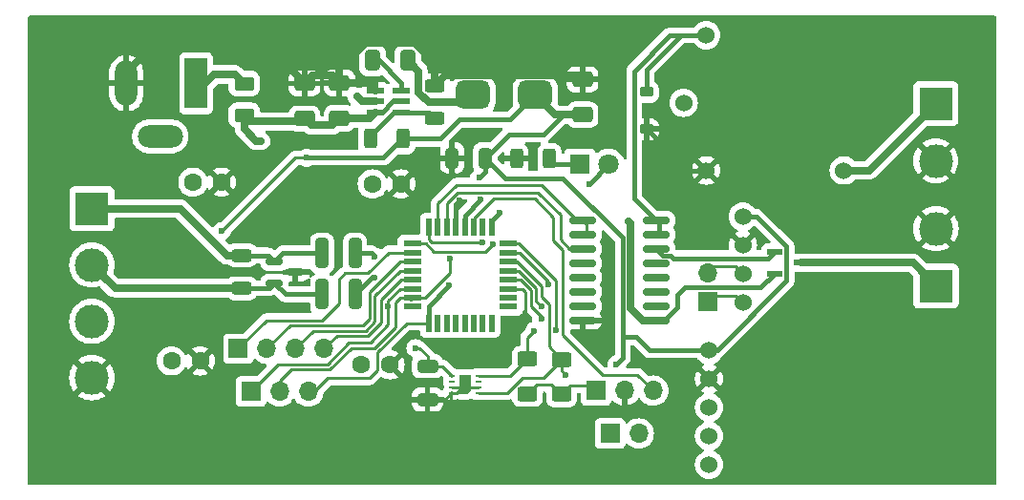
<source format=gbr>
%TF.GenerationSoftware,KiCad,Pcbnew,8.0.3*%
%TF.CreationDate,2024-10-20T16:03:45+03:00*%
%TF.ProjectId,SmartPot,536d6172-7450-46f7-942e-6b696361645f,rev?*%
%TF.SameCoordinates,Original*%
%TF.FileFunction,Copper,L1,Top*%
%TF.FilePolarity,Positive*%
%FSLAX46Y46*%
G04 Gerber Fmt 4.6, Leading zero omitted, Abs format (unit mm)*
G04 Created by KiCad (PCBNEW 8.0.3) date 2024-10-20 16:03:45*
%MOMM*%
%LPD*%
G01*
G04 APERTURE LIST*
G04 Aperture macros list*
%AMRoundRect*
0 Rectangle with rounded corners*
0 $1 Rounding radius*
0 $2 $3 $4 $5 $6 $7 $8 $9 X,Y pos of 4 corners*
0 Add a 4 corners polygon primitive as box body*
4,1,4,$2,$3,$4,$5,$6,$7,$8,$9,$2,$3,0*
0 Add four circle primitives for the rounded corners*
1,1,$1+$1,$2,$3*
1,1,$1+$1,$4,$5*
1,1,$1+$1,$6,$7*
1,1,$1+$1,$8,$9*
0 Add four rect primitives between the rounded corners*
20,1,$1+$1,$2,$3,$4,$5,0*
20,1,$1+$1,$4,$5,$6,$7,0*
20,1,$1+$1,$6,$7,$8,$9,0*
20,1,$1+$1,$8,$9,$2,$3,0*%
%AMFreePoly0*
4,1,6,0.500000,-0.850000,-0.500000,-0.850000,-0.500000,0.550000,-0.200000,0.850000,0.500000,0.850000,0.500000,-0.850000,0.500000,-0.850000,$1*%
G04 Aperture macros list end*
%TA.AperFunction,SMDPad,CuDef*%
%ADD10RoundRect,0.250000X0.650000X-0.412500X0.650000X0.412500X-0.650000X0.412500X-0.650000X-0.412500X0*%
%TD*%
%TA.AperFunction,SMDPad,CuDef*%
%ADD11RoundRect,0.250000X0.625000X-0.375000X0.625000X0.375000X-0.625000X0.375000X-0.625000X-0.375000X0*%
%TD*%
%TA.AperFunction,SMDPad,CuDef*%
%ADD12RoundRect,0.250000X0.312500X1.075000X-0.312500X1.075000X-0.312500X-1.075000X0.312500X-1.075000X0*%
%TD*%
%TA.AperFunction,SMDPad,CuDef*%
%ADD13RoundRect,0.625000X-0.875000X-0.625000X0.875000X-0.625000X0.875000X0.625000X-0.875000X0.625000X0*%
%TD*%
%TA.AperFunction,SMDPad,CuDef*%
%ADD14RoundRect,0.250000X0.625000X-0.400000X0.625000X0.400000X-0.625000X0.400000X-0.625000X-0.400000X0*%
%TD*%
%TA.AperFunction,ComponentPad*%
%ADD15C,1.600000*%
%TD*%
%TA.AperFunction,SMDPad,CuDef*%
%ADD16R,1.336200X0.550800*%
%TD*%
%TA.AperFunction,SMDPad,CuDef*%
%ADD17RoundRect,0.250000X0.312500X0.625000X-0.312500X0.625000X-0.312500X-0.625000X0.312500X-0.625000X0*%
%TD*%
%TA.AperFunction,SMDPad,CuDef*%
%ADD18RoundRect,0.250000X0.325000X0.650000X-0.325000X0.650000X-0.325000X-0.650000X0.325000X-0.650000X0*%
%TD*%
%TA.AperFunction,SMDPad,CuDef*%
%ADD19RoundRect,0.250000X0.625000X-0.312500X0.625000X0.312500X-0.625000X0.312500X-0.625000X-0.312500X0*%
%TD*%
%TA.AperFunction,ComponentPad*%
%ADD20R,1.700000X1.700000*%
%TD*%
%TA.AperFunction,ComponentPad*%
%ADD21O,1.700000X1.700000*%
%TD*%
%TA.AperFunction,ComponentPad*%
%ADD22R,3.000000X3.000000*%
%TD*%
%TA.AperFunction,ComponentPad*%
%ADD23C,3.000000*%
%TD*%
%TA.AperFunction,SMDPad,CuDef*%
%ADD24RoundRect,0.225000X-0.375000X0.225000X-0.375000X-0.225000X0.375000X-0.225000X0.375000X0.225000X0*%
%TD*%
%TA.AperFunction,ComponentPad*%
%ADD25R,2.000000X4.500000*%
%TD*%
%TA.AperFunction,ComponentPad*%
%ADD26O,2.000000X4.000000*%
%TD*%
%TA.AperFunction,ComponentPad*%
%ADD27O,4.000000X2.000000*%
%TD*%
%TA.AperFunction,SMDPad,CuDef*%
%ADD28R,1.600000X0.550000*%
%TD*%
%TA.AperFunction,SMDPad,CuDef*%
%ADD29R,0.550000X1.600000*%
%TD*%
%TA.AperFunction,SMDPad,CuDef*%
%ADD30RoundRect,0.150000X-0.587500X-0.150000X0.587500X-0.150000X0.587500X0.150000X-0.587500X0.150000X0*%
%TD*%
%TA.AperFunction,SMDPad,CuDef*%
%ADD31RoundRect,0.250000X-0.412500X-0.650000X0.412500X-0.650000X0.412500X0.650000X-0.412500X0.650000X0*%
%TD*%
%TA.AperFunction,ComponentPad*%
%ADD32R,1.800000X1.800000*%
%TD*%
%TA.AperFunction,ComponentPad*%
%ADD33C,1.800000*%
%TD*%
%TA.AperFunction,SMDPad,CuDef*%
%ADD34R,0.550000X0.250000*%
%TD*%
%TA.AperFunction,SMDPad,CuDef*%
%ADD35FreePoly0,180.000000*%
%TD*%
%TA.AperFunction,ComponentPad*%
%ADD36C,1.524000*%
%TD*%
%TA.AperFunction,SMDPad,CuDef*%
%ADD37RoundRect,0.250000X-0.650000X0.325000X-0.650000X-0.325000X0.650000X-0.325000X0.650000X0.325000X0*%
%TD*%
%TA.AperFunction,SMDPad,CuDef*%
%ADD38RoundRect,0.150000X-1.050000X-0.150000X1.050000X-0.150000X1.050000X0.150000X-1.050000X0.150000X0*%
%TD*%
%TA.AperFunction,SMDPad,CuDef*%
%ADD39RoundRect,0.073750X-0.651250X-0.221250X0.651250X-0.221250X0.651250X0.221250X-0.651250X0.221250X0*%
%TD*%
%TA.AperFunction,ViaPad*%
%ADD40C,0.600000*%
%TD*%
%TA.AperFunction,Conductor*%
%ADD41C,0.635000*%
%TD*%
%TA.AperFunction,Conductor*%
%ADD42C,0.381000*%
%TD*%
%TA.AperFunction,Conductor*%
%ADD43C,0.254000*%
%TD*%
G04 APERTURE END LIST*
D10*
%TO.P,Cin1,1*%
%TO.N,+12V*%
X192750000Y-93062500D03*
%TO.P,Cin1,2*%
%TO.N,GND*%
X192750000Y-89937500D03*
%TD*%
D11*
%TO.P,F1,1*%
%TO.N,+12V*%
X187400000Y-92750000D03*
%TO.P,F1,2*%
%TO.N,Net-(F1-Pad2)*%
X187400000Y-89950000D03*
%TD*%
D12*
%TO.P,R3,1*%
%TO.N,/Bout*%
X197225000Y-108650000D03*
%TO.P,R3,2*%
%TO.N,/A*%
X194300000Y-108650000D03*
%TD*%
D13*
%TO.P,L1,1,1*%
%TO.N,+5V*%
X213200000Y-90950000D03*
%TO.P,L1,2,2*%
%TO.N,/SW*%
X207700000Y-90950000D03*
%TD*%
D14*
%TO.P,R15,1*%
%TO.N,+5V*%
X212500000Y-117475000D03*
%TO.P,R15,2*%
%TO.N,/SCL1*%
X212500000Y-114375000D03*
%TD*%
D15*
%TO.P,R7,1*%
%TO.N,/IN2*%
X180960000Y-114550000D03*
%TO.P,R7,2*%
%TO.N,GND*%
X183500000Y-114550000D03*
%TD*%
D16*
%TO.P,Q1,1,1*%
%TO.N,/OUT2*%
X234400002Y-104899999D03*
%TO.P,Q1,2,2*%
%TO.N,+12V*%
X234400002Y-106800001D03*
%TO.P,Q1,3,3*%
%TO.N,/LOAD*%
X236775000Y-105850000D03*
%TD*%
D17*
%TO.P,Rfbt1,1*%
%TO.N,+5V*%
X201500000Y-94850000D03*
%TO.P,Rfbt1,2*%
%TO.N,/VFB*%
X198575000Y-94850000D03*
%TD*%
D18*
%TO.P,C5,1*%
%TO.N,+5V*%
X208775000Y-96550000D03*
%TO.P,C5,2*%
%TO.N,GND*%
X205825000Y-96550000D03*
%TD*%
D15*
%TO.P,R9,1*%
%TO.N,/IN4*%
X198760000Y-98850000D03*
%TO.P,R9,2*%
%TO.N,GND*%
X201300000Y-98850000D03*
%TD*%
D19*
%TO.P,R5,1*%
%TO.N,/A*%
X187200000Y-108112500D03*
%TO.P,R5,2*%
%TO.N,/B*%
X187200000Y-105187500D03*
%TD*%
D12*
%TO.P,R4,1*%
%TO.N,/Aout*%
X197225000Y-105000000D03*
%TO.P,R4,2*%
%TO.N,/B*%
X194300000Y-105000000D03*
%TD*%
D20*
%TO.P,J5,1,Pin_1*%
%TO.N,+5V*%
X218575000Y-117200000D03*
D21*
%TO.P,J5,2,Pin_2*%
%TO.N,GND*%
X221115000Y-117200000D03*
%TO.P,J5,3,Pin_3*%
%TO.N,/UPDI*%
X223655000Y-117200000D03*
%TD*%
D22*
%TO.P,J1,1,Pin_1*%
%TO.N,/LOAD*%
X248725000Y-107905000D03*
D23*
%TO.P,J1,2,Pin_2*%
%TO.N,GND*%
X248725000Y-102825000D03*
%TD*%
D24*
%TO.P,D2,1,K*%
%TO.N,/OUT1*%
X223050000Y-90700000D03*
%TO.P,D2,2,A*%
%TO.N,GND*%
X223050000Y-94000000D03*
%TD*%
D10*
%TO.P,Cout1,1*%
%TO.N,+5V*%
X217400000Y-92712500D03*
%TO.P,Cout1,2*%
%TO.N,GND*%
X217400000Y-89587500D03*
%TD*%
D17*
%TO.P,R16,1*%
%TO.N,Net-(D3-K)*%
X214462500Y-96600000D03*
%TO.P,R16,2*%
%TO.N,GND*%
X211537500Y-96600000D03*
%TD*%
D25*
%TO.P,J4,1*%
%TO.N,Net-(F1-Pad2)*%
X183150000Y-89925000D03*
D26*
%TO.P,J4,2*%
%TO.N,GND*%
X176950000Y-89925000D03*
D27*
%TO.P,J4,3,MountPin*%
%TO.N,unconnected-(J4-MountPin-Pad3)*%
X179950000Y-94625000D03*
%TD*%
D10*
%TO.P,Cin2,1*%
%TO.N,+12V*%
X195850000Y-93025000D03*
%TO.P,Cin2,2*%
%TO.N,GND*%
X195850000Y-89900000D03*
%TD*%
D28*
%TO.P,U5,1,PA3*%
%TO.N,/SCL0*%
X202300000Y-104150000D03*
%TO.P,U5,2,PA4*%
%TO.N,/MOSI0*%
X202300000Y-104950000D03*
%TO.P,U5,3,PA5*%
%TO.N,/MISO0*%
X202300000Y-105750000D03*
%TO.P,U5,4,PA6*%
%TO.N,/SCK*%
X202300000Y-106550000D03*
%TO.P,U5,5,PA7*%
%TO.N,/!SS*%
X202300000Y-107350000D03*
%TO.P,U5,6,PC0*%
%TO.N,/TX1*%
X202300000Y-108150000D03*
%TO.P,U5,7,PC1*%
%TO.N,/RX1*%
X202300000Y-108950000D03*
%TO.P,U5,8,PC2*%
%TO.N,unconnected-(U5-PC2-Pad8)*%
X202300000Y-109750000D03*
D29*
%TO.P,U5,9,PC3*%
%TO.N,/XDIR1*%
X203750000Y-111200000D03*
%TO.P,U5,10,PD0*%
%TO.N,unconnected-(U5-PD0-Pad10)*%
X204550000Y-111200000D03*
%TO.P,U5,11,PD1*%
%TO.N,unconnected-(U5-PD1-Pad11)*%
X205350000Y-111200000D03*
%TO.P,U5,12,PD2*%
%TO.N,unconnected-(U5-PD2-Pad12)*%
X206150000Y-111200000D03*
%TO.P,U5,13,PD3*%
%TO.N,unconnected-(U5-PD3-Pad13)*%
X206950000Y-111200000D03*
%TO.P,U5,14,PD4*%
%TO.N,unconnected-(U5-PD4-Pad14)*%
X207750000Y-111200000D03*
%TO.P,U5,15,PD5*%
%TO.N,unconnected-(U5-PD5-Pad15)*%
X208550000Y-111200000D03*
%TO.P,U5,16,PD6*%
%TO.N,unconnected-(U5-PD6-Pad16)*%
X209350000Y-111200000D03*
D28*
%TO.P,U5,17,VREFA/PD7*%
%TO.N,unconnected-(U5-VREFA{slash}PD7-Pad17)*%
X210800000Y-109750000D03*
%TO.P,U5,18,AVDD*%
%TO.N,unconnected-(U5-AVDD-Pad18)*%
X210800000Y-108950000D03*
%TO.P,U5,19,GND*%
%TO.N,GND*%
X210800000Y-108150000D03*
%TO.P,U5,20,XTAL32K1/PF0*%
%TO.N,/TX2*%
X210800000Y-107350000D03*
%TO.P,U5,21,XTAL32K2/PF1*%
%TO.N,/RX2*%
X210800000Y-106550000D03*
%TO.P,U5,22,PF2*%
%TO.N,/SDA1*%
X210800000Y-105750000D03*
%TO.P,U5,23,PF3*%
%TO.N,/SCL1*%
X210800000Y-104950000D03*
%TO.P,U5,24,PF4*%
%TO.N,/SET*%
X210800000Y-104150000D03*
D29*
%TO.P,U5,25,PF5*%
%TO.N,/MCLED*%
X209350000Y-102700000D03*
%TO.P,U5,26,~{RESET}/PF6*%
%TO.N,unconnected-(U5-~{RESET}{slash}PF6-Pad26)*%
X208550000Y-102700000D03*
%TO.P,U5,27,UPDI*%
%TO.N,/UPDI*%
X207750000Y-102700000D03*
%TO.P,U5,28,VDD*%
%TO.N,+5V*%
X206950000Y-102700000D03*
%TO.P,U5,29,GND*%
%TO.N,GND*%
X206150000Y-102700000D03*
%TO.P,U5,30,PA0*%
%TO.N,/COMM2*%
X205350000Y-102700000D03*
%TO.P,U5,31,PA1*%
%TO.N,/COMM1*%
X204550000Y-102700000D03*
%TO.P,U5,32,PA2*%
%TO.N,/SDA0*%
X203750000Y-102700000D03*
%TD*%
D30*
%TO.P,D1,1,A1*%
%TO.N,/B*%
X190075000Y-105750000D03*
%TO.P,D1,2,A2*%
%TO.N,/A*%
X190075000Y-107650000D03*
%TO.P,D1,3,common*%
%TO.N,GND*%
X191950000Y-106700000D03*
%TD*%
D31*
%TO.P,Cbst1,1*%
%TO.N,/VBST*%
X198775000Y-87900000D03*
%TO.P,Cbst1,2*%
%TO.N,/SW*%
X201900000Y-87900000D03*
%TD*%
D20*
%TO.P,J3,1,Pin_1*%
%TO.N,/TX1*%
X188000000Y-117275000D03*
D21*
%TO.P,J3,2,Pin_2*%
%TO.N,/RX1*%
X190540000Y-117275000D03*
%TO.P,J3,3,Pin_3*%
%TO.N,/XDIR1*%
X193080000Y-117275000D03*
%TD*%
D32*
%TO.P,D3,1,K*%
%TO.N,Net-(D3-K)*%
X217160000Y-97100000D03*
D33*
%TO.P,D3,2,A*%
%TO.N,/MCLED*%
X219700000Y-97100000D03*
%TD*%
D22*
%TO.P,J9,1,Pin_1*%
%TO.N,/B*%
X173900000Y-101050000D03*
D23*
%TO.P,J9,2,Pin_2*%
%TO.N,/A*%
X173900000Y-106050000D03*
%TO.P,J9,3,Pin_3*%
%TO.N,+12V*%
X173900000Y-111050000D03*
%TO.P,J9,4,Pin_4*%
%TO.N,GND*%
X173900000Y-116050000D03*
%TD*%
D34*
%TO.P,U6,1,SDA*%
%TO.N,/SDA1*%
X208150000Y-117375000D03*
%TO.P,U6,2,ADDR*%
%TO.N,GND*%
X208150000Y-116875000D03*
%TO.P,U6,3,ALERT*%
%TO.N,unconnected-(U6-ALERT-Pad3)*%
X208150000Y-116375000D03*
%TO.P,U6,4,SCL*%
%TO.N,/SCL1*%
X208150000Y-115875000D03*
%TO.P,U6,5,VDD*%
%TO.N,+5V*%
X205800000Y-115875000D03*
%TO.P,U6,6,~{RESET}*%
%TO.N,unconnected-(U6-~{RESET}-Pad6)*%
X205800000Y-116375000D03*
%TO.P,U6,7,R*%
%TO.N,GND*%
X205800000Y-116875000D03*
%TO.P,U6,8,VSS*%
X205800000Y-117375000D03*
D35*
%TO.P,U6,9,VSS*%
X206975000Y-116625000D03*
%TD*%
D14*
%TO.P,R14,1*%
%TO.N,+5V*%
X215525000Y-117525000D03*
%TO.P,R14,2*%
%TO.N,/SDA1*%
X215525000Y-114425000D03*
%TD*%
D22*
%TO.P,J2,1,Pin_1*%
%TO.N,/OPEN*%
X248700000Y-91720000D03*
D23*
%TO.P,J2,2,Pin_2*%
%TO.N,GND*%
X248700000Y-96800000D03*
%TD*%
D36*
%TO.P,U8,1,VCC*%
%TO.N,+5V*%
X228606000Y-113605000D03*
%TO.P,U8,2,GND*%
%TO.N,GND*%
X228606000Y-116145000D03*
%TO.P,U8,3,RX*%
%TO.N,/RX2*%
X228606000Y-118685000D03*
%TO.P,U8,4,TX*%
%TO.N,/TX2*%
X228606000Y-121225000D03*
%TO.P,U8,5,SET*%
%TO.N,/SET*%
X228606000Y-123765000D03*
%TD*%
D20*
%TO.P,J8,1,Pin_1*%
%TO.N,/SCL1*%
X219835000Y-121000000D03*
D21*
%TO.P,J8,2,Pin_2*%
%TO.N,/SDA1*%
X222375000Y-121000000D03*
%TD*%
D37*
%TO.P,C4,1*%
%TO.N,+5V*%
X203650000Y-115025000D03*
%TO.P,C4,2*%
%TO.N,GND*%
X203650000Y-117975000D03*
%TD*%
D20*
%TO.P,J7,1,Pin_1*%
%TO.N,/SDA0*%
X228475000Y-109325000D03*
D21*
%TO.P,J7,2,Pin_2*%
%TO.N,/SCL0*%
X228475000Y-106785000D03*
%TD*%
D15*
%TO.P,R6,1*%
%TO.N,/IN1*%
X182860000Y-98700000D03*
%TO.P,R6,2*%
%TO.N,GND*%
X185400000Y-98700000D03*
%TD*%
D36*
%TO.P,K1,COM,COM*%
%TO.N,+12V*%
X226350000Y-91650000D03*
%TO.P,K1,OPEN,OPEN*%
%TO.N,/OPEN*%
X240550000Y-97650000D03*
%TO.P,K1,V+,V+*%
%TO.N,/OUT1*%
X228350000Y-85650000D03*
%TO.P,K1,V-,V-*%
%TO.N,GND*%
X228350000Y-97650000D03*
%TD*%
D19*
%TO.P,Rfbb1,1*%
%TO.N,/VFB*%
X204300000Y-93050000D03*
%TO.P,Rfbb1,2*%
%TO.N,GND*%
X204300000Y-90125000D03*
%TD*%
D38*
%TO.P,U3,1,I1*%
%TO.N,/COMM1*%
X217400000Y-102070000D03*
%TO.P,U3,2,I2*%
X217400000Y-103340000D03*
%TO.P,U3,3,I3*%
%TO.N,/COMM2*%
X217400000Y-104610000D03*
%TO.P,U3,4,I4*%
%TO.N,unconnected-(U3-I4-Pad4)*%
X217400000Y-105880000D03*
%TO.P,U3,5,I5*%
%TO.N,unconnected-(U3-I5-Pad5)*%
X217400000Y-107150000D03*
%TO.P,U3,6,I6*%
%TO.N,unconnected-(U3-I6-Pad6)*%
X217400000Y-108420000D03*
%TO.P,U3,7,I7*%
%TO.N,unconnected-(U3-I7-Pad7)*%
X217400000Y-109690000D03*
%TO.P,U3,8,GND*%
%TO.N,GND*%
X217400000Y-110960000D03*
%TO.P,U3,9,COM*%
%TO.N,+12V*%
X223900000Y-110960000D03*
%TO.P,U3,10,O7*%
%TO.N,unconnected-(U3-O7-Pad10)*%
X223900000Y-109690000D03*
%TO.P,U3,11,O6*%
%TO.N,unconnected-(U3-O6-Pad11)*%
X223900000Y-108420000D03*
%TO.P,U3,12,O5*%
%TO.N,unconnected-(U3-O5-Pad12)*%
X223900000Y-107150000D03*
%TO.P,U3,13,O4*%
%TO.N,unconnected-(U3-O4-Pad13)*%
X223900000Y-105880000D03*
%TO.P,U3,14,O3*%
%TO.N,/OUT2*%
X223900000Y-104610000D03*
%TO.P,U3,15,O2*%
%TO.N,/OUT1*%
X223900000Y-103340000D03*
%TO.P,U3,16,O1*%
X223900000Y-102070000D03*
%TD*%
D39*
%TO.P,U1,1,GND*%
%TO.N,GND*%
X199040000Y-90600000D03*
%TO.P,U1,2,SW*%
%TO.N,/SW*%
X199040000Y-91550000D03*
%TO.P,U1,3,VIN*%
%TO.N,+12V*%
X199040000Y-92500000D03*
%TO.P,U1,4,VFB*%
%TO.N,/VFB*%
X201350000Y-92500000D03*
%TO.P,U1,5,EN*%
%TO.N,+12V*%
X201350000Y-91550000D03*
%TO.P,U1,6,VBST*%
%TO.N,/VBST*%
X201350000Y-90600000D03*
%TD*%
D20*
%TO.P,J6,1,Pin_1*%
%TO.N,/MOSI0*%
X186880000Y-113475000D03*
D21*
%TO.P,J6,2,Pin_2*%
%TO.N,/MISO0*%
X189420000Y-113475000D03*
%TO.P,J6,3,Pin_3*%
%TO.N,/SCK*%
X191960000Y-113475000D03*
%TO.P,J6,4,Pin_4*%
%TO.N,/!SS*%
X194500000Y-113475000D03*
%TD*%
D15*
%TO.P,R8,1*%
%TO.N,/IN3*%
X197785000Y-114900000D03*
%TO.P,R8,2*%
%TO.N,GND*%
X200325000Y-114900000D03*
%TD*%
D36*
%TO.P,U7,1,VCC*%
%TO.N,+5V*%
X231606000Y-101750000D03*
%TO.P,U7,2,GND*%
%TO.N,GND*%
X231606000Y-104290000D03*
%TO.P,U7,3,SCL*%
%TO.N,/SCL0*%
X231606000Y-106830000D03*
%TO.P,U7,4,SDA*%
%TO.N,/SDA0*%
X231606000Y-109370000D03*
%TD*%
D40*
%TO.N,GND*%
X211475000Y-96650000D03*
X188550000Y-103150000D03*
X222025000Y-115000000D03*
X234300000Y-119600000D03*
X222275000Y-118925000D03*
X180325000Y-91325000D03*
X208375000Y-113500000D03*
X181975000Y-105725000D03*
X205950000Y-98100000D03*
X233150000Y-103575000D03*
X202450000Y-112175000D03*
X195525000Y-98125000D03*
X212000000Y-110825000D03*
X206442356Y-100344356D03*
X219425000Y-105475000D03*
X203725000Y-96925000D03*
%TO.N,+5V*%
X208229750Y-98323000D03*
X208350000Y-100227000D03*
X192925000Y-96525000D03*
X202575000Y-113425000D03*
X185425000Y-103025000D03*
X220375000Y-114881000D03*
%TO.N,+12V*%
X188900000Y-95050000D03*
X221475000Y-102200000D03*
%TO.N,/Bout*%
X198942144Y-107167144D03*
%TO.N,/Aout*%
X198975000Y-105275000D03*
%TO.N,/SCL0*%
X209450000Y-104210000D03*
%TO.N,/SDA0*%
X208492015Y-104000000D03*
%TO.N,/TX1*%
X200175000Y-109725000D03*
%TO.N,/RX1*%
X205600000Y-105500000D03*
%TO.N,/XDIR1*%
X205554023Y-107868636D03*
%TO.N,/SCL1*%
X214373000Y-107796118D03*
X213100000Y-111900000D03*
%TO.N,/SDA1*%
X215875000Y-115775000D03*
%TO.N,/RX2*%
X213727000Y-109732346D03*
%TO.N,/TX2*%
X213727000Y-110778405D03*
%TO.N,/SET*%
X215027000Y-111800000D03*
%TO.N,/MCLED*%
X217962500Y-98837500D03*
X210037500Y-101387500D03*
%TO.N,/SW*%
X197400000Y-91100000D03*
X204450000Y-91600000D03*
%TD*%
D41*
%TO.N,GND*%
X204300000Y-88145164D02*
X204300000Y-90125000D01*
D42*
X226700000Y-97650000D02*
X223050000Y-94000000D01*
D41*
X204300000Y-90125000D02*
X205242500Y-89182500D01*
D43*
X210800000Y-108150000D02*
X212044896Y-108150000D01*
X205150000Y-118025000D02*
X205800000Y-117375000D01*
D41*
X195200000Y-89250000D02*
X195850000Y-89900000D01*
X195850000Y-88670164D02*
X198170164Y-86350000D01*
X195850000Y-89900000D02*
X198340000Y-89900000D01*
X193437500Y-89250000D02*
X195200000Y-89250000D01*
D43*
X212350000Y-110475000D02*
X212000000Y-110825000D01*
D41*
X216995000Y-89182500D02*
X217400000Y-89587500D01*
X180275000Y-85650000D02*
X188462500Y-85650000D01*
D43*
X203600000Y-118025000D02*
X205150000Y-118025000D01*
X206225000Y-117375000D02*
X206975000Y-116625000D01*
X208150000Y-116875000D02*
X207225000Y-116875000D01*
D41*
X198340000Y-89900000D02*
X199040000Y-90600000D01*
D42*
X205825000Y-96550000D02*
X205825000Y-97975000D01*
D41*
X192750000Y-89937500D02*
X193437500Y-89250000D01*
X176950000Y-88975000D02*
X180275000Y-85650000D01*
D42*
X206442356Y-100344356D02*
X206150000Y-100636712D01*
X206150000Y-100636712D02*
X206150000Y-102700000D01*
X205825000Y-97975000D02*
X205950000Y-98100000D01*
D41*
X198170164Y-86350000D02*
X202504836Y-86350000D01*
D43*
X205800000Y-117375000D02*
X206225000Y-117375000D01*
D41*
X202504836Y-86350000D02*
X204300000Y-88145164D01*
X176950000Y-90750000D02*
X176950000Y-88975000D01*
D43*
X212044896Y-108150000D02*
X212350000Y-108455104D01*
X207225000Y-116875000D02*
X206975000Y-116625000D01*
X205800000Y-116875000D02*
X206725000Y-116875000D01*
D42*
X228350000Y-97650000D02*
X226700000Y-97650000D01*
D43*
X206725000Y-116875000D02*
X206975000Y-116625000D01*
X212350000Y-108455104D02*
X212350000Y-110475000D01*
D41*
X195850000Y-89900000D02*
X195850000Y-88670164D01*
X205242500Y-89182500D02*
X216995000Y-89182500D01*
X188462500Y-85650000D02*
X192750000Y-89937500D01*
D42*
%TO.N,+5V*%
X204750000Y-94850000D02*
X206450000Y-93150000D01*
X229319503Y-113605000D02*
X235475000Y-107449503D01*
X213925000Y-94475000D02*
X210850000Y-94475000D01*
D43*
X212175000Y-117475000D02*
X211750000Y-117900000D01*
D42*
X235475000Y-107449503D02*
X235475000Y-104400000D01*
D43*
X213325000Y-116650000D02*
X214650000Y-116650000D01*
X212500000Y-117475000D02*
X212175000Y-117475000D01*
D42*
X232825000Y-101750000D02*
X231606000Y-101750000D01*
X217400000Y-92712500D02*
X215687500Y-92712500D01*
X208775000Y-96550000D02*
X210575000Y-98350000D01*
D43*
X185425000Y-103025000D02*
X191925000Y-96525000D01*
X203675000Y-115000000D02*
X203650000Y-115025000D01*
X191925000Y-96525000D02*
X192925000Y-96525000D01*
D42*
X215648540Y-98350000D02*
X220950000Y-103651460D01*
D43*
X218125000Y-116750000D02*
X216300000Y-116750000D01*
X205000000Y-115075000D02*
X205800000Y-115875000D01*
D42*
X211000000Y-93150000D02*
X213200000Y-90950000D01*
X201425000Y-94850000D02*
X199750000Y-96525000D01*
D43*
X202575000Y-113425000D02*
X202950000Y-113425000D01*
X202950000Y-113425000D02*
X203675000Y-114150000D01*
X203675000Y-114150000D02*
X203675000Y-115000000D01*
D42*
X206950000Y-101627000D02*
X206950000Y-102700000D01*
D43*
X214650000Y-116650000D02*
X215525000Y-117525000D01*
D42*
X222175000Y-112450000D02*
X223330000Y-113605000D01*
X201500000Y-94850000D02*
X201425000Y-94850000D01*
D43*
X203600000Y-115075000D02*
X205000000Y-115075000D01*
D42*
X235475000Y-104400000D02*
X232825000Y-101750000D01*
X210850000Y-94475000D02*
X208775000Y-96550000D01*
D41*
X214962500Y-92712500D02*
X213200000Y-90950000D01*
D42*
X208775000Y-97777750D02*
X208775000Y-96550000D01*
X208350000Y-100227000D02*
X206950000Y-101627000D01*
X228606000Y-113605000D02*
X229319503Y-113605000D01*
X201500000Y-94850000D02*
X204750000Y-94850000D01*
X199750000Y-96525000D02*
X192925000Y-96525000D01*
D43*
X218575000Y-117200000D02*
X218125000Y-116750000D01*
D42*
X220950000Y-114306000D02*
X220375000Y-114881000D01*
X215687500Y-92712500D02*
X213925000Y-94475000D01*
X220950000Y-103651460D02*
X220950000Y-112450000D01*
X208229750Y-98323000D02*
X208775000Y-97777750D01*
D41*
X217400000Y-92712500D02*
X214962500Y-92712500D01*
D42*
X220950000Y-112450000D02*
X222175000Y-112450000D01*
D43*
X212500000Y-117475000D02*
X213325000Y-116650000D01*
D42*
X223330000Y-113605000D02*
X228606000Y-113605000D01*
X210575000Y-98350000D02*
X215648540Y-98350000D01*
X206450000Y-93150000D02*
X211000000Y-93150000D01*
X220950000Y-112450000D02*
X220950000Y-114306000D01*
D43*
X216300000Y-116750000D02*
X215525000Y-117525000D01*
D42*
%TO.N,/VBST*%
X199350000Y-87900000D02*
X201350000Y-89900000D01*
X201350000Y-90600000D02*
X201350000Y-90475000D01*
X198550000Y-87700000D02*
X198550000Y-87800000D01*
X201350000Y-89900000D02*
X201350000Y-90600000D01*
X198775000Y-87900000D02*
X199350000Y-87900000D01*
D41*
%TO.N,+12V*%
X187400000Y-92750000D02*
X187950000Y-93300000D01*
X193337500Y-93650000D02*
X195225000Y-93650000D01*
X192750000Y-93062500D02*
X193337500Y-93650000D01*
X195225000Y-93650000D02*
X195850000Y-93025000D01*
D42*
X225775000Y-109783540D02*
X225775000Y-108700000D01*
X199621094Y-92500000D02*
X199040000Y-92500000D01*
D41*
X221658000Y-102383000D02*
X221658000Y-109917999D01*
X221475000Y-102200000D02*
X221658000Y-102383000D01*
X188475000Y-95050000D02*
X187400000Y-93975000D01*
X188900000Y-95050000D02*
X188475000Y-95050000D01*
D42*
X200571094Y-91550000D02*
X199621094Y-92500000D01*
X226449500Y-108025500D02*
X233174503Y-108025500D01*
X225775000Y-108700000D02*
X226449500Y-108025500D01*
D41*
X222700001Y-110960000D02*
X223900000Y-110960000D01*
D42*
X201350000Y-91550000D02*
X200571094Y-91550000D01*
X223900000Y-110960000D02*
X224598540Y-110960000D01*
D41*
X187950000Y-93300000D02*
X192512500Y-93300000D01*
D42*
X233174503Y-108025500D02*
X234400002Y-106800001D01*
D41*
X198515000Y-93025000D02*
X199040000Y-92500000D01*
X221658000Y-109917999D02*
X222700001Y-110960000D01*
D42*
X224598540Y-110960000D02*
X225775000Y-109783540D01*
D41*
X187400000Y-93975000D02*
X187400000Y-92750000D01*
X195850000Y-93025000D02*
X198515000Y-93025000D01*
X192512500Y-93300000D02*
X192750000Y-93062500D01*
%TO.N,/B*%
X181750000Y-101050000D02*
X185887500Y-105187500D01*
X185887500Y-105187500D02*
X187200000Y-105187500D01*
D42*
X190825000Y-105000000D02*
X190075000Y-105750000D01*
X194300000Y-105000000D02*
X190825000Y-105000000D01*
X187200000Y-105187500D02*
X189512500Y-105187500D01*
D41*
X173900000Y-101050000D02*
X181750000Y-101050000D01*
D42*
X189512500Y-105187500D02*
X190075000Y-105750000D01*
D41*
%TO.N,/A*%
X175962500Y-108112500D02*
X187200000Y-108112500D01*
X173900000Y-106050000D02*
X175962500Y-108112500D01*
D42*
X187200000Y-108112500D02*
X189612500Y-108112500D01*
X194300000Y-108650000D02*
X191075000Y-108650000D01*
X191075000Y-108650000D02*
X190075000Y-107650000D01*
X189612500Y-108112500D02*
X190075000Y-107650000D01*
%TO.N,/OUT1*%
X224200000Y-103040000D02*
X224200000Y-102370000D01*
X228350000Y-85650000D02*
X225150000Y-85650000D01*
X221950000Y-88850000D02*
X221950000Y-100120000D01*
X221950000Y-100120000D02*
X223900000Y-102070000D01*
X225150000Y-85650000D02*
X221950000Y-88850000D01*
X223050000Y-88750000D02*
X226150000Y-85650000D01*
X223900000Y-103340000D02*
X224200000Y-103040000D01*
X224200000Y-102370000D02*
X223900000Y-102070000D01*
X226150000Y-85650000D02*
X228350000Y-85650000D01*
X223050000Y-90700000D02*
X223050000Y-88750000D01*
D41*
%TO.N,/LOAD*%
X246670000Y-105850000D02*
X248725000Y-107905000D01*
X236775000Y-105850000D02*
X246670000Y-105850000D01*
%TO.N,/OPEN*%
X242770000Y-97650000D02*
X248700000Y-91720000D01*
X240550000Y-97650000D02*
X242770000Y-97650000D01*
D42*
%TO.N,/OUT2*%
X225431040Y-105442500D02*
X233857501Y-105442500D01*
X223900000Y-104610000D02*
X224479500Y-105189500D01*
X225178040Y-105189500D02*
X225431040Y-105442500D01*
X233857501Y-105442500D02*
X234400002Y-104899999D01*
D43*
X234400002Y-104899999D02*
X233921001Y-105379000D01*
D42*
X224479500Y-105189500D02*
X225178040Y-105189500D01*
D43*
%TO.N,/MOSI0*%
X202300000Y-104950000D02*
X200186712Y-104950000D01*
X189384026Y-110970974D02*
X186880000Y-113475000D01*
X196350000Y-106775000D02*
X195775000Y-107350000D01*
X195775000Y-109470974D02*
X194275000Y-110970974D01*
X200186712Y-104950000D02*
X198361712Y-106775000D01*
X198361712Y-106775000D02*
X196350000Y-106775000D01*
X194275000Y-110970974D02*
X189384026Y-110970974D01*
X195775000Y-107350000D02*
X195775000Y-109470974D01*
D42*
%TO.N,/Bout*%
X198942144Y-107167144D02*
X198707856Y-107167144D01*
X198707856Y-107167144D02*
X197225000Y-108650000D01*
%TO.N,/Aout*%
X198700000Y-105000000D02*
X197225000Y-105000000D01*
X198975000Y-105275000D02*
X198700000Y-105000000D01*
%TO.N,/VFB*%
X200650000Y-92500000D02*
X201350000Y-92500000D01*
X203750000Y-92500000D02*
X204300000Y-93050000D01*
X198575000Y-94850000D02*
X198575000Y-94575000D01*
X198575000Y-94575000D02*
X200650000Y-92500000D01*
X201350000Y-92500000D02*
X203750000Y-92500000D01*
D43*
%TO.N,/SCL0*%
X231606000Y-106830000D02*
X230926000Y-106150000D01*
X230926000Y-106150000D02*
X229110000Y-106150000D01*
X209450000Y-104210000D02*
X208787000Y-104873000D01*
X229110000Y-106150000D02*
X228475000Y-106785000D01*
X208787000Y-104873000D02*
X204226948Y-104873000D01*
X203503948Y-104150000D02*
X202300000Y-104150000D01*
X204226948Y-104873000D02*
X203503948Y-104150000D01*
%TO.N,/SDA0*%
X229050000Y-108750000D02*
X228475000Y-109325000D01*
X203750000Y-103754000D02*
X203750000Y-102700000D01*
X228450000Y-109475000D02*
X229175000Y-108750000D01*
X229950000Y-108750000D02*
X229050000Y-108750000D01*
X230986000Y-108750000D02*
X231606000Y-109370000D01*
X203996000Y-104000000D02*
X203750000Y-103754000D01*
X229175000Y-108750000D02*
X229950000Y-108750000D01*
X208492015Y-104000000D02*
X203996000Y-104000000D01*
X229950000Y-108750000D02*
X230986000Y-108750000D01*
%TO.N,/TX1*%
X201246000Y-108150000D02*
X202300000Y-108150000D01*
X194764530Y-114875000D02*
X190400000Y-114875000D01*
X200175000Y-111351158D02*
X198576158Y-112950000D01*
X200175000Y-109221000D02*
X201246000Y-108150000D01*
X200175000Y-109725000D02*
X200175000Y-111351158D01*
X196689530Y-112950000D02*
X194764530Y-114875000D01*
X198576158Y-112950000D02*
X196689530Y-112950000D01*
X190400000Y-114875000D02*
X188000000Y-117275000D01*
X200175000Y-109725000D02*
X200175000Y-109221000D01*
%TO.N,/RX1*%
X202300000Y-108950000D02*
X201246000Y-108950000D01*
X200802000Y-109394000D02*
X200802000Y-111548000D01*
X191546000Y-115329000D02*
X190540000Y-116335000D01*
X201246000Y-108950000D02*
X200802000Y-109394000D01*
X196877582Y-113404000D02*
X194952582Y-115329000D01*
X205600000Y-106750000D02*
X203400000Y-108950000D01*
D42*
X202195000Y-109055000D02*
X202300000Y-108950000D01*
D43*
X198946000Y-113404000D02*
X196877582Y-113404000D01*
X200802000Y-111548000D02*
X198946000Y-113404000D01*
X205600000Y-105500000D02*
X205600000Y-106750000D01*
X203400000Y-108950000D02*
X202300000Y-108950000D01*
X194952582Y-115329000D02*
X191546000Y-115329000D01*
X190540000Y-116335000D02*
X190540000Y-117275000D01*
%TO.N,/COMM1*%
X217750000Y-102420000D02*
X217750000Y-102990000D01*
X216920000Y-102070000D02*
X217400000Y-102070000D01*
X204550000Y-100600000D02*
X206200000Y-98950000D01*
X217400000Y-102070000D02*
X217750000Y-102420000D01*
X217750000Y-102990000D02*
X217400000Y-103340000D01*
X213800000Y-98950000D02*
X216920000Y-102070000D01*
X206200000Y-98950000D02*
X213800000Y-98950000D01*
X204550000Y-102700000D02*
X204550000Y-100600000D01*
%TO.N,/COMM2*%
X216210000Y-104610000D02*
X217400000Y-104610000D01*
X215425000Y-101625000D02*
X215425000Y-103825000D01*
X205350000Y-102700000D02*
X205350000Y-100550000D01*
X206300000Y-99600000D02*
X213400000Y-99600000D01*
X205350000Y-100550000D02*
X206300000Y-99600000D01*
X215425000Y-103825000D02*
X216210000Y-104610000D01*
X213400000Y-99600000D02*
X215425000Y-101625000D01*
%TO.N,/!SS*%
X195642026Y-112332974D02*
X194500000Y-113475000D01*
X198384078Y-112332974D02*
X195642026Y-112332974D01*
X202300000Y-107350000D02*
X201312144Y-107350000D01*
X199548000Y-109114144D02*
X199548000Y-111169052D01*
X201312144Y-107350000D02*
X199548000Y-109114144D01*
X199548000Y-111169052D02*
X198384078Y-112332974D01*
%TO.N,/SCK*%
X202300000Y-106550000D02*
X201246000Y-106550000D01*
X198196026Y-111878974D02*
X193556026Y-111878974D01*
X198978974Y-111096026D02*
X198196026Y-111878974D01*
X201246000Y-106550000D02*
X198978974Y-108817026D01*
X198978974Y-108817026D02*
X198978974Y-111096026D01*
X193556026Y-111878974D02*
X191960000Y-113475000D01*
%TO.N,/MISO0*%
X198524974Y-108471026D02*
X198524974Y-110800026D01*
X191470026Y-111424974D02*
X189420000Y-113475000D01*
X197900026Y-111424974D02*
X191470026Y-111424974D01*
X201246000Y-105750000D02*
X198524974Y-108471026D01*
X198524974Y-110800026D02*
X197900026Y-111424974D01*
X202300000Y-105750000D02*
X201246000Y-105750000D01*
%TO.N,/XDIR1*%
X194800000Y-116075000D02*
X198500000Y-116075000D01*
X193600000Y-117275000D02*
X194800000Y-116075000D01*
X201792053Y-111200000D02*
X203750000Y-111200000D01*
D42*
X203750000Y-111200000D02*
X203750000Y-109672659D01*
D43*
X199198000Y-115377000D02*
X199198000Y-113794053D01*
X193080000Y-117275000D02*
X193600000Y-117275000D01*
X199198000Y-113794053D02*
X201792053Y-111200000D01*
X198500000Y-116075000D02*
X199198000Y-115377000D01*
D42*
X203750000Y-109672659D02*
X205554023Y-107868636D01*
D43*
%TO.N,/SCL1*%
X213100000Y-111900000D02*
X212500000Y-112500000D01*
X212500000Y-112500000D02*
X212500000Y-114375000D01*
X211800000Y-104950000D02*
X210800000Y-104950000D01*
X214373000Y-107523000D02*
X211800000Y-104950000D01*
X208150000Y-115875000D02*
X211000000Y-115875000D01*
X214373000Y-107796118D02*
X214373000Y-107523000D01*
X211000000Y-115875000D02*
X212500000Y-114375000D01*
%TO.N,/UPDI*%
X215654000Y-112279000D02*
X219175000Y-115800000D01*
X219175000Y-115800000D02*
X222255000Y-115800000D01*
X207750000Y-101900000D02*
X209500000Y-100150000D01*
X222255000Y-115800000D02*
X223655000Y-117200000D01*
X207750000Y-102700000D02*
X207750000Y-101900000D01*
X214800000Y-101800000D02*
X214800000Y-103842053D01*
X215654000Y-104696053D02*
X215654000Y-112279000D01*
X214800000Y-103842053D02*
X215654000Y-104696053D01*
X213150000Y-100150000D02*
X214800000Y-101800000D01*
X209500000Y-100150000D02*
X213150000Y-100150000D01*
%TO.N,/SDA1*%
X212050000Y-116077072D02*
X212050000Y-116025000D01*
X214400000Y-109518634D02*
X214400000Y-113300000D01*
X215525000Y-115425000D02*
X215875000Y-115775000D01*
X208550000Y-117375000D02*
X208150000Y-117375000D01*
X215525000Y-114425000D02*
X215525000Y-115425000D01*
X213725000Y-107903947D02*
X213725000Y-108843634D01*
X214400000Y-113300000D02*
X215525000Y-114425000D01*
X213925000Y-116025000D02*
X215525000Y-114425000D01*
X210800000Y-105750000D02*
X211571053Y-105750000D01*
X208150000Y-117375000D02*
X210752072Y-117375000D01*
X210752072Y-117375000D02*
X212050000Y-116077072D01*
X212050000Y-116025000D02*
X213925000Y-116025000D01*
X211571053Y-105750000D02*
X213725000Y-107903947D01*
X213725000Y-108843634D02*
X214400000Y-109518634D01*
%TO.N,/RX2*%
X213271000Y-109276346D02*
X213271000Y-108092000D01*
X213727000Y-109732346D02*
X213271000Y-109276346D01*
X213271000Y-108092000D02*
X211729000Y-106550000D01*
X211729000Y-106550000D02*
X210800000Y-106550000D01*
%TO.N,/TX2*%
X213727000Y-110778405D02*
X213727000Y-110619058D01*
X212817000Y-109709058D02*
X212817000Y-108280052D01*
X213727000Y-110619058D02*
X212817000Y-109709058D01*
X212817000Y-108280052D02*
X211886948Y-107350000D01*
X211886948Y-107350000D02*
X210800000Y-107350000D01*
D42*
%TO.N,Net-(D3-K)*%
X214962500Y-97100000D02*
X214462500Y-96600000D01*
X217160000Y-97100000D02*
X214962500Y-97100000D01*
D43*
%TO.N,/SET*%
X215027000Y-111800000D02*
X215000000Y-111773000D01*
X211744477Y-104150000D02*
X210800000Y-104150000D01*
X215000000Y-111773000D02*
X215000000Y-107405523D01*
X215000000Y-107405523D02*
X211744477Y-104150000D01*
D41*
%TO.N,Net-(F1-Pad2)*%
X184750000Y-89150000D02*
X183150000Y-90750000D01*
X187400000Y-89950000D02*
X186600000Y-89150000D01*
X186600000Y-89150000D02*
X184750000Y-89150000D01*
D42*
%TO.N,/MCLED*%
X209350000Y-102075000D02*
X209350000Y-102700000D01*
X217962500Y-98837500D02*
X219700000Y-97100000D01*
X210037500Y-101387500D02*
X209350000Y-102075000D01*
D41*
%TO.N,/SW*%
X204450000Y-91600000D02*
X203745164Y-91600000D01*
X202850000Y-90704836D02*
X202850000Y-88850000D01*
X199040000Y-91550000D02*
X197850000Y-91550000D01*
X204450000Y-91600000D02*
X207050000Y-91600000D01*
X207050000Y-91600000D02*
X207700000Y-90950000D01*
X203745164Y-91600000D02*
X202850000Y-90704836D01*
X202850000Y-88850000D02*
X201900000Y-87900000D01*
X197850000Y-91550000D02*
X197400000Y-91100000D01*
%TD*%
%TA.AperFunction,Conductor*%
%TO.N,GND*%
G36*
X219294607Y-102975255D02*
G01*
X219308688Y-102987369D01*
X220222681Y-103901362D01*
X220256166Y-103962685D01*
X220259000Y-103989043D01*
X220259000Y-113968416D01*
X220239315Y-114035455D01*
X220222684Y-114056093D01*
X220196376Y-114082402D01*
X220149651Y-114111760D01*
X220025479Y-114155210D01*
X220025475Y-114155212D01*
X219872737Y-114251184D01*
X219745184Y-114378737D01*
X219649211Y-114531476D01*
X219589631Y-114701745D01*
X219589630Y-114701750D01*
X219569435Y-114880996D01*
X219569435Y-114881004D01*
X219583852Y-115008968D01*
X219571797Y-115077790D01*
X219524448Y-115129169D01*
X219456837Y-115146793D01*
X219390432Y-115125066D01*
X219372951Y-115110532D01*
X216317819Y-112055400D01*
X216284334Y-111994077D01*
X216281500Y-111967719D01*
X216281500Y-111884000D01*
X216301185Y-111816961D01*
X216353989Y-111771206D01*
X216405500Y-111760000D01*
X217150000Y-111760000D01*
X217650000Y-111760000D01*
X218515634Y-111760000D01*
X218515649Y-111759999D01*
X218552489Y-111757100D01*
X218552495Y-111757099D01*
X218710193Y-111711283D01*
X218710196Y-111711282D01*
X218851552Y-111627685D01*
X218851561Y-111627678D01*
X218967678Y-111511561D01*
X218967685Y-111511552D01*
X219051281Y-111370198D01*
X219097100Y-111212486D01*
X219097295Y-111210001D01*
X219097295Y-111210000D01*
X217650000Y-111210000D01*
X217650000Y-111760000D01*
X217150000Y-111760000D01*
X217150000Y-110834000D01*
X217169685Y-110766961D01*
X217222489Y-110721206D01*
X217274000Y-110710000D01*
X219097295Y-110710000D01*
X219097295Y-110709998D01*
X219097100Y-110707513D01*
X219051281Y-110549801D01*
X218967685Y-110408447D01*
X218962900Y-110402278D01*
X218965366Y-110400364D01*
X218938802Y-110351776D01*
X218943749Y-110282082D01*
X218964856Y-110249232D01*
X218963301Y-110248026D01*
X218968077Y-110241868D01*
X218968081Y-110241865D01*
X219051744Y-110100398D01*
X219097598Y-109942569D01*
X219100500Y-109905694D01*
X219100500Y-109474306D01*
X219097598Y-109437431D01*
X219096735Y-109434461D01*
X219051745Y-109279606D01*
X219051744Y-109279603D01*
X219051744Y-109279602D01*
X218968081Y-109138135D01*
X218968078Y-109138132D01*
X218963298Y-109131969D01*
X218965750Y-109130066D01*
X218939155Y-109081421D01*
X218944104Y-109011726D01*
X218964940Y-108979304D01*
X218963298Y-108978031D01*
X218968075Y-108971870D01*
X218968081Y-108971865D01*
X219051744Y-108830398D01*
X219097598Y-108672569D01*
X219100500Y-108635694D01*
X219100500Y-108204306D01*
X219097598Y-108167431D01*
X219078728Y-108102482D01*
X219059180Y-108035196D01*
X219051744Y-108009602D01*
X218968081Y-107868135D01*
X218968078Y-107868132D01*
X218963298Y-107861969D01*
X218965750Y-107860066D01*
X218939155Y-107811421D01*
X218944104Y-107741726D01*
X218964940Y-107709304D01*
X218963298Y-107708031D01*
X218968075Y-107701870D01*
X218968081Y-107701865D01*
X219051744Y-107560398D01*
X219088377Y-107434306D01*
X219097597Y-107402573D01*
X219097598Y-107402567D01*
X219100343Y-107367685D01*
X219100500Y-107365694D01*
X219100500Y-106934306D01*
X219097598Y-106897431D01*
X219095640Y-106890693D01*
X219056961Y-106757558D01*
X219051744Y-106739602D01*
X218968081Y-106598135D01*
X218968078Y-106598132D01*
X218963298Y-106591969D01*
X218965750Y-106590066D01*
X218939155Y-106541421D01*
X218944104Y-106471726D01*
X218964940Y-106439304D01*
X218963298Y-106438031D01*
X218968075Y-106431870D01*
X218968081Y-106431865D01*
X219051744Y-106290398D01*
X219088683Y-106163255D01*
X219097597Y-106132573D01*
X219097598Y-106132567D01*
X219100499Y-106095701D01*
X219100500Y-106095694D01*
X219100500Y-105664306D01*
X219097598Y-105627431D01*
X219051744Y-105469602D01*
X218968081Y-105328135D01*
X218968078Y-105328132D01*
X218963298Y-105321969D01*
X218965750Y-105320066D01*
X218939155Y-105271421D01*
X218944104Y-105201726D01*
X218964940Y-105169304D01*
X218963298Y-105168031D01*
X218968075Y-105161870D01*
X218968081Y-105161865D01*
X219051744Y-105020398D01*
X219097598Y-104862569D01*
X219100500Y-104825694D01*
X219100500Y-104394306D01*
X219097598Y-104357431D01*
X219094455Y-104346614D01*
X219054763Y-104209993D01*
X219051744Y-104199602D01*
X218968081Y-104058135D01*
X218968078Y-104058132D01*
X218963298Y-104051969D01*
X218965750Y-104050066D01*
X218939155Y-104001421D01*
X218944104Y-103931726D01*
X218964940Y-103899304D01*
X218963298Y-103898031D01*
X218968075Y-103891870D01*
X218968081Y-103891865D01*
X219051744Y-103750398D01*
X219093794Y-103605663D01*
X219097597Y-103592573D01*
X219097598Y-103592567D01*
X219100500Y-103555694D01*
X219100500Y-103124306D01*
X219097598Y-103087431D01*
X219097597Y-103087426D01*
X219097389Y-103084779D01*
X219111753Y-103016402D01*
X219160804Y-102966645D01*
X219228970Y-102951306D01*
X219294607Y-102975255D01*
G37*
%TD.AperFunction*%
%TA.AperFunction,Conductor*%
G36*
X210274454Y-93860685D02*
G01*
X210320209Y-93913489D01*
X210330153Y-93982647D01*
X210301128Y-94046203D01*
X210295096Y-94052681D01*
X209234595Y-95113181D01*
X209173272Y-95146666D01*
X209146914Y-95149500D01*
X208399998Y-95149500D01*
X208399980Y-95149501D01*
X208297203Y-95160000D01*
X208297200Y-95160001D01*
X208130668Y-95215185D01*
X208130663Y-95215187D01*
X207981342Y-95307289D01*
X207857289Y-95431342D01*
X207765187Y-95580663D01*
X207765185Y-95580668D01*
X207737349Y-95664670D01*
X207710001Y-95747203D01*
X207710001Y-95747204D01*
X207710000Y-95747204D01*
X207699500Y-95849983D01*
X207699500Y-97250001D01*
X207699501Y-97250018D01*
X207710000Y-97352796D01*
X207710001Y-97352799D01*
X207764530Y-97517353D01*
X207765186Y-97519334D01*
X207767377Y-97522887D01*
X207768136Y-97525659D01*
X207768240Y-97525882D01*
X207768201Y-97525899D01*
X207785819Y-97590277D01*
X207764898Y-97656941D01*
X207732562Y-97688366D01*
X207732938Y-97688837D01*
X207728146Y-97692658D01*
X207727825Y-97692971D01*
X207727493Y-97693179D01*
X207727489Y-97693182D01*
X207599934Y-97820737D01*
X207503960Y-97973478D01*
X207444380Y-98143750D01*
X207436648Y-98212383D01*
X207409582Y-98276797D01*
X207351987Y-98316352D01*
X207313428Y-98322500D01*
X206138194Y-98322500D01*
X206016970Y-98346613D01*
X206016960Y-98346616D01*
X205902773Y-98393913D01*
X205902760Y-98393920D01*
X205799992Y-98462588D01*
X205799988Y-98462591D01*
X204498471Y-99764110D01*
X204149992Y-100112589D01*
X204127442Y-100135139D01*
X204062586Y-100199994D01*
X204062585Y-100199996D01*
X203993233Y-100303789D01*
X203991586Y-100308393D01*
X203946614Y-100416964D01*
X203946612Y-100416972D01*
X203929713Y-100501931D01*
X203922500Y-100538192D01*
X203922500Y-101275500D01*
X203902815Y-101342539D01*
X203850011Y-101388294D01*
X203798500Y-101399500D01*
X203427130Y-101399500D01*
X203427123Y-101399501D01*
X203367516Y-101405908D01*
X203232671Y-101456202D01*
X203232664Y-101456206D01*
X203117455Y-101542452D01*
X203117452Y-101542455D01*
X203031206Y-101657664D01*
X203031202Y-101657671D01*
X202980908Y-101792517D01*
X202974501Y-101852116D01*
X202974500Y-101852135D01*
X202974500Y-103250500D01*
X202954815Y-103317539D01*
X202902011Y-103363294D01*
X202850500Y-103374500D01*
X201452129Y-103374500D01*
X201452123Y-103374501D01*
X201392516Y-103380908D01*
X201257671Y-103431202D01*
X201257664Y-103431206D01*
X201142455Y-103517452D01*
X201142452Y-103517455D01*
X201056206Y-103632664D01*
X201056202Y-103632671D01*
X201012148Y-103750789D01*
X201005909Y-103767517D01*
X200999500Y-103827127D01*
X200999500Y-104072693D01*
X200999501Y-104198500D01*
X200979817Y-104265539D01*
X200927013Y-104311294D01*
X200875501Y-104322500D01*
X200124904Y-104322500D01*
X200003685Y-104346612D01*
X200003677Y-104346614D01*
X199964665Y-104362774D01*
X199964664Y-104362774D01*
X199889485Y-104393913D01*
X199889473Y-104393920D01*
X199809686Y-104447233D01*
X199809685Y-104447234D01*
X199786703Y-104462589D01*
X199625084Y-104624208D01*
X199563761Y-104657692D01*
X199494069Y-104652708D01*
X199471431Y-104641520D01*
X199324524Y-104549212D01*
X199324520Y-104549210D01*
X199200349Y-104505760D01*
X199153623Y-104476400D01*
X199140492Y-104463269D01*
X199140485Y-104463263D01*
X199027312Y-104387644D01*
X199027309Y-104387642D01*
X198901561Y-104335556D01*
X198901555Y-104335554D01*
X198893970Y-104334045D01*
X198888890Y-104333035D01*
X198888888Y-104333034D01*
X198888888Y-104333035D01*
X198768060Y-104309000D01*
X198768058Y-104309000D01*
X198411999Y-104309000D01*
X198344960Y-104289315D01*
X198299205Y-104236511D01*
X198287999Y-104185000D01*
X198287999Y-103874998D01*
X198287998Y-103874981D01*
X198277499Y-103772203D01*
X198277498Y-103772200D01*
X198270403Y-103750789D01*
X198222314Y-103605666D01*
X198130212Y-103456344D01*
X198006156Y-103332288D01*
X197856834Y-103240186D01*
X197690297Y-103185001D01*
X197690295Y-103185000D01*
X197587510Y-103174500D01*
X196862498Y-103174500D01*
X196862480Y-103174501D01*
X196759703Y-103185000D01*
X196759700Y-103185001D01*
X196593168Y-103240185D01*
X196593163Y-103240187D01*
X196443842Y-103332289D01*
X196319789Y-103456342D01*
X196227687Y-103605663D01*
X196227685Y-103605668D01*
X196208822Y-103662593D01*
X196172501Y-103772203D01*
X196172501Y-103772204D01*
X196172500Y-103772204D01*
X196162000Y-103874983D01*
X196162000Y-106090816D01*
X196142315Y-106157855D01*
X196089511Y-106203610D01*
X196085455Y-106205376D01*
X196052771Y-106218914D01*
X195953321Y-106285363D01*
X195953322Y-106285364D01*
X195949989Y-106287590D01*
X195949986Y-106287593D01*
X195518120Y-106719461D01*
X195374992Y-106862589D01*
X195347395Y-106890186D01*
X195287587Y-106949993D01*
X195275908Y-106967472D01*
X195222295Y-107012275D01*
X195152970Y-107020981D01*
X195089943Y-106990824D01*
X195085127Y-106986259D01*
X195081155Y-106982287D01*
X194997257Y-106930539D01*
X194950532Y-106878591D01*
X194939309Y-106809629D01*
X194967153Y-106745546D01*
X194997257Y-106719461D01*
X195047944Y-106688197D01*
X195081156Y-106667712D01*
X195205212Y-106543656D01*
X195297314Y-106394334D01*
X195352499Y-106227797D01*
X195363000Y-106125009D01*
X195362999Y-103874992D01*
X195361133Y-103856729D01*
X195352499Y-103772203D01*
X195352498Y-103772200D01*
X195345403Y-103750789D01*
X195297314Y-103605666D01*
X195205212Y-103456344D01*
X195081156Y-103332288D01*
X194931834Y-103240186D01*
X194765297Y-103185001D01*
X194765295Y-103185000D01*
X194662510Y-103174500D01*
X193937498Y-103174500D01*
X193937480Y-103174501D01*
X193834703Y-103185000D01*
X193834700Y-103185001D01*
X193668168Y-103240185D01*
X193668163Y-103240187D01*
X193518842Y-103332289D01*
X193394789Y-103456342D01*
X193302687Y-103605663D01*
X193302685Y-103605668D01*
X193283822Y-103662593D01*
X193247501Y-103772203D01*
X193247501Y-103772204D01*
X193247500Y-103772204D01*
X193237000Y-103874983D01*
X193237000Y-104185000D01*
X193217315Y-104252039D01*
X193164511Y-104297794D01*
X193113000Y-104309000D01*
X190756940Y-104309000D01*
X190641622Y-104331939D01*
X190636112Y-104333035D01*
X190623448Y-104335554D01*
X190623443Y-104335555D01*
X190623438Y-104335556D01*
X190497690Y-104387642D01*
X190497687Y-104387644D01*
X190384514Y-104463263D01*
X190384507Y-104463269D01*
X190162681Y-104685096D01*
X190101358Y-104718581D01*
X190031666Y-104713597D01*
X189987319Y-104685096D01*
X189952992Y-104650769D01*
X189952985Y-104650763D01*
X189839812Y-104575144D01*
X189839809Y-104575142D01*
X189714061Y-104523056D01*
X189714057Y-104523055D01*
X189663598Y-104513018D01*
X189663597Y-104513017D01*
X189663596Y-104513017D01*
X189580560Y-104496500D01*
X189580558Y-104496500D01*
X188542527Y-104496500D01*
X188475488Y-104476815D01*
X188436990Y-104437599D01*
X188417712Y-104406344D01*
X188293656Y-104282288D01*
X188189940Y-104218316D01*
X188144336Y-104190187D01*
X188144331Y-104190185D01*
X188116012Y-104180801D01*
X187977797Y-104135001D01*
X187977795Y-104135000D01*
X187875010Y-104124500D01*
X186524998Y-104124500D01*
X186524981Y-104124501D01*
X186422203Y-104135000D01*
X186422200Y-104135001D01*
X186255666Y-104190186D01*
X186210059Y-104218316D01*
X186142666Y-104236755D01*
X186076003Y-104215831D01*
X186057283Y-104200457D01*
X185781969Y-103925143D01*
X185748484Y-103863820D01*
X185753468Y-103794128D01*
X185795340Y-103738195D01*
X185803660Y-103732480D01*
X185927262Y-103654816D01*
X186054816Y-103527262D01*
X186150789Y-103374522D01*
X186210368Y-103204255D01*
X186215313Y-103160361D01*
X186242378Y-103095951D01*
X186250842Y-103086575D01*
X190487420Y-98849998D01*
X197454532Y-98849998D01*
X197454532Y-98850001D01*
X197474364Y-99076686D01*
X197474366Y-99076697D01*
X197533258Y-99296488D01*
X197533261Y-99296497D01*
X197629431Y-99502732D01*
X197629432Y-99502734D01*
X197759954Y-99689141D01*
X197920858Y-99850045D01*
X197920861Y-99850047D01*
X198107266Y-99980568D01*
X198313504Y-100076739D01*
X198533308Y-100135635D01*
X198695230Y-100149801D01*
X198759998Y-100155468D01*
X198760000Y-100155468D01*
X198760002Y-100155468D01*
X198816673Y-100150509D01*
X198986692Y-100135635D01*
X199206496Y-100076739D01*
X199412734Y-99980568D01*
X199599139Y-99850047D01*
X199760047Y-99689139D01*
X199890568Y-99502734D01*
X199917893Y-99444134D01*
X199964065Y-99391695D01*
X200031258Y-99372543D01*
X200098139Y-99392758D01*
X200142657Y-99444134D01*
X200169864Y-99502480D01*
X200220974Y-99575472D01*
X200900000Y-98896446D01*
X200900000Y-98902661D01*
X200927259Y-99004394D01*
X200979920Y-99095606D01*
X201054394Y-99170080D01*
X201145606Y-99222741D01*
X201247339Y-99250000D01*
X201253553Y-99250000D01*
X200574526Y-99929025D01*
X200647513Y-99980132D01*
X200647521Y-99980136D01*
X200853668Y-100076264D01*
X200853682Y-100076269D01*
X201073389Y-100135139D01*
X201073400Y-100135141D01*
X201299998Y-100154966D01*
X201300002Y-100154966D01*
X201526599Y-100135141D01*
X201526610Y-100135139D01*
X201746317Y-100076269D01*
X201746331Y-100076264D01*
X201952478Y-99980136D01*
X202025471Y-99929024D01*
X201346447Y-99250000D01*
X201352661Y-99250000D01*
X201454394Y-99222741D01*
X201545606Y-99170080D01*
X201620080Y-99095606D01*
X201672741Y-99004394D01*
X201700000Y-98902661D01*
X201700000Y-98896447D01*
X202379024Y-99575471D01*
X202430136Y-99502478D01*
X202526264Y-99296331D01*
X202526269Y-99296317D01*
X202585139Y-99076610D01*
X202585141Y-99076599D01*
X202604966Y-98850002D01*
X202604966Y-98849997D01*
X202585141Y-98623400D01*
X202585139Y-98623389D01*
X202526269Y-98403682D01*
X202526264Y-98403668D01*
X202430136Y-98197521D01*
X202430132Y-98197513D01*
X202379025Y-98124526D01*
X201700000Y-98803551D01*
X201700000Y-98797339D01*
X201672741Y-98695606D01*
X201620080Y-98604394D01*
X201545606Y-98529920D01*
X201454394Y-98477259D01*
X201352661Y-98450000D01*
X201346448Y-98450000D01*
X202025472Y-97770974D01*
X201952478Y-97719863D01*
X201746331Y-97623735D01*
X201746317Y-97623730D01*
X201526610Y-97564860D01*
X201526599Y-97564858D01*
X201300002Y-97545034D01*
X201299998Y-97545034D01*
X201073400Y-97564858D01*
X201073389Y-97564860D01*
X200853682Y-97623730D01*
X200853673Y-97623734D01*
X200647516Y-97719866D01*
X200647512Y-97719868D01*
X200574526Y-97770973D01*
X200574526Y-97770974D01*
X201253553Y-98450000D01*
X201247339Y-98450000D01*
X201145606Y-98477259D01*
X201054394Y-98529920D01*
X200979920Y-98604394D01*
X200927259Y-98695606D01*
X200900000Y-98797339D01*
X200900000Y-98803552D01*
X200220974Y-98124526D01*
X200220973Y-98124526D01*
X200169868Y-98197512D01*
X200169868Y-98197513D01*
X200142657Y-98255867D01*
X200096484Y-98308306D01*
X200029290Y-98327457D01*
X199962409Y-98307241D01*
X199917893Y-98255865D01*
X199916795Y-98253511D01*
X199890568Y-98197266D01*
X199792839Y-98057693D01*
X199760045Y-98010858D01*
X199599141Y-97849954D01*
X199412734Y-97719432D01*
X199412732Y-97719431D01*
X199206497Y-97623261D01*
X199206488Y-97623258D01*
X198986697Y-97564366D01*
X198986693Y-97564365D01*
X198986692Y-97564365D01*
X198986691Y-97564364D01*
X198986686Y-97564364D01*
X198760002Y-97544532D01*
X198759998Y-97544532D01*
X198533313Y-97564364D01*
X198533302Y-97564366D01*
X198313511Y-97623258D01*
X198313502Y-97623261D01*
X198107267Y-97719431D01*
X198107265Y-97719432D01*
X197920858Y-97849954D01*
X197759954Y-98010858D01*
X197629432Y-98197265D01*
X197629431Y-98197267D01*
X197533261Y-98403502D01*
X197533258Y-98403511D01*
X197474366Y-98623302D01*
X197474364Y-98623313D01*
X197454532Y-98849998D01*
X190487420Y-98849998D01*
X192148600Y-97188819D01*
X192209923Y-97155334D01*
X192236281Y-97152500D01*
X192383328Y-97152500D01*
X192449300Y-97171506D01*
X192574064Y-97249901D01*
X192575478Y-97250789D01*
X192705961Y-97296447D01*
X192745745Y-97310368D01*
X192745750Y-97310369D01*
X192924996Y-97330565D01*
X192925000Y-97330565D01*
X192925004Y-97330565D01*
X193104249Y-97310369D01*
X193104252Y-97310368D01*
X193104255Y-97310368D01*
X193274522Y-97250789D01*
X193275800Y-97249986D01*
X204750001Y-97249986D01*
X204760494Y-97352697D01*
X204815641Y-97519119D01*
X204815643Y-97519124D01*
X204907684Y-97668345D01*
X205031654Y-97792315D01*
X205180875Y-97884356D01*
X205180880Y-97884358D01*
X205347302Y-97939505D01*
X205347309Y-97939506D01*
X205450019Y-97949999D01*
X205574999Y-97949999D01*
X206075000Y-97949999D01*
X206199972Y-97949999D01*
X206199986Y-97949998D01*
X206302697Y-97939505D01*
X206469119Y-97884358D01*
X206469124Y-97884356D01*
X206618345Y-97792315D01*
X206742315Y-97668345D01*
X206834356Y-97519124D01*
X206834358Y-97519119D01*
X206889505Y-97352697D01*
X206889506Y-97352690D01*
X206899999Y-97249986D01*
X206900000Y-97249973D01*
X206900000Y-96800000D01*
X206075000Y-96800000D01*
X206075000Y-97949999D01*
X205574999Y-97949999D01*
X205575000Y-97949998D01*
X205575000Y-96800000D01*
X204750001Y-96800000D01*
X204750001Y-97249986D01*
X193275800Y-97249986D01*
X193286299Y-97243388D01*
X193299641Y-97235006D01*
X193365613Y-97216000D01*
X199818060Y-97216000D01*
X199907870Y-97198134D01*
X199951557Y-97189445D01*
X200022656Y-97159995D01*
X200077307Y-97137358D01*
X200077308Y-97137357D01*
X200077311Y-97137356D01*
X200113306Y-97113305D01*
X200190487Y-97061735D01*
X200995324Y-96256895D01*
X201056645Y-96223412D01*
X201095601Y-96221220D01*
X201137491Y-96225500D01*
X201862508Y-96225499D01*
X201862516Y-96225498D01*
X201862519Y-96225498D01*
X201918802Y-96219748D01*
X201965297Y-96214999D01*
X202131834Y-96159814D01*
X202281156Y-96067712D01*
X202405212Y-95943656D01*
X202497314Y-95794334D01*
X202552499Y-95627797D01*
X202552499Y-95627793D01*
X202553095Y-95625996D01*
X202592867Y-95568551D01*
X202657383Y-95541728D01*
X202670801Y-95541000D01*
X204657137Y-95541000D01*
X204724176Y-95560685D01*
X204769931Y-95613489D01*
X204779875Y-95682647D01*
X204774843Y-95704005D01*
X204760494Y-95747305D01*
X204760493Y-95747309D01*
X204750000Y-95850013D01*
X204750000Y-96300000D01*
X205575000Y-96300000D01*
X206075000Y-96300000D01*
X206899999Y-96300000D01*
X206899999Y-95850028D01*
X206899998Y-95850013D01*
X206889505Y-95747302D01*
X206834358Y-95580880D01*
X206834356Y-95580875D01*
X206742315Y-95431654D01*
X206618345Y-95307684D01*
X206469124Y-95215643D01*
X206469119Y-95215641D01*
X206302697Y-95160494D01*
X206302690Y-95160493D01*
X206199986Y-95150000D01*
X206075000Y-95150000D01*
X206075000Y-96300000D01*
X205575000Y-96300000D01*
X205575000Y-95138535D01*
X205555306Y-95102471D01*
X205560289Y-95032779D01*
X205588787Y-94988434D01*
X206699903Y-93877319D01*
X206761226Y-93843834D01*
X206787584Y-93841000D01*
X210207415Y-93841000D01*
X210274454Y-93860685D01*
G37*
%TD.AperFunction*%
%TA.AperFunction,Conductor*%
G36*
X232662946Y-102581014D02*
G01*
X232707293Y-102609515D01*
X233415317Y-103317539D01*
X234010197Y-103912418D01*
X234043682Y-103973741D01*
X234038698Y-104043433D01*
X233996826Y-104099366D01*
X233931362Y-104123783D01*
X233922517Y-104124099D01*
X233684032Y-104124099D01*
X233684025Y-104124100D01*
X233624418Y-104130507D01*
X233489573Y-104180801D01*
X233489566Y-104180805D01*
X233374357Y-104267051D01*
X233374354Y-104267054D01*
X233288108Y-104382263D01*
X233288104Y-104382270D01*
X233237810Y-104517116D01*
X233231403Y-104576715D01*
X233231402Y-104576734D01*
X233231402Y-104627500D01*
X233211717Y-104694539D01*
X233158913Y-104740294D01*
X233107402Y-104751500D01*
X232950460Y-104751500D01*
X232883421Y-104731815D01*
X232837666Y-104679011D01*
X232827722Y-104609853D01*
X232830685Y-104595406D01*
X232853574Y-104509982D01*
X232853575Y-104509976D01*
X232872821Y-104290000D01*
X232872821Y-104289999D01*
X232853575Y-104070023D01*
X232853573Y-104070013D01*
X232796424Y-103856729D01*
X232796420Y-103856720D01*
X232703096Y-103656586D01*
X232657741Y-103591811D01*
X232657740Y-103591810D01*
X232088961Y-104160588D01*
X232071925Y-104097007D01*
X232006099Y-103982993D01*
X231913007Y-103889901D01*
X231798993Y-103824075D01*
X231735410Y-103807037D01*
X232304188Y-103238259D01*
X232304187Y-103238258D01*
X232239411Y-103192901D01*
X232239405Y-103192898D01*
X232110219Y-103132658D01*
X232057779Y-103086486D01*
X232038627Y-103019293D01*
X232058843Y-102952411D01*
X232110219Y-102907894D01*
X232127463Y-102899853D01*
X232239662Y-102847534D01*
X232420620Y-102720826D01*
X232531931Y-102609515D01*
X232593254Y-102576030D01*
X232662946Y-102581014D01*
G37*
%TD.AperFunction*%
%TA.AperFunction,Conductor*%
G36*
X207139955Y-100247185D02*
G01*
X207185710Y-100299989D01*
X207195654Y-100369147D01*
X207166629Y-100432703D01*
X207160597Y-100439181D01*
X206413269Y-101186507D01*
X206413266Y-101186510D01*
X206355810Y-101272499D01*
X206355811Y-101272500D01*
X206337642Y-101299692D01*
X206285556Y-101425438D01*
X206285553Y-101425448D01*
X206257811Y-101564917D01*
X206255271Y-101564411D01*
X206232462Y-101618928D01*
X206174928Y-101658572D01*
X206105095Y-101660817D01*
X206045133Y-101624951D01*
X206036921Y-101615089D01*
X206002233Y-101568751D01*
X205977816Y-101503287D01*
X205977500Y-101494441D01*
X205977500Y-100861281D01*
X205997185Y-100794242D01*
X206013819Y-100773600D01*
X206523600Y-100263819D01*
X206584923Y-100230334D01*
X206611281Y-100227500D01*
X207072916Y-100227500D01*
X207139955Y-100247185D01*
G37*
%TD.AperFunction*%
%TA.AperFunction,Conductor*%
G36*
X213665309Y-95185685D02*
G01*
X213711064Y-95238489D01*
X213721008Y-95307647D01*
X213691983Y-95371203D01*
X213685951Y-95377681D01*
X213557289Y-95506342D01*
X213465187Y-95655663D01*
X213465185Y-95655668D01*
X213445206Y-95715961D01*
X213410001Y-95822203D01*
X213410001Y-95822204D01*
X213410000Y-95822204D01*
X213399500Y-95924983D01*
X213399500Y-97275001D01*
X213399501Y-97275018D01*
X213410000Y-97377796D01*
X213422118Y-97414364D01*
X213449169Y-97495998D01*
X213451571Y-97565824D01*
X213415840Y-97625866D01*
X213353319Y-97657059D01*
X213331463Y-97659000D01*
X212668011Y-97659000D01*
X212600972Y-97639315D01*
X212555217Y-97586511D01*
X212545273Y-97517353D01*
X212550305Y-97495996D01*
X212589505Y-97377697D01*
X212589506Y-97377690D01*
X212599999Y-97274986D01*
X212600000Y-97274973D01*
X212600000Y-96850000D01*
X210475000Y-96850000D01*
X210475000Y-96973417D01*
X210455315Y-97040456D01*
X210402511Y-97086211D01*
X210333352Y-97096154D01*
X210269797Y-97067128D01*
X210263319Y-97061097D01*
X209886818Y-96684596D01*
X209853333Y-96623273D01*
X209850499Y-96596915D01*
X209850499Y-96503083D01*
X209870184Y-96436044D01*
X209886813Y-96415407D01*
X210263321Y-96038899D01*
X210324642Y-96005416D01*
X210394334Y-96010400D01*
X210450267Y-96052272D01*
X210474684Y-96117736D01*
X210475000Y-96126582D01*
X210475000Y-96350000D01*
X212599999Y-96350000D01*
X212599999Y-95925028D01*
X212599998Y-95925013D01*
X212589505Y-95822302D01*
X212534358Y-95655880D01*
X212534356Y-95655875D01*
X212442315Y-95506654D01*
X212313342Y-95377681D01*
X212279857Y-95316358D01*
X212284841Y-95246666D01*
X212326713Y-95190733D01*
X212392177Y-95166316D01*
X212401023Y-95166000D01*
X213598270Y-95166000D01*
X213665309Y-95185685D01*
G37*
%TD.AperFunction*%
%TA.AperFunction,Conductor*%
G36*
X254005039Y-83945185D02*
G01*
X254050794Y-83997989D01*
X254062000Y-84049500D01*
X254062000Y-125400500D01*
X254042315Y-125467539D01*
X253989511Y-125513294D01*
X253938000Y-125524500D01*
X168362000Y-125524500D01*
X168294961Y-125504815D01*
X168249206Y-125452011D01*
X168238000Y-125400500D01*
X168238000Y-120102135D01*
X218484500Y-120102135D01*
X218484500Y-121897870D01*
X218484501Y-121897876D01*
X218490908Y-121957483D01*
X218541202Y-122092328D01*
X218541206Y-122092335D01*
X218627452Y-122207544D01*
X218627455Y-122207547D01*
X218742664Y-122293793D01*
X218742671Y-122293797D01*
X218877517Y-122344091D01*
X218877516Y-122344091D01*
X218884444Y-122344835D01*
X218937127Y-122350500D01*
X220732872Y-122350499D01*
X220792483Y-122344091D01*
X220927331Y-122293796D01*
X221042546Y-122207546D01*
X221128796Y-122092331D01*
X221177810Y-121960916D01*
X221219681Y-121904984D01*
X221285145Y-121880566D01*
X221353418Y-121895417D01*
X221381673Y-121916569D01*
X221503599Y-122038495D01*
X221600384Y-122106265D01*
X221697165Y-122174032D01*
X221697167Y-122174033D01*
X221697170Y-122174035D01*
X221911337Y-122273903D01*
X222139592Y-122335063D01*
X222316034Y-122350500D01*
X222374999Y-122355659D01*
X222375000Y-122355659D01*
X222375001Y-122355659D01*
X222433966Y-122350500D01*
X222610408Y-122335063D01*
X222838663Y-122273903D01*
X223052830Y-122174035D01*
X223246401Y-122038495D01*
X223413495Y-121871401D01*
X223549035Y-121677830D01*
X223648903Y-121463663D01*
X223710063Y-121235408D01*
X223730659Y-121000000D01*
X223710063Y-120764592D01*
X223648903Y-120536337D01*
X223549035Y-120322171D01*
X223501424Y-120254174D01*
X223413494Y-120128597D01*
X223246402Y-119961506D01*
X223246395Y-119961501D01*
X223052834Y-119825967D01*
X223052830Y-119825965D01*
X223052828Y-119825964D01*
X222838663Y-119726097D01*
X222838659Y-119726096D01*
X222838655Y-119726094D01*
X222610413Y-119664938D01*
X222610403Y-119664936D01*
X222375001Y-119644341D01*
X222374999Y-119644341D01*
X222139596Y-119664936D01*
X222139586Y-119664938D01*
X221911344Y-119726094D01*
X221911335Y-119726098D01*
X221697171Y-119825964D01*
X221697169Y-119825965D01*
X221503600Y-119961503D01*
X221381673Y-120083430D01*
X221320350Y-120116914D01*
X221250658Y-120111930D01*
X221194725Y-120070058D01*
X221177810Y-120039081D01*
X221128797Y-119907671D01*
X221128793Y-119907664D01*
X221042547Y-119792455D01*
X221042544Y-119792452D01*
X220927335Y-119706206D01*
X220927328Y-119706202D01*
X220792482Y-119655908D01*
X220792483Y-119655908D01*
X220732883Y-119649501D01*
X220732881Y-119649500D01*
X220732873Y-119649500D01*
X220732864Y-119649500D01*
X218937129Y-119649500D01*
X218937123Y-119649501D01*
X218877516Y-119655908D01*
X218742671Y-119706202D01*
X218742664Y-119706206D01*
X218627455Y-119792452D01*
X218627452Y-119792455D01*
X218541206Y-119907664D01*
X218541202Y-119907671D01*
X218490908Y-120042517D01*
X218484501Y-120102116D01*
X218484500Y-120102135D01*
X168238000Y-120102135D01*
X168238000Y-116049998D01*
X171894891Y-116049998D01*
X171894891Y-116050001D01*
X171915300Y-116335362D01*
X171976109Y-116614895D01*
X172076091Y-116882958D01*
X172213191Y-117134038D01*
X172213196Y-117134046D01*
X172319882Y-117276561D01*
X172319883Y-117276562D01*
X173298958Y-116297487D01*
X173323978Y-116357890D01*
X173395112Y-116464351D01*
X173485649Y-116554888D01*
X173592110Y-116626022D01*
X173652511Y-116651041D01*
X172673436Y-117630115D01*
X172815960Y-117736807D01*
X172815961Y-117736808D01*
X173067042Y-117873908D01*
X173067041Y-117873908D01*
X173335104Y-117973890D01*
X173614637Y-118034699D01*
X173899999Y-118055109D01*
X173900001Y-118055109D01*
X174185362Y-118034699D01*
X174464895Y-117973890D01*
X174732958Y-117873908D01*
X174984047Y-117736803D01*
X175126561Y-117630116D01*
X175126562Y-117630115D01*
X174147489Y-116651041D01*
X174207890Y-116626022D01*
X174314351Y-116554888D01*
X174404888Y-116464351D01*
X174476022Y-116357890D01*
X174501041Y-116297488D01*
X175480115Y-117276562D01*
X175480116Y-117276561D01*
X175586803Y-117134047D01*
X175723908Y-116882958D01*
X175823890Y-116614895D01*
X175884699Y-116335362D01*
X175905109Y-116050001D01*
X175905109Y-116049998D01*
X175884699Y-115764637D01*
X175823890Y-115485104D01*
X175723908Y-115217041D01*
X175586808Y-114965961D01*
X175586807Y-114965960D01*
X175480115Y-114823436D01*
X174501041Y-115802510D01*
X174476022Y-115742110D01*
X174404888Y-115635649D01*
X174314351Y-115545112D01*
X174207890Y-115473978D01*
X174147488Y-115448958D01*
X175046447Y-114549998D01*
X179654532Y-114549998D01*
X179654532Y-114550001D01*
X179674364Y-114776686D01*
X179674366Y-114776697D01*
X179733258Y-114996488D01*
X179733261Y-114996497D01*
X179829431Y-115202732D01*
X179829432Y-115202734D01*
X179959954Y-115389141D01*
X180120858Y-115550045D01*
X180120861Y-115550047D01*
X180307266Y-115680568D01*
X180513504Y-115776739D01*
X180513509Y-115776740D01*
X180513511Y-115776741D01*
X180566415Y-115790916D01*
X180733308Y-115835635D01*
X180888174Y-115849184D01*
X180959998Y-115855468D01*
X180960000Y-115855468D01*
X180960002Y-115855468D01*
X181031826Y-115849184D01*
X181186692Y-115835635D01*
X181406496Y-115776739D01*
X181612734Y-115680568D01*
X181799139Y-115550047D01*
X181960047Y-115389139D01*
X182090568Y-115202734D01*
X182117893Y-115144134D01*
X182164065Y-115091695D01*
X182231258Y-115072543D01*
X182298139Y-115092758D01*
X182342657Y-115144134D01*
X182369864Y-115202480D01*
X182420974Y-115275472D01*
X183100000Y-114596446D01*
X183100000Y-114602661D01*
X183127259Y-114704394D01*
X183179920Y-114795606D01*
X183254394Y-114870080D01*
X183345606Y-114922741D01*
X183447339Y-114950000D01*
X183453553Y-114950000D01*
X182774526Y-115629025D01*
X182847513Y-115680132D01*
X182847521Y-115680136D01*
X183053668Y-115776264D01*
X183053682Y-115776269D01*
X183273389Y-115835139D01*
X183273400Y-115835141D01*
X183499998Y-115854966D01*
X183500002Y-115854966D01*
X183726599Y-115835141D01*
X183726610Y-115835139D01*
X183946317Y-115776269D01*
X183946331Y-115776264D01*
X184152478Y-115680136D01*
X184225471Y-115629024D01*
X183546447Y-114950000D01*
X183552661Y-114950000D01*
X183654394Y-114922741D01*
X183745606Y-114870080D01*
X183820080Y-114795606D01*
X183872741Y-114704394D01*
X183900000Y-114602661D01*
X183900000Y-114596447D01*
X184579024Y-115275471D01*
X184630136Y-115202478D01*
X184726264Y-114996331D01*
X184726269Y-114996317D01*
X184785139Y-114776610D01*
X184785141Y-114776599D01*
X184804966Y-114550002D01*
X184804966Y-114549997D01*
X184785141Y-114323400D01*
X184785139Y-114323389D01*
X184726269Y-114103682D01*
X184726264Y-114103668D01*
X184630136Y-113897521D01*
X184630132Y-113897513D01*
X184579025Y-113824526D01*
X183900000Y-114503551D01*
X183900000Y-114497339D01*
X183872741Y-114395606D01*
X183820080Y-114304394D01*
X183745606Y-114229920D01*
X183654394Y-114177259D01*
X183552661Y-114150000D01*
X183546448Y-114150000D01*
X184225472Y-113470974D01*
X184152478Y-113419863D01*
X183946331Y-113323735D01*
X183946317Y-113323730D01*
X183726610Y-113264860D01*
X183726599Y-113264858D01*
X183500002Y-113245034D01*
X183499998Y-113245034D01*
X183273400Y-113264858D01*
X183273389Y-113264860D01*
X183053682Y-113323730D01*
X183053673Y-113323734D01*
X182847516Y-113419866D01*
X182847512Y-113419868D01*
X182774526Y-113470973D01*
X182774526Y-113470974D01*
X183453553Y-114150000D01*
X183447339Y-114150000D01*
X183345606Y-114177259D01*
X183254394Y-114229920D01*
X183179920Y-114304394D01*
X183127259Y-114395606D01*
X183100000Y-114497339D01*
X183100000Y-114503552D01*
X182420974Y-113824526D01*
X182420973Y-113824526D01*
X182369868Y-113897512D01*
X182369868Y-113897513D01*
X182342657Y-113955867D01*
X182296484Y-114008306D01*
X182229290Y-114027457D01*
X182162409Y-114007241D01*
X182117893Y-113955865D01*
X182114924Y-113949499D01*
X182090568Y-113897266D01*
X181960047Y-113710861D01*
X181960045Y-113710858D01*
X181799141Y-113549954D01*
X181612734Y-113419432D01*
X181612732Y-113419431D01*
X181406497Y-113323261D01*
X181406488Y-113323258D01*
X181186697Y-113264366D01*
X181186693Y-113264365D01*
X181186692Y-113264365D01*
X181186691Y-113264364D01*
X181186686Y-113264364D01*
X180960002Y-113244532D01*
X180959998Y-113244532D01*
X180733313Y-113264364D01*
X180733302Y-113264366D01*
X180513511Y-113323258D01*
X180513502Y-113323261D01*
X180307267Y-113419431D01*
X180307265Y-113419432D01*
X180120858Y-113549954D01*
X179959954Y-113710858D01*
X179829432Y-113897265D01*
X179829431Y-113897267D01*
X179733261Y-114103502D01*
X179733258Y-114103511D01*
X179674366Y-114323302D01*
X179674364Y-114323313D01*
X179654532Y-114549998D01*
X175046447Y-114549998D01*
X175126562Y-114469883D01*
X175126561Y-114469882D01*
X174984046Y-114363196D01*
X174984038Y-114363191D01*
X174732957Y-114226091D01*
X174732958Y-114226091D01*
X174464895Y-114126109D01*
X174185362Y-114065300D01*
X173900001Y-114044891D01*
X173899999Y-114044891D01*
X173614637Y-114065300D01*
X173335104Y-114126109D01*
X173067041Y-114226091D01*
X172815961Y-114363191D01*
X172815953Y-114363196D01*
X172673437Y-114469882D01*
X172673436Y-114469883D01*
X173652512Y-115448958D01*
X173592110Y-115473978D01*
X173485649Y-115545112D01*
X173395112Y-115635649D01*
X173323978Y-115742110D01*
X173298958Y-115802511D01*
X172319883Y-114823436D01*
X172319882Y-114823437D01*
X172213196Y-114965953D01*
X172213191Y-114965961D01*
X172076091Y-115217041D01*
X171976109Y-115485104D01*
X171915300Y-115764637D01*
X171894891Y-116049998D01*
X168238000Y-116049998D01*
X168238000Y-111049998D01*
X171894390Y-111049998D01*
X171894390Y-111050001D01*
X171914804Y-111335433D01*
X171975628Y-111615037D01*
X171975630Y-111615043D01*
X171975631Y-111615046D01*
X172058656Y-111837644D01*
X172075635Y-111883166D01*
X172212770Y-112134309D01*
X172212775Y-112134317D01*
X172384254Y-112363387D01*
X172384270Y-112363405D01*
X172586594Y-112565729D01*
X172586612Y-112565745D01*
X172815682Y-112737224D01*
X172815690Y-112737229D01*
X173066833Y-112874364D01*
X173066832Y-112874364D01*
X173066836Y-112874365D01*
X173066839Y-112874367D01*
X173334954Y-112974369D01*
X173334960Y-112974370D01*
X173334962Y-112974371D01*
X173614566Y-113035195D01*
X173614568Y-113035195D01*
X173614572Y-113035196D01*
X173868220Y-113053337D01*
X173899999Y-113055610D01*
X173900000Y-113055610D01*
X173900001Y-113055610D01*
X173928595Y-113053564D01*
X174185428Y-113035196D01*
X174465046Y-112974369D01*
X174733161Y-112874367D01*
X174984315Y-112737226D01*
X175213395Y-112565739D01*
X175415739Y-112363395D01*
X175587226Y-112134315D01*
X175724367Y-111883161D01*
X175824369Y-111615046D01*
X175885196Y-111335428D01*
X175905610Y-111050000D01*
X175885196Y-110764572D01*
X175876584Y-110724985D01*
X175824371Y-110484962D01*
X175824370Y-110484960D01*
X175824369Y-110484954D01*
X175724367Y-110216839D01*
X175706771Y-110184615D01*
X175587229Y-109965690D01*
X175587224Y-109965682D01*
X175415745Y-109736612D01*
X175415729Y-109736594D01*
X175213405Y-109534270D01*
X175213387Y-109534254D01*
X174984317Y-109362775D01*
X174984309Y-109362770D01*
X174733166Y-109225635D01*
X174733167Y-109225635D01*
X174625915Y-109185632D01*
X174465046Y-109125631D01*
X174465043Y-109125630D01*
X174465037Y-109125628D01*
X174185433Y-109064804D01*
X173900001Y-109044390D01*
X173899999Y-109044390D01*
X173614566Y-109064804D01*
X173334962Y-109125628D01*
X173066833Y-109225635D01*
X172815690Y-109362770D01*
X172815682Y-109362775D01*
X172586612Y-109534254D01*
X172586594Y-109534270D01*
X172384270Y-109736594D01*
X172384254Y-109736612D01*
X172212775Y-109965682D01*
X172212770Y-109965690D01*
X172075635Y-110216833D01*
X171975628Y-110484962D01*
X171914804Y-110764566D01*
X171894390Y-111049998D01*
X168238000Y-111049998D01*
X168238000Y-106049998D01*
X171894390Y-106049998D01*
X171894390Y-106050001D01*
X171914804Y-106335433D01*
X171975628Y-106615037D01*
X171975630Y-106615043D01*
X171975631Y-106615046D01*
X172075633Y-106883161D01*
X172075635Y-106883166D01*
X172212770Y-107134309D01*
X172212775Y-107134317D01*
X172384254Y-107363387D01*
X172384270Y-107363405D01*
X172586594Y-107565729D01*
X172586612Y-107565745D01*
X172815682Y-107737224D01*
X172815690Y-107737229D01*
X173066833Y-107874364D01*
X173066832Y-107874364D01*
X173066836Y-107874365D01*
X173066839Y-107874367D01*
X173334954Y-107974369D01*
X173334960Y-107974370D01*
X173334962Y-107974371D01*
X173614566Y-108035195D01*
X173614568Y-108035195D01*
X173614572Y-108035196D01*
X173868220Y-108053337D01*
X173899999Y-108055610D01*
X173900000Y-108055610D01*
X173900001Y-108055610D01*
X173928595Y-108053564D01*
X174185428Y-108035196D01*
X174465046Y-107974369D01*
X174537866Y-107947207D01*
X174607557Y-107942223D01*
X174668878Y-107975705D01*
X174668881Y-107975708D01*
X175441051Y-108747879D01*
X175441054Y-108747882D01*
X175524293Y-108803500D01*
X175575031Y-108837402D01*
X175609203Y-108851556D01*
X175609204Y-108851557D01*
X175609205Y-108851557D01*
X175723898Y-108899065D01*
X175881929Y-108930499D01*
X175881933Y-108930500D01*
X175881934Y-108930500D01*
X176043065Y-108930500D01*
X185967770Y-108930500D01*
X186034809Y-108950185D01*
X186055451Y-108966819D01*
X186106344Y-109017712D01*
X186255666Y-109109814D01*
X186422203Y-109164999D01*
X186524991Y-109175500D01*
X187875008Y-109175499D01*
X187977797Y-109164999D01*
X188144334Y-109109814D01*
X188293656Y-109017712D01*
X188417712Y-108893656D01*
X188436989Y-108862401D01*
X188488936Y-108815678D01*
X188542527Y-108803500D01*
X189680560Y-108803500D01*
X189770370Y-108785634D01*
X189814057Y-108776945D01*
X189939811Y-108724856D01*
X189949985Y-108718058D01*
X189994765Y-108688136D01*
X190061442Y-108667259D01*
X190128822Y-108685743D01*
X190151337Y-108703558D01*
X190634510Y-109186732D01*
X190634511Y-109186733D01*
X190634514Y-109186735D01*
X190724415Y-109246805D01*
X190736132Y-109254634D01*
X190747690Y-109262357D01*
X190873438Y-109314443D01*
X190873443Y-109314445D01*
X190873447Y-109314445D01*
X190873448Y-109314446D01*
X191006939Y-109341000D01*
X191006942Y-109341000D01*
X191006943Y-109341000D01*
X191143057Y-109341000D01*
X193113001Y-109341000D01*
X193180040Y-109360685D01*
X193225795Y-109413489D01*
X193237001Y-109465000D01*
X193237001Y-109775018D01*
X193247500Y-109877796D01*
X193247501Y-109877799D01*
X193302685Y-110044331D01*
X193302689Y-110044340D01*
X193370561Y-110154378D01*
X193389001Y-110221770D01*
X193368078Y-110288434D01*
X193314436Y-110333203D01*
X193265022Y-110343474D01*
X189322218Y-110343474D01*
X189200999Y-110367585D01*
X189200999Y-110367586D01*
X189200996Y-110367587D01*
X189200992Y-110367588D01*
X189134096Y-110395297D01*
X189134094Y-110395297D01*
X189086794Y-110414890D01*
X189086790Y-110414892D01*
X188998507Y-110473881D01*
X188998506Y-110473882D01*
X188993698Y-110477095D01*
X188984017Y-110483563D01*
X187379398Y-112088181D01*
X187318075Y-112121666D01*
X187291717Y-112124500D01*
X185982129Y-112124500D01*
X185982123Y-112124501D01*
X185922516Y-112130908D01*
X185787671Y-112181202D01*
X185787664Y-112181206D01*
X185672455Y-112267452D01*
X185672452Y-112267455D01*
X185586206Y-112382664D01*
X185586202Y-112382671D01*
X185535908Y-112517517D01*
X185529501Y-112577116D01*
X185529500Y-112577135D01*
X185529500Y-114372870D01*
X185529501Y-114372876D01*
X185535908Y-114432483D01*
X185586202Y-114567328D01*
X185586206Y-114567335D01*
X185672452Y-114682544D01*
X185672455Y-114682547D01*
X185787664Y-114768793D01*
X185787671Y-114768797D01*
X185922517Y-114819091D01*
X185922516Y-114819091D01*
X185929444Y-114819835D01*
X185982127Y-114825500D01*
X187777872Y-114825499D01*
X187837483Y-114819091D01*
X187972331Y-114768796D01*
X188087546Y-114682546D01*
X188173796Y-114567331D01*
X188222810Y-114435916D01*
X188264681Y-114379984D01*
X188330145Y-114355566D01*
X188398418Y-114370417D01*
X188426673Y-114391569D01*
X188548599Y-114513495D01*
X188637614Y-114575824D01*
X188742165Y-114649032D01*
X188742167Y-114649033D01*
X188742170Y-114649035D01*
X188956337Y-114748903D01*
X189184592Y-114810063D01*
X189281001Y-114818497D01*
X189346068Y-114843949D01*
X189387046Y-114900540D01*
X189390925Y-114970302D01*
X189357873Y-115029706D01*
X188499398Y-115888181D01*
X188438075Y-115921666D01*
X188411717Y-115924500D01*
X187102129Y-115924500D01*
X187102123Y-115924501D01*
X187042516Y-115930908D01*
X186907671Y-115981202D01*
X186907664Y-115981206D01*
X186792455Y-116067452D01*
X186792452Y-116067455D01*
X186706206Y-116182664D01*
X186706202Y-116182671D01*
X186655908Y-116317517D01*
X186649501Y-116377116D01*
X186649500Y-116377135D01*
X186649500Y-118172870D01*
X186649501Y-118172876D01*
X186655908Y-118232483D01*
X186706202Y-118367328D01*
X186706206Y-118367335D01*
X186792452Y-118482544D01*
X186792455Y-118482547D01*
X186907664Y-118568793D01*
X186907671Y-118568797D01*
X187042517Y-118619091D01*
X187042516Y-118619091D01*
X187049444Y-118619835D01*
X187102127Y-118625500D01*
X188897872Y-118625499D01*
X188957483Y-118619091D01*
X189092331Y-118568796D01*
X189207546Y-118482546D01*
X189293796Y-118367331D01*
X189342810Y-118235916D01*
X189384681Y-118179984D01*
X189450145Y-118155566D01*
X189518418Y-118170417D01*
X189546673Y-118191569D01*
X189668599Y-118313495D01*
X189754438Y-118373600D01*
X189862165Y-118449032D01*
X189862167Y-118449033D01*
X189862170Y-118449035D01*
X190076337Y-118548903D01*
X190076343Y-118548904D01*
X190076344Y-118548905D01*
X190082293Y-118550499D01*
X190304592Y-118610063D01*
X190481034Y-118625500D01*
X190539999Y-118630659D01*
X190540000Y-118630659D01*
X190540001Y-118630659D01*
X190598966Y-118625500D01*
X190775408Y-118610063D01*
X191003663Y-118548903D01*
X191217830Y-118449035D01*
X191411401Y-118313495D01*
X191578495Y-118146401D01*
X191708425Y-117960842D01*
X191763002Y-117917217D01*
X191832500Y-117910023D01*
X191894855Y-117941546D01*
X191911575Y-117960842D01*
X192041500Y-118146395D01*
X192041505Y-118146401D01*
X192208599Y-118313495D01*
X192294438Y-118373600D01*
X192402165Y-118449032D01*
X192402167Y-118449033D01*
X192402170Y-118449035D01*
X192616337Y-118548903D01*
X192616343Y-118548904D01*
X192616344Y-118548905D01*
X192622293Y-118550499D01*
X192844592Y-118610063D01*
X193021034Y-118625500D01*
X193079999Y-118630659D01*
X193080000Y-118630659D01*
X193080001Y-118630659D01*
X193138966Y-118625500D01*
X193315408Y-118610063D01*
X193543663Y-118548903D01*
X193757830Y-118449035D01*
X193899286Y-118349986D01*
X202250001Y-118349986D01*
X202260494Y-118452697D01*
X202315641Y-118619119D01*
X202315643Y-118619124D01*
X202407684Y-118768345D01*
X202531654Y-118892315D01*
X202680875Y-118984356D01*
X202680880Y-118984358D01*
X202847302Y-119039505D01*
X202847309Y-119039506D01*
X202950019Y-119049999D01*
X203399999Y-119049999D01*
X203900000Y-119049999D01*
X204349972Y-119049999D01*
X204349986Y-119049998D01*
X204452697Y-119039505D01*
X204619119Y-118984358D01*
X204619124Y-118984356D01*
X204768345Y-118892315D01*
X204892315Y-118768345D01*
X204984356Y-118619124D01*
X204984358Y-118619119D01*
X205039505Y-118452697D01*
X205039506Y-118452690D01*
X205049999Y-118349986D01*
X205050000Y-118349973D01*
X205050000Y-118225000D01*
X203900000Y-118225000D01*
X203900000Y-119049999D01*
X203399999Y-119049999D01*
X203400000Y-119049998D01*
X203400000Y-118225000D01*
X202250001Y-118225000D01*
X202250001Y-118349986D01*
X193899286Y-118349986D01*
X193951401Y-118313495D01*
X194118495Y-118146401D01*
X194254035Y-117952830D01*
X194353903Y-117738663D01*
X194391054Y-117600013D01*
X202250000Y-117600013D01*
X202250000Y-117725000D01*
X203400000Y-117725000D01*
X203400000Y-116900000D01*
X202950028Y-116900000D01*
X202950012Y-116900001D01*
X202847302Y-116910494D01*
X202680880Y-116965641D01*
X202680875Y-116965643D01*
X202531654Y-117057684D01*
X202407684Y-117181654D01*
X202315643Y-117330875D01*
X202315641Y-117330880D01*
X202260494Y-117497302D01*
X202260493Y-117497309D01*
X202250000Y-117600013D01*
X194391054Y-117600013D01*
X194415063Y-117510408D01*
X194426762Y-117376680D01*
X194452214Y-117311613D01*
X194462601Y-117299816D01*
X195023600Y-116738819D01*
X195084923Y-116705334D01*
X195111281Y-116702500D01*
X198561804Y-116702500D01*
X198561805Y-116702499D01*
X198683035Y-116678386D01*
X198763784Y-116644937D01*
X198797233Y-116631083D01*
X198900008Y-116562411D01*
X198987411Y-116475008D01*
X199457651Y-116004767D01*
X199518970Y-115971285D01*
X199588661Y-115976269D01*
X199616452Y-115990876D01*
X199672517Y-116030134D01*
X199878673Y-116126265D01*
X199878682Y-116126269D01*
X200098389Y-116185139D01*
X200098400Y-116185141D01*
X200324998Y-116204966D01*
X200325002Y-116204966D01*
X200551599Y-116185141D01*
X200551610Y-116185139D01*
X200771317Y-116126269D01*
X200771331Y-116126264D01*
X200977478Y-116030136D01*
X201050471Y-115979024D01*
X200371447Y-115300000D01*
X200377661Y-115300000D01*
X200479394Y-115272741D01*
X200570606Y-115220080D01*
X200645080Y-115145606D01*
X200697741Y-115054394D01*
X200725000Y-114952661D01*
X200725000Y-114946447D01*
X201404024Y-115625471D01*
X201455136Y-115552478D01*
X201551264Y-115346331D01*
X201551269Y-115346317D01*
X201610139Y-115126610D01*
X201610141Y-115126599D01*
X201629966Y-114900002D01*
X201629966Y-114899997D01*
X201610141Y-114673400D01*
X201610139Y-114673389D01*
X201551269Y-114453682D01*
X201551264Y-114453668D01*
X201455136Y-114247521D01*
X201455132Y-114247513D01*
X201404025Y-114174526D01*
X200725000Y-114853551D01*
X200725000Y-114847339D01*
X200697741Y-114745606D01*
X200645080Y-114654394D01*
X200570606Y-114579920D01*
X200479394Y-114527259D01*
X200377661Y-114500000D01*
X200371447Y-114500000D01*
X201050472Y-113820974D01*
X200977478Y-113769863D01*
X200771331Y-113673735D01*
X200771317Y-113673730D01*
X200551610Y-113614860D01*
X200546276Y-113613920D01*
X200546514Y-113612567D01*
X200487521Y-113589481D01*
X200446552Y-113532883D01*
X200442686Y-113463120D01*
X200475730Y-113403741D01*
X202015653Y-111863819D01*
X202076976Y-111830334D01*
X202103334Y-111827500D01*
X202850501Y-111827500D01*
X202917540Y-111847185D01*
X202963295Y-111899989D01*
X202974501Y-111951500D01*
X202974501Y-112047876D01*
X202980908Y-112107483D01*
X203031202Y-112242328D01*
X203031206Y-112242335D01*
X203117452Y-112357544D01*
X203117455Y-112357547D01*
X203232664Y-112443793D01*
X203232671Y-112443797D01*
X203277618Y-112460561D01*
X203367517Y-112494091D01*
X203427127Y-112500500D01*
X204072872Y-112500499D01*
X204132483Y-112494091D01*
X204132486Y-112494089D01*
X204136744Y-112493632D01*
X204163254Y-112493632D01*
X204167514Y-112494089D01*
X204167517Y-112494091D01*
X204227127Y-112500500D01*
X204872872Y-112500499D01*
X204932483Y-112494091D01*
X204932486Y-112494089D01*
X204936744Y-112493632D01*
X204963254Y-112493632D01*
X204967514Y-112494089D01*
X204967517Y-112494091D01*
X205027127Y-112500500D01*
X205672872Y-112500499D01*
X205732483Y-112494091D01*
X205732486Y-112494089D01*
X205736744Y-112493632D01*
X205763254Y-112493632D01*
X205767514Y-112494089D01*
X205767517Y-112494091D01*
X205827127Y-112500500D01*
X206472872Y-112500499D01*
X206532483Y-112494091D01*
X206532486Y-112494089D01*
X206536744Y-112493632D01*
X206563254Y-112493632D01*
X206567514Y-112494089D01*
X206567517Y-112494091D01*
X206627127Y-112500500D01*
X207272872Y-112500499D01*
X207332483Y-112494091D01*
X207332486Y-112494089D01*
X207336744Y-112493632D01*
X207363254Y-112493632D01*
X207367514Y-112494089D01*
X207367517Y-112494091D01*
X207427127Y-112500500D01*
X208072872Y-112500499D01*
X208132483Y-112494091D01*
X208132486Y-112494089D01*
X208136744Y-112493632D01*
X208163254Y-112493632D01*
X208167514Y-112494089D01*
X208167517Y-112494091D01*
X208227127Y-112500500D01*
X208872872Y-112500499D01*
X208932483Y-112494091D01*
X208932486Y-112494089D01*
X208936744Y-112493632D01*
X208963254Y-112493632D01*
X208967514Y-112494089D01*
X208967517Y-112494091D01*
X209027127Y-112500500D01*
X209672872Y-112500499D01*
X209732483Y-112494091D01*
X209867331Y-112443796D01*
X209982546Y-112357546D01*
X210068796Y-112242331D01*
X210119091Y-112107483D01*
X210125500Y-112047873D01*
X210125499Y-110649498D01*
X210145184Y-110582460D01*
X210197987Y-110536705D01*
X210249499Y-110525499D01*
X211647871Y-110525499D01*
X211647872Y-110525499D01*
X211707483Y-110519091D01*
X211842331Y-110468796D01*
X211957546Y-110382546D01*
X212043796Y-110267331D01*
X212094091Y-110132483D01*
X212094091Y-110132478D01*
X212094191Y-110132059D01*
X212094360Y-110131761D01*
X212096802Y-110125215D01*
X212097862Y-110125610D01*
X212128762Y-110071342D01*
X212190671Y-110038953D01*
X212260263Y-110045177D01*
X212315442Y-110088036D01*
X212317971Y-110091678D01*
X212329590Y-110109068D01*
X212329593Y-110109071D01*
X212887057Y-110666534D01*
X212920542Y-110727857D01*
X212922596Y-110768098D01*
X212921435Y-110778402D01*
X212921435Y-110778408D01*
X212941630Y-110957651D01*
X212941632Y-110957659D01*
X212947335Y-110973959D01*
X212950894Y-111043738D01*
X212916163Y-111104364D01*
X212871247Y-111131952D01*
X212750477Y-111174211D01*
X212597737Y-111270184D01*
X212470184Y-111397737D01*
X212374210Y-111550478D01*
X212314632Y-111720745D01*
X212309686Y-111764637D01*
X212282618Y-111829051D01*
X212274148Y-111838432D01*
X212099992Y-112012589D01*
X212065729Y-112046852D01*
X212012586Y-112099994D01*
X212012585Y-112099996D01*
X211943233Y-112203789D01*
X211941586Y-112208393D01*
X211896614Y-112316964D01*
X211896612Y-112316972D01*
X211877291Y-112414104D01*
X211877292Y-112414105D01*
X211872500Y-112438197D01*
X211872500Y-113107669D01*
X211852815Y-113174708D01*
X211800011Y-113220463D01*
X211761103Y-113231027D01*
X211722202Y-113235001D01*
X211722200Y-113235001D01*
X211555668Y-113290185D01*
X211555663Y-113290187D01*
X211406342Y-113382289D01*
X211282289Y-113506342D01*
X211190187Y-113655663D01*
X211190185Y-113655668D01*
X211175492Y-113700008D01*
X211135001Y-113822203D01*
X211135001Y-113822204D01*
X211135000Y-113822204D01*
X211124500Y-113924983D01*
X211124500Y-114811717D01*
X211104815Y-114878756D01*
X211088181Y-114899398D01*
X210776398Y-115211182D01*
X210715077Y-115244666D01*
X210688719Y-115247500D01*
X208088197Y-115247500D01*
X208088196Y-115247500D01*
X208082132Y-115248097D01*
X208082113Y-115247906D01*
X208065928Y-115249500D01*
X207827130Y-115249500D01*
X207827123Y-115249501D01*
X207767516Y-115255908D01*
X207688179Y-115285499D01*
X207626311Y-115289923D01*
X207626053Y-115291718D01*
X207474998Y-115270000D01*
X206474997Y-115270000D01*
X206403128Y-115275140D01*
X206348122Y-115291291D01*
X206278252Y-115291291D01*
X206269855Y-115288496D01*
X206182482Y-115255908D01*
X206182483Y-115255908D01*
X206122883Y-115249501D01*
X206122881Y-115249500D01*
X206122873Y-115249500D01*
X206122865Y-115249500D01*
X206113281Y-115249500D01*
X206046242Y-115229815D01*
X206025600Y-115213181D01*
X205400010Y-114587591D01*
X205400004Y-114587586D01*
X205382402Y-114575825D01*
X205297239Y-114518920D01*
X205297226Y-114518913D01*
X205263785Y-114505062D01*
X205183035Y-114471614D01*
X205183027Y-114471612D01*
X205072927Y-114449712D01*
X205011016Y-114417328D01*
X204989047Y-114386539D01*
X204988605Y-114386813D01*
X204984814Y-114380666D01*
X204892712Y-114231344D01*
X204768656Y-114107288D01*
X204667494Y-114044891D01*
X204619336Y-114015187D01*
X204619331Y-114015185D01*
X204617862Y-114014698D01*
X204452797Y-113960001D01*
X204452795Y-113960000D01*
X204350003Y-113949499D01*
X204347704Y-113949382D01*
X204347229Y-113949215D01*
X204346868Y-113949179D01*
X204346876Y-113949092D01*
X204281755Y-113926307D01*
X204239459Y-113872990D01*
X204231085Y-113852771D01*
X204231079Y-113852761D01*
X204162414Y-113749996D01*
X204162413Y-113749994D01*
X204123277Y-113710858D01*
X204075008Y-113662589D01*
X203735677Y-113323258D01*
X203350013Y-112937593D01*
X203350009Y-112937590D01*
X203350008Y-112937589D01*
X203318579Y-112916589D01*
X203318577Y-112916587D01*
X203247239Y-112868920D01*
X203247226Y-112868913D01*
X203213785Y-112855062D01*
X203133035Y-112821614D01*
X203133026Y-112821611D01*
X203132435Y-112821494D01*
X203132051Y-112821315D01*
X203127203Y-112819845D01*
X203127410Y-112819160D01*
X203083294Y-112798671D01*
X203083158Y-112798889D01*
X203081439Y-112797809D01*
X203079316Y-112796823D01*
X203077258Y-112795181D01*
X202924523Y-112699211D01*
X202754254Y-112639631D01*
X202754249Y-112639630D01*
X202575004Y-112619435D01*
X202574996Y-112619435D01*
X202395750Y-112639630D01*
X202395745Y-112639631D01*
X202225476Y-112699211D01*
X202072737Y-112795184D01*
X201945184Y-112922737D01*
X201849211Y-113075476D01*
X201789631Y-113245745D01*
X201789630Y-113245750D01*
X201769435Y-113424996D01*
X201769435Y-113425003D01*
X201789630Y-113604249D01*
X201789631Y-113604254D01*
X201849211Y-113774523D01*
X201926336Y-113897266D01*
X201945184Y-113927262D01*
X202072738Y-114054816D01*
X202225478Y-114150789D01*
X202270358Y-114166493D01*
X202327134Y-114207214D01*
X202352883Y-114272166D01*
X202339428Y-114340728D01*
X202334945Y-114348629D01*
X202315191Y-114380656D01*
X202315185Y-114380668D01*
X202293040Y-114447499D01*
X202260001Y-114547203D01*
X202260001Y-114547204D01*
X202260000Y-114547204D01*
X202249500Y-114649983D01*
X202249500Y-115400001D01*
X202249501Y-115400019D01*
X202260000Y-115502796D01*
X202260001Y-115502799D01*
X202315185Y-115669331D01*
X202315187Y-115669336D01*
X202322115Y-115680568D01*
X202407288Y-115818656D01*
X202531344Y-115942712D01*
X202680666Y-116034814D01*
X202847203Y-116089999D01*
X202949991Y-116100500D01*
X204350008Y-116100499D01*
X204452797Y-116089999D01*
X204619334Y-116034814D01*
X204768656Y-115942712D01*
X204786790Y-115924577D01*
X204848111Y-115891090D01*
X204917803Y-115896071D01*
X204962155Y-115924574D01*
X204988181Y-115950600D01*
X205021666Y-116011923D01*
X205024500Y-116038271D01*
X205024500Y-116047864D01*
X205024501Y-116047879D01*
X205031367Y-116111751D01*
X205031367Y-116138257D01*
X205030909Y-116142516D01*
X205030909Y-116142517D01*
X205024500Y-116202127D01*
X205024500Y-116202132D01*
X205024500Y-116202133D01*
X205024500Y-116547869D01*
X205024501Y-116547876D01*
X205031619Y-116614092D01*
X205031619Y-116640599D01*
X205025000Y-116702169D01*
X205025000Y-116750000D01*
X205025051Y-116750051D01*
X205091915Y-116769685D01*
X205124147Y-116799695D01*
X205125644Y-116801695D01*
X205150058Y-116867161D01*
X205135202Y-116935433D01*
X205085794Y-116984836D01*
X205026373Y-117000000D01*
X205025000Y-117000000D01*
X205025000Y-117014977D01*
X205005315Y-117082016D01*
X204952511Y-117127771D01*
X204883353Y-117137715D01*
X204819797Y-117108690D01*
X204813319Y-117102658D01*
X204768345Y-117057684D01*
X204619124Y-116965643D01*
X204619119Y-116965641D01*
X204452697Y-116910494D01*
X204452690Y-116910493D01*
X204349986Y-116900000D01*
X203900000Y-116900000D01*
X203900000Y-117725000D01*
X205006785Y-117725000D01*
X205073824Y-117744685D01*
X205106052Y-117774689D01*
X205167812Y-117857189D01*
X205167813Y-117857190D01*
X205282911Y-117943352D01*
X205282913Y-117943354D01*
X205417620Y-117993596D01*
X205417627Y-117993598D01*
X205477155Y-117999999D01*
X205477172Y-118000000D01*
X205675000Y-118000000D01*
X205675000Y-117374000D01*
X205694685Y-117306961D01*
X205747489Y-117261206D01*
X205799000Y-117250000D01*
X205801000Y-117250000D01*
X205868039Y-117269685D01*
X205913794Y-117322489D01*
X205925000Y-117374000D01*
X205925000Y-118000000D01*
X206122828Y-118000000D01*
X206122844Y-117999999D01*
X206182372Y-117993598D01*
X206182375Y-117993597D01*
X206261015Y-117964266D01*
X206323730Y-117959780D01*
X206323946Y-117958282D01*
X206475001Y-117979999D01*
X206475003Y-117980000D01*
X207174990Y-117980000D01*
X207174991Y-117979999D01*
X207282348Y-117968457D01*
X207417015Y-117918230D01*
X207433451Y-117905926D01*
X207498914Y-117881506D01*
X207567188Y-117896355D01*
X207582077Y-117905923D01*
X207629663Y-117941546D01*
X207632668Y-117943795D01*
X207632671Y-117943797D01*
X207656890Y-117952830D01*
X207767517Y-117994091D01*
X207827127Y-118000500D01*
X208065924Y-118000499D01*
X208082116Y-118002094D01*
X208082135Y-118001903D01*
X208088194Y-118002500D01*
X208088197Y-118002500D01*
X210813876Y-118002500D01*
X210813877Y-118002499D01*
X210935107Y-117978386D01*
X210971689Y-117963232D01*
X211041156Y-117955763D01*
X211103636Y-117987036D01*
X211139290Y-118047124D01*
X211140759Y-118053602D01*
X211146612Y-118083027D01*
X211146615Y-118083039D01*
X211178340Y-118159630D01*
X211181484Y-118168075D01*
X211190184Y-118194329D01*
X211190186Y-118194334D01*
X211282288Y-118343656D01*
X211406344Y-118467712D01*
X211555666Y-118559814D01*
X211722203Y-118614999D01*
X211824991Y-118625500D01*
X213175008Y-118625499D01*
X213277797Y-118614999D01*
X213444334Y-118559814D01*
X213593656Y-118467712D01*
X213717712Y-118343656D01*
X213809814Y-118194334D01*
X213864999Y-118027797D01*
X213875500Y-117925009D01*
X213875499Y-117401499D01*
X213895183Y-117334461D01*
X213947987Y-117288706D01*
X213999499Y-117277500D01*
X214025500Y-117277500D01*
X214092539Y-117297185D01*
X214138294Y-117349989D01*
X214149500Y-117401500D01*
X214149500Y-117975001D01*
X214149501Y-117975019D01*
X214160000Y-118077796D01*
X214160001Y-118077799D01*
X214215185Y-118244331D01*
X214215187Y-118244336D01*
X214244789Y-118292328D01*
X214307288Y-118393656D01*
X214431344Y-118517712D01*
X214580666Y-118609814D01*
X214747203Y-118664999D01*
X214849991Y-118675500D01*
X216200008Y-118675499D01*
X216302797Y-118664999D01*
X216469334Y-118609814D01*
X216618656Y-118517712D01*
X216742712Y-118393656D01*
X216834814Y-118244334D01*
X216889999Y-118077797D01*
X216900500Y-117975009D01*
X216900499Y-117501499D01*
X216920183Y-117434461D01*
X216972987Y-117388706D01*
X217024499Y-117377500D01*
X217100501Y-117377500D01*
X217167540Y-117397185D01*
X217213295Y-117449989D01*
X217224501Y-117501500D01*
X217224501Y-118097876D01*
X217230908Y-118157483D01*
X217281202Y-118292328D01*
X217281206Y-118292335D01*
X217367452Y-118407544D01*
X217367455Y-118407547D01*
X217482664Y-118493793D01*
X217482671Y-118493797D01*
X217617517Y-118544091D01*
X217617516Y-118544091D01*
X217624444Y-118544835D01*
X217677127Y-118550500D01*
X219472872Y-118550499D01*
X219532483Y-118544091D01*
X219667331Y-118493796D01*
X219782546Y-118407546D01*
X219868796Y-118292331D01*
X219918002Y-118160401D01*
X219959872Y-118104468D01*
X220025337Y-118080050D01*
X220093610Y-118094901D01*
X220121865Y-118116053D01*
X220243917Y-118238105D01*
X220437421Y-118373600D01*
X220651507Y-118473429D01*
X220651516Y-118473433D01*
X220865000Y-118530634D01*
X220865000Y-117633012D01*
X220922007Y-117665925D01*
X221049174Y-117700000D01*
X221180826Y-117700000D01*
X221307993Y-117665925D01*
X221365000Y-117633012D01*
X221365000Y-118530633D01*
X221578483Y-118473433D01*
X221578492Y-118473429D01*
X221792578Y-118373600D01*
X221986082Y-118238105D01*
X222153105Y-118071082D01*
X222283119Y-117885405D01*
X222337696Y-117841781D01*
X222407195Y-117834588D01*
X222469549Y-117866110D01*
X222486269Y-117885405D01*
X222616505Y-118071401D01*
X222783599Y-118238495D01*
X222880384Y-118306265D01*
X222977165Y-118374032D01*
X222977167Y-118374033D01*
X222977170Y-118374035D01*
X223191337Y-118473903D01*
X223191343Y-118473904D01*
X223191344Y-118473905D01*
X223223597Y-118482547D01*
X223419592Y-118535063D01*
X223596034Y-118550500D01*
X223654999Y-118555659D01*
X223655000Y-118555659D01*
X223655001Y-118555659D01*
X223713966Y-118550500D01*
X223890408Y-118535063D01*
X224118663Y-118473903D01*
X224332830Y-118374035D01*
X224526401Y-118238495D01*
X224693495Y-118071401D01*
X224829035Y-117877830D01*
X224928903Y-117663663D01*
X224990063Y-117435408D01*
X225010659Y-117200000D01*
X224990063Y-116964592D01*
X224940177Y-116778411D01*
X224928905Y-116736344D01*
X224928904Y-116736343D01*
X224928903Y-116736337D01*
X224829035Y-116522171D01*
X224815262Y-116502500D01*
X224693494Y-116328597D01*
X224526402Y-116161506D01*
X224526395Y-116161501D01*
X224332834Y-116025967D01*
X224332830Y-116025965D01*
X224287377Y-116004770D01*
X224118663Y-115926097D01*
X224118659Y-115926096D01*
X224118655Y-115926094D01*
X223890413Y-115864938D01*
X223890403Y-115864936D01*
X223655001Y-115844341D01*
X223654999Y-115844341D01*
X223419596Y-115864936D01*
X223419583Y-115864939D01*
X223321356Y-115891258D01*
X223251507Y-115889595D01*
X223201583Y-115859164D01*
X222655011Y-115312591D01*
X222655009Y-115312589D01*
X222643479Y-115304885D01*
X222632026Y-115297233D01*
X222614465Y-115285499D01*
X222552238Y-115243920D01*
X222552226Y-115243913D01*
X222518785Y-115230062D01*
X222438035Y-115196614D01*
X222438027Y-115196612D01*
X222316807Y-115172500D01*
X222316803Y-115172500D01*
X221360083Y-115172500D01*
X221293044Y-115152815D01*
X221247289Y-115100011D01*
X221237345Y-115030853D01*
X221266370Y-114967297D01*
X221272402Y-114960819D01*
X221486732Y-114746489D01*
X221486732Y-114746488D01*
X221486735Y-114746486D01*
X221562356Y-114633311D01*
X221614445Y-114507557D01*
X221626391Y-114447500D01*
X221641000Y-114374058D01*
X221641000Y-113265000D01*
X221660685Y-113197961D01*
X221713489Y-113152206D01*
X221765000Y-113141000D01*
X221837416Y-113141000D01*
X221904455Y-113160685D01*
X221925097Y-113177319D01*
X222889510Y-114141732D01*
X222889518Y-114141738D01*
X222964689Y-114191966D01*
X222964690Y-114191966D01*
X223002689Y-114217356D01*
X223002690Y-114217356D01*
X223002691Y-114217357D01*
X223084357Y-114251184D01*
X223128443Y-114269445D01*
X223128447Y-114269445D01*
X223128448Y-114269446D01*
X223261939Y-114296000D01*
X223261942Y-114296000D01*
X223261943Y-114296000D01*
X223398057Y-114296000D01*
X227484064Y-114296000D01*
X227551103Y-114315685D01*
X227585638Y-114348876D01*
X227635174Y-114419620D01*
X227791378Y-114575824D01*
X227791384Y-114575829D01*
X227972333Y-114702531D01*
X227972335Y-114702532D01*
X227972338Y-114702534D01*
X228101781Y-114762894D01*
X228154220Y-114809066D01*
X228173372Y-114876260D01*
X228153156Y-114943141D01*
X228101781Y-114987658D01*
X227972590Y-115047901D01*
X227907811Y-115093258D01*
X228476590Y-115662037D01*
X228413007Y-115679075D01*
X228298993Y-115744901D01*
X228205901Y-115837993D01*
X228140075Y-115952007D01*
X228123037Y-116015590D01*
X227554258Y-115446811D01*
X227508901Y-115511590D01*
X227415579Y-115711720D01*
X227415575Y-115711729D01*
X227358426Y-115925013D01*
X227358424Y-115925023D01*
X227339179Y-116144995D01*
X227339179Y-116145000D01*
X227358424Y-116364976D01*
X227358426Y-116364986D01*
X227415575Y-116578270D01*
X227415580Y-116578284D01*
X227508898Y-116778405D01*
X227508901Y-116778411D01*
X227554258Y-116843187D01*
X227554259Y-116843188D01*
X228123037Y-116274409D01*
X228140075Y-116337993D01*
X228205901Y-116452007D01*
X228298993Y-116545099D01*
X228413007Y-116610925D01*
X228476590Y-116627962D01*
X227907810Y-117196740D01*
X227972589Y-117242098D01*
X228101781Y-117302342D01*
X228154220Y-117348514D01*
X228173372Y-117415708D01*
X228153156Y-117482589D01*
X228101781Y-117527106D01*
X227972340Y-117587465D01*
X227972338Y-117587466D01*
X227791377Y-117714175D01*
X227635175Y-117870377D01*
X227508466Y-118051338D01*
X227508465Y-118051340D01*
X227415107Y-118251548D01*
X227415104Y-118251554D01*
X227357930Y-118464929D01*
X227357929Y-118464937D01*
X227338677Y-118684997D01*
X227338677Y-118685002D01*
X227357929Y-118905062D01*
X227357930Y-118905070D01*
X227415104Y-119118445D01*
X227415105Y-119118447D01*
X227415106Y-119118450D01*
X227508466Y-119318662D01*
X227508468Y-119318666D01*
X227635170Y-119499615D01*
X227635175Y-119499621D01*
X227791378Y-119655824D01*
X227791384Y-119655829D01*
X227972333Y-119782531D01*
X227972335Y-119782532D01*
X227972338Y-119782534D01*
X228065481Y-119825967D01*
X228101189Y-119842618D01*
X228153628Y-119888790D01*
X228172780Y-119955984D01*
X228152564Y-120022865D01*
X228101189Y-120067382D01*
X227972340Y-120127465D01*
X227972338Y-120127466D01*
X227791377Y-120254175D01*
X227635175Y-120410377D01*
X227508466Y-120591338D01*
X227508465Y-120591340D01*
X227415107Y-120791548D01*
X227415104Y-120791554D01*
X227357930Y-121004929D01*
X227357929Y-121004937D01*
X227338677Y-121224997D01*
X227338677Y-121225002D01*
X227357929Y-121445062D01*
X227357930Y-121445070D01*
X227415104Y-121658445D01*
X227415105Y-121658447D01*
X227415106Y-121658450D01*
X227424143Y-121677830D01*
X227508466Y-121858662D01*
X227508468Y-121858666D01*
X227635170Y-122039615D01*
X227635175Y-122039621D01*
X227791378Y-122195824D01*
X227791384Y-122195829D01*
X227972333Y-122322531D01*
X227972335Y-122322532D01*
X227972338Y-122322534D01*
X228091748Y-122378215D01*
X228101189Y-122382618D01*
X228153628Y-122428790D01*
X228172780Y-122495984D01*
X228152564Y-122562865D01*
X228101189Y-122607382D01*
X227972340Y-122667465D01*
X227972338Y-122667466D01*
X227791377Y-122794175D01*
X227635175Y-122950377D01*
X227508466Y-123131338D01*
X227508465Y-123131340D01*
X227415107Y-123331548D01*
X227415104Y-123331554D01*
X227357930Y-123544929D01*
X227357929Y-123544937D01*
X227338677Y-123764997D01*
X227338677Y-123765002D01*
X227357929Y-123985062D01*
X227357930Y-123985070D01*
X227415104Y-124198445D01*
X227415105Y-124198447D01*
X227415106Y-124198450D01*
X227508466Y-124398662D01*
X227508468Y-124398666D01*
X227635170Y-124579615D01*
X227635175Y-124579621D01*
X227791378Y-124735824D01*
X227791384Y-124735829D01*
X227972333Y-124862531D01*
X227972335Y-124862532D01*
X227972338Y-124862534D01*
X228172550Y-124955894D01*
X228385932Y-125013070D01*
X228543123Y-125026822D01*
X228605998Y-125032323D01*
X228606000Y-125032323D01*
X228606002Y-125032323D01*
X228661017Y-125027509D01*
X228826068Y-125013070D01*
X229039450Y-124955894D01*
X229239662Y-124862534D01*
X229420620Y-124735826D01*
X229576826Y-124579620D01*
X229703534Y-124398662D01*
X229796894Y-124198450D01*
X229854070Y-123985068D01*
X229873323Y-123765000D01*
X229854070Y-123544932D01*
X229796894Y-123331550D01*
X229703534Y-123131339D01*
X229576826Y-122950380D01*
X229420620Y-122794174D01*
X229420616Y-122794171D01*
X229420615Y-122794170D01*
X229239666Y-122667468D01*
X229239658Y-122667464D01*
X229110811Y-122607382D01*
X229058371Y-122561210D01*
X229039219Y-122494017D01*
X229059435Y-122427135D01*
X229110811Y-122382618D01*
X229116802Y-122379824D01*
X229239662Y-122322534D01*
X229420620Y-122195826D01*
X229576826Y-122039620D01*
X229703534Y-121858662D01*
X229796894Y-121658450D01*
X229854070Y-121445068D01*
X229872412Y-121235413D01*
X229873323Y-121225002D01*
X229873323Y-121224997D01*
X229854070Y-121004937D01*
X229854070Y-121004932D01*
X229796894Y-120791550D01*
X229703534Y-120591339D01*
X229576826Y-120410380D01*
X229420620Y-120254174D01*
X229420616Y-120254171D01*
X229420615Y-120254170D01*
X229239666Y-120127468D01*
X229239658Y-120127464D01*
X229110811Y-120067382D01*
X229058371Y-120021210D01*
X229039219Y-119954017D01*
X229059435Y-119887135D01*
X229110811Y-119842618D01*
X229146519Y-119825967D01*
X229239662Y-119782534D01*
X229420620Y-119655826D01*
X229576826Y-119499620D01*
X229703534Y-119318662D01*
X229796894Y-119118450D01*
X229854070Y-118905068D01*
X229873323Y-118685000D01*
X229868117Y-118625499D01*
X229861556Y-118550498D01*
X229854070Y-118464932D01*
X229796894Y-118251550D01*
X229703534Y-118051339D01*
X229626657Y-117941546D01*
X229576827Y-117870381D01*
X229541034Y-117834588D01*
X229420620Y-117714174D01*
X229420616Y-117714171D01*
X229420615Y-117714170D01*
X229239666Y-117587468D01*
X229239662Y-117587466D01*
X229110218Y-117527105D01*
X229057779Y-117480932D01*
X229038627Y-117413739D01*
X229058843Y-117346858D01*
X229110219Y-117302340D01*
X229239416Y-117242095D01*
X229239417Y-117242094D01*
X229304188Y-117196741D01*
X228735410Y-116627962D01*
X228798993Y-116610925D01*
X228913007Y-116545099D01*
X229006099Y-116452007D01*
X229071925Y-116337993D01*
X229088962Y-116274409D01*
X229657741Y-116843188D01*
X229703094Y-116778417D01*
X229703100Y-116778407D01*
X229796419Y-116578284D01*
X229796424Y-116578270D01*
X229853573Y-116364986D01*
X229853575Y-116364976D01*
X229872821Y-116145000D01*
X229872821Y-116144995D01*
X229853575Y-115925023D01*
X229853573Y-115925013D01*
X229796424Y-115711729D01*
X229796420Y-115711720D01*
X229703096Y-115511586D01*
X229657741Y-115446811D01*
X229657740Y-115446810D01*
X229088962Y-116015589D01*
X229071925Y-115952007D01*
X229006099Y-115837993D01*
X228913007Y-115744901D01*
X228798993Y-115679075D01*
X228735410Y-115662037D01*
X229304188Y-115093259D01*
X229304187Y-115093258D01*
X229239411Y-115047901D01*
X229239405Y-115047898D01*
X229110219Y-114987658D01*
X229057779Y-114941486D01*
X229038627Y-114874293D01*
X229058843Y-114807411D01*
X229110219Y-114762894D01*
X229239662Y-114702534D01*
X229420620Y-114575826D01*
X229576826Y-114419620D01*
X229703534Y-114238662D01*
X229729835Y-114182257D01*
X229756961Y-114147322D01*
X229755682Y-114146043D01*
X236011730Y-107889995D01*
X236011735Y-107889990D01*
X236087356Y-107776814D01*
X236139445Y-107651060D01*
X236143103Y-107632669D01*
X236165691Y-107519114D01*
X236166000Y-107517562D01*
X236166000Y-106749899D01*
X236185685Y-106682860D01*
X236238489Y-106637105D01*
X236290000Y-106625899D01*
X236485983Y-106625899D01*
X236533437Y-106635338D01*
X236536398Y-106636565D01*
X236692976Y-106667710D01*
X236694429Y-106667999D01*
X236694433Y-106668000D01*
X236694434Y-106668000D01*
X246279811Y-106668000D01*
X246346850Y-106687685D01*
X246367492Y-106704319D01*
X246688181Y-107025007D01*
X246721666Y-107086330D01*
X246724500Y-107112688D01*
X246724500Y-109452870D01*
X246724501Y-109452876D01*
X246730908Y-109512483D01*
X246781202Y-109647328D01*
X246781206Y-109647335D01*
X246867452Y-109762544D01*
X246867455Y-109762547D01*
X246982664Y-109848793D01*
X246982671Y-109848797D01*
X247117517Y-109899091D01*
X247117516Y-109899091D01*
X247124444Y-109899835D01*
X247177127Y-109905500D01*
X250272872Y-109905499D01*
X250332483Y-109899091D01*
X250467331Y-109848796D01*
X250582546Y-109762546D01*
X250668796Y-109647331D01*
X250719091Y-109512483D01*
X250725500Y-109452873D01*
X250725499Y-106357128D01*
X250719558Y-106301862D01*
X250719091Y-106297516D01*
X250668797Y-106162671D01*
X250668793Y-106162664D01*
X250582547Y-106047455D01*
X250582544Y-106047452D01*
X250467335Y-105961206D01*
X250467328Y-105961202D01*
X250332482Y-105910908D01*
X250332483Y-105910908D01*
X250272883Y-105904501D01*
X250272881Y-105904500D01*
X250272873Y-105904500D01*
X250272865Y-105904500D01*
X247932689Y-105904500D01*
X247865650Y-105884815D01*
X247845008Y-105868181D01*
X247191448Y-105214620D01*
X247191444Y-105214617D01*
X247057471Y-105125098D01*
X247057468Y-105125097D01*
X246975149Y-105091000D01*
X246908602Y-105063435D01*
X246908594Y-105063433D01*
X246750570Y-105032000D01*
X246750566Y-105032000D01*
X236694434Y-105032000D01*
X236694429Y-105032000D01*
X236536401Y-105063433D01*
X236534723Y-105064128D01*
X236533434Y-105064662D01*
X236485985Y-105074100D01*
X236290000Y-105074100D01*
X236222961Y-105054415D01*
X236177206Y-105001611D01*
X236166000Y-104950100D01*
X236166000Y-104331939D01*
X236139446Y-104198448D01*
X236139445Y-104198447D01*
X236139445Y-104198443D01*
X236136025Y-104190186D01*
X236087358Y-104072693D01*
X236087357Y-104072691D01*
X236085574Y-104070023D01*
X236044186Y-104008081D01*
X236011735Y-103959514D01*
X236011733Y-103959511D01*
X236011730Y-103959508D01*
X234877220Y-102824998D01*
X246719891Y-102824998D01*
X246719891Y-102825001D01*
X246740300Y-103110362D01*
X246801109Y-103389895D01*
X246901091Y-103657958D01*
X247038191Y-103909038D01*
X247038196Y-103909046D01*
X247144882Y-104051561D01*
X247144883Y-104051562D01*
X248039767Y-103156677D01*
X248051497Y-103184995D01*
X248134670Y-103309472D01*
X248240528Y-103415330D01*
X248365005Y-103498503D01*
X248393320Y-103510231D01*
X247498436Y-104405115D01*
X247640960Y-104511807D01*
X247640961Y-104511808D01*
X247892042Y-104648908D01*
X247892041Y-104648908D01*
X248160104Y-104748890D01*
X248439637Y-104809699D01*
X248724999Y-104830109D01*
X248725001Y-104830109D01*
X249010362Y-104809699D01*
X249289895Y-104748890D01*
X249557958Y-104648908D01*
X249809047Y-104511803D01*
X249951561Y-104405116D01*
X249951562Y-104405115D01*
X249056679Y-103510231D01*
X249084995Y-103498503D01*
X249209472Y-103415330D01*
X249315330Y-103309472D01*
X249398503Y-103184995D01*
X249410231Y-103156678D01*
X250305115Y-104051562D01*
X250305116Y-104051561D01*
X250411803Y-103909047D01*
X250548908Y-103657958D01*
X250648890Y-103389895D01*
X250709699Y-103110362D01*
X250730109Y-102825001D01*
X250730109Y-102824998D01*
X250709699Y-102539637D01*
X250648890Y-102260104D01*
X250548908Y-101992041D01*
X250411808Y-101740961D01*
X250411807Y-101740960D01*
X250305115Y-101598436D01*
X249410231Y-102493320D01*
X249398503Y-102465005D01*
X249315330Y-102340528D01*
X249209472Y-102234670D01*
X249084995Y-102151497D01*
X249056678Y-102139767D01*
X249951562Y-101244883D01*
X249951561Y-101244882D01*
X249809046Y-101138196D01*
X249809038Y-101138191D01*
X249557957Y-101001091D01*
X249557958Y-101001091D01*
X249289895Y-100901109D01*
X249010362Y-100840300D01*
X248725001Y-100819891D01*
X248724999Y-100819891D01*
X248439637Y-100840300D01*
X248160104Y-100901109D01*
X247892041Y-101001091D01*
X247640961Y-101138191D01*
X247640953Y-101138196D01*
X247498437Y-101244882D01*
X247498436Y-101244883D01*
X248393321Y-102139767D01*
X248365005Y-102151497D01*
X248240528Y-102234670D01*
X248134670Y-102340528D01*
X248051497Y-102465005D01*
X248039768Y-102493321D01*
X247144883Y-101598436D01*
X247144882Y-101598437D01*
X247038196Y-101740953D01*
X247038191Y-101740961D01*
X246901091Y-101992041D01*
X246801109Y-102260104D01*
X246740300Y-102539637D01*
X246719891Y-102824998D01*
X234877220Y-102824998D01*
X233265492Y-101213269D01*
X233265485Y-101213263D01*
X233152312Y-101137644D01*
X233152309Y-101137642D01*
X233026561Y-101085556D01*
X233026549Y-101085553D01*
X232942913Y-101068917D01*
X232942912Y-101068916D01*
X232917985Y-101063958D01*
X232893059Y-101059000D01*
X232893058Y-101059000D01*
X232727936Y-101059000D01*
X232660897Y-101039315D01*
X232626361Y-101006123D01*
X232576827Y-100935381D01*
X232502727Y-100861281D01*
X232420620Y-100779174D01*
X232420616Y-100779171D01*
X232420615Y-100779170D01*
X232239666Y-100652468D01*
X232239662Y-100652466D01*
X232239660Y-100652465D01*
X232039450Y-100559106D01*
X232039447Y-100559105D01*
X232039445Y-100559104D01*
X231826070Y-100501930D01*
X231826062Y-100501929D01*
X231606002Y-100482677D01*
X231605998Y-100482677D01*
X231385937Y-100501929D01*
X231385929Y-100501930D01*
X231172554Y-100559104D01*
X231172550Y-100559106D01*
X231169578Y-100560492D01*
X230972340Y-100652465D01*
X230972338Y-100652466D01*
X230791377Y-100779175D01*
X230635175Y-100935377D01*
X230508466Y-101116338D01*
X230508465Y-101116340D01*
X230415107Y-101316548D01*
X230415104Y-101316554D01*
X230357930Y-101529929D01*
X230357929Y-101529937D01*
X230338677Y-101749997D01*
X230338677Y-101750002D01*
X230357929Y-101970062D01*
X230357930Y-101970070D01*
X230415104Y-102183445D01*
X230415105Y-102183447D01*
X230415106Y-102183450D01*
X230460392Y-102280566D01*
X230508466Y-102383662D01*
X230508468Y-102383666D01*
X230635170Y-102564615D01*
X230635175Y-102564621D01*
X230791378Y-102720824D01*
X230791384Y-102720829D01*
X230972333Y-102847531D01*
X230972335Y-102847532D01*
X230972338Y-102847534D01*
X231084537Y-102899853D01*
X231101781Y-102907894D01*
X231154220Y-102954066D01*
X231173372Y-103021260D01*
X231153156Y-103088141D01*
X231101781Y-103132658D01*
X230972590Y-103192901D01*
X230907811Y-103238258D01*
X231476590Y-103807037D01*
X231413007Y-103824075D01*
X231298993Y-103889901D01*
X231205901Y-103982993D01*
X231140075Y-104097007D01*
X231123037Y-104160590D01*
X230554258Y-103591811D01*
X230508901Y-103656590D01*
X230415579Y-103856720D01*
X230415575Y-103856729D01*
X230358426Y-104070013D01*
X230358424Y-104070023D01*
X230339179Y-104289999D01*
X230339179Y-104290000D01*
X230358424Y-104509976D01*
X230358425Y-104509982D01*
X230381315Y-104595406D01*
X230379652Y-104665256D01*
X230340490Y-104723119D01*
X230276261Y-104750623D01*
X230261540Y-104751500D01*
X225768624Y-104751500D01*
X225701585Y-104731815D01*
X225680943Y-104715181D01*
X225636819Y-104671057D01*
X225603334Y-104609734D01*
X225600500Y-104583376D01*
X225600500Y-104394313D01*
X225600499Y-104394298D01*
X225600469Y-104393920D01*
X225597598Y-104357431D01*
X225594455Y-104346614D01*
X225554763Y-104209993D01*
X225551744Y-104199602D01*
X225468081Y-104058135D01*
X225468078Y-104058132D01*
X225463298Y-104051969D01*
X225465750Y-104050066D01*
X225439155Y-104001421D01*
X225444104Y-103931726D01*
X225464940Y-103899304D01*
X225463298Y-103898031D01*
X225468075Y-103891870D01*
X225468081Y-103891865D01*
X225551744Y-103750398D01*
X225593794Y-103605663D01*
X225597597Y-103592573D01*
X225597598Y-103592567D01*
X225600500Y-103555694D01*
X225600500Y-103124306D01*
X225597598Y-103087431D01*
X225597346Y-103086565D01*
X225562506Y-102966645D01*
X225551744Y-102929602D01*
X225468081Y-102788135D01*
X225468078Y-102788132D01*
X225463298Y-102781969D01*
X225465750Y-102780066D01*
X225439155Y-102731421D01*
X225444104Y-102661726D01*
X225464940Y-102629304D01*
X225463298Y-102628031D01*
X225468075Y-102621870D01*
X225468081Y-102621865D01*
X225551744Y-102480398D01*
X225597598Y-102322569D01*
X225600500Y-102285694D01*
X225600500Y-101854306D01*
X225597598Y-101817431D01*
X225596174Y-101812531D01*
X225557249Y-101678551D01*
X225551744Y-101659602D01*
X225468081Y-101518135D01*
X225468079Y-101518133D01*
X225468076Y-101518129D01*
X225351870Y-101401923D01*
X225351862Y-101401917D01*
X225210396Y-101318255D01*
X225210393Y-101318254D01*
X225052573Y-101272402D01*
X225052567Y-101272401D01*
X225015701Y-101269500D01*
X225015694Y-101269500D01*
X224128084Y-101269500D01*
X224061045Y-101249815D01*
X224040403Y-101233181D01*
X222677319Y-99870097D01*
X222643834Y-99808774D01*
X222641000Y-99782416D01*
X222641000Y-97649999D01*
X227083179Y-97649999D01*
X227083179Y-97650000D01*
X227102424Y-97869976D01*
X227102426Y-97869986D01*
X227159575Y-98083270D01*
X227159580Y-98083284D01*
X227252898Y-98283405D01*
X227252901Y-98283411D01*
X227298258Y-98348187D01*
X227298259Y-98348188D01*
X227867037Y-97779409D01*
X227884075Y-97842993D01*
X227949901Y-97957007D01*
X228042993Y-98050099D01*
X228157007Y-98115925D01*
X228220590Y-98132962D01*
X227651810Y-98701740D01*
X227716590Y-98747099D01*
X227716592Y-98747100D01*
X227916715Y-98840419D01*
X227916729Y-98840424D01*
X228130013Y-98897573D01*
X228130023Y-98897575D01*
X228349999Y-98916821D01*
X228350001Y-98916821D01*
X228569976Y-98897575D01*
X228569986Y-98897573D01*
X228783270Y-98840424D01*
X228783284Y-98840419D01*
X228983407Y-98747100D01*
X228983417Y-98747094D01*
X229048188Y-98701741D01*
X228479410Y-98132962D01*
X228542993Y-98115925D01*
X228657007Y-98050099D01*
X228750099Y-97957007D01*
X228815925Y-97842993D01*
X228832962Y-97779409D01*
X229401741Y-98348188D01*
X229447094Y-98283417D01*
X229447100Y-98283407D01*
X229540419Y-98083284D01*
X229540424Y-98083270D01*
X229597573Y-97869986D01*
X229597575Y-97869976D01*
X229616821Y-97650000D01*
X229616821Y-97649999D01*
X229616821Y-97649997D01*
X239282677Y-97649997D01*
X239282677Y-97650002D01*
X239301929Y-97870062D01*
X239301930Y-97870070D01*
X239359104Y-98083445D01*
X239359105Y-98083447D01*
X239359106Y-98083450D01*
X239438402Y-98253502D01*
X239452466Y-98283662D01*
X239452468Y-98283666D01*
X239579170Y-98464615D01*
X239579175Y-98464621D01*
X239735378Y-98620824D01*
X239735384Y-98620829D01*
X239916333Y-98747531D01*
X239916335Y-98747532D01*
X239916338Y-98747534D01*
X240116550Y-98840894D01*
X240329932Y-98898070D01*
X240487123Y-98911822D01*
X240549998Y-98917323D01*
X240550000Y-98917323D01*
X240550002Y-98917323D01*
X240605017Y-98912509D01*
X240770068Y-98898070D01*
X240983450Y-98840894D01*
X241183662Y-98747534D01*
X241364620Y-98620826D01*
X241481127Y-98504319D01*
X241542450Y-98470834D01*
X241568808Y-98468000D01*
X242850567Y-98468000D01*
X242850568Y-98467999D01*
X243008602Y-98436565D01*
X243083035Y-98405733D01*
X243157468Y-98374903D01*
X243291445Y-98285382D01*
X244776828Y-96799998D01*
X246694891Y-96799998D01*
X246694891Y-96800000D01*
X246715300Y-97085362D01*
X246776109Y-97364895D01*
X246876091Y-97632958D01*
X247013191Y-97884038D01*
X247013196Y-97884046D01*
X247119882Y-98026561D01*
X247119883Y-98026562D01*
X248014767Y-97131677D01*
X248026497Y-97159995D01*
X248109670Y-97284472D01*
X248215528Y-97390330D01*
X248340005Y-97473503D01*
X248368320Y-97485231D01*
X247473436Y-98380115D01*
X247615960Y-98486807D01*
X247615961Y-98486808D01*
X247867042Y-98623908D01*
X247867041Y-98623908D01*
X248135104Y-98723890D01*
X248414637Y-98784699D01*
X248699999Y-98805109D01*
X248700001Y-98805109D01*
X248985362Y-98784699D01*
X249264895Y-98723890D01*
X249532958Y-98623908D01*
X249784047Y-98486803D01*
X249926561Y-98380116D01*
X249926562Y-98380115D01*
X249031679Y-97485231D01*
X249059995Y-97473503D01*
X249184472Y-97390330D01*
X249290330Y-97284472D01*
X249373503Y-97159995D01*
X249385231Y-97131678D01*
X250280115Y-98026562D01*
X250280116Y-98026561D01*
X250386803Y-97884047D01*
X250523908Y-97632958D01*
X250623890Y-97364895D01*
X250684699Y-97085362D01*
X250705109Y-96800000D01*
X250705109Y-96799998D01*
X250684699Y-96514637D01*
X250623890Y-96235104D01*
X250523908Y-95967041D01*
X250386808Y-95715961D01*
X250386807Y-95715960D01*
X250280115Y-95573436D01*
X249385231Y-96468320D01*
X249373503Y-96440005D01*
X249290330Y-96315528D01*
X249184472Y-96209670D01*
X249059995Y-96126497D01*
X249031678Y-96114767D01*
X249926562Y-95219883D01*
X249926561Y-95219882D01*
X249784046Y-95113196D01*
X249784038Y-95113191D01*
X249532957Y-94976091D01*
X249532958Y-94976091D01*
X249264895Y-94876109D01*
X248985362Y-94815300D01*
X248700001Y-94794891D01*
X248699999Y-94794891D01*
X248414637Y-94815300D01*
X248135104Y-94876109D01*
X247867041Y-94976091D01*
X247615961Y-95113191D01*
X247615953Y-95113196D01*
X247473437Y-95219882D01*
X247473436Y-95219883D01*
X248368321Y-96114767D01*
X248340005Y-96126497D01*
X248215528Y-96209670D01*
X248109670Y-96315528D01*
X248026497Y-96440005D01*
X248014768Y-96468321D01*
X247119883Y-95573436D01*
X247119882Y-95573437D01*
X247013196Y-95715953D01*
X247013191Y-95715961D01*
X246876091Y-95967041D01*
X246776109Y-96235104D01*
X246715300Y-96514637D01*
X246694891Y-96799998D01*
X244776828Y-96799998D01*
X247820008Y-93756817D01*
X247881331Y-93723333D01*
X247907689Y-93720499D01*
X250247871Y-93720499D01*
X250247872Y-93720499D01*
X250307483Y-93714091D01*
X250442331Y-93663796D01*
X250557546Y-93577546D01*
X250643796Y-93462331D01*
X250694091Y-93327483D01*
X250700500Y-93267873D01*
X250700499Y-90172128D01*
X250694091Y-90112517D01*
X250685469Y-90089401D01*
X250643797Y-89977671D01*
X250643793Y-89977664D01*
X250557547Y-89862455D01*
X250557544Y-89862452D01*
X250442335Y-89776206D01*
X250442328Y-89776202D01*
X250307482Y-89725908D01*
X250307483Y-89725908D01*
X250247883Y-89719501D01*
X250247881Y-89719500D01*
X250247873Y-89719500D01*
X250247864Y-89719500D01*
X247152129Y-89719500D01*
X247152123Y-89719501D01*
X247092516Y-89725908D01*
X246957671Y-89776202D01*
X246957664Y-89776206D01*
X246842455Y-89862452D01*
X246842452Y-89862455D01*
X246756206Y-89977664D01*
X246756202Y-89977671D01*
X246705908Y-90112517D01*
X246700127Y-90166294D01*
X246699501Y-90172123D01*
X246699500Y-90172135D01*
X246699500Y-92512310D01*
X246679815Y-92579349D01*
X246663181Y-92599991D01*
X242467492Y-96795681D01*
X242406169Y-96829166D01*
X242379811Y-96832000D01*
X241568808Y-96832000D01*
X241501769Y-96812315D01*
X241481127Y-96795681D01*
X241364621Y-96679175D01*
X241364615Y-96679170D01*
X241183666Y-96552468D01*
X241183662Y-96552466D01*
X241077759Y-96503083D01*
X240983450Y-96459106D01*
X240983447Y-96459105D01*
X240983445Y-96459104D01*
X240770070Y-96401930D01*
X240770062Y-96401929D01*
X240550002Y-96382677D01*
X240549998Y-96382677D01*
X240329937Y-96401929D01*
X240329929Y-96401930D01*
X240116554Y-96459104D01*
X240116548Y-96459107D01*
X239916340Y-96552465D01*
X239916338Y-96552466D01*
X239735377Y-96679175D01*
X239579175Y-96835377D01*
X239452466Y-97016338D01*
X239452465Y-97016340D01*
X239385478Y-97159995D01*
X239359363Y-97216000D01*
X239359107Y-97216548D01*
X239359104Y-97216554D01*
X239301930Y-97429929D01*
X239301929Y-97429937D01*
X239282677Y-97649997D01*
X229616821Y-97649997D01*
X229597575Y-97430023D01*
X229597573Y-97430013D01*
X229540424Y-97216729D01*
X229540420Y-97216720D01*
X229447096Y-97016586D01*
X229401741Y-96951811D01*
X229401740Y-96951810D01*
X228832962Y-97520589D01*
X228815925Y-97457007D01*
X228750099Y-97342993D01*
X228657007Y-97249901D01*
X228542993Y-97184075D01*
X228479410Y-97167037D01*
X229048188Y-96598259D01*
X229048187Y-96598258D01*
X228983411Y-96552901D01*
X228983405Y-96552898D01*
X228783284Y-96459580D01*
X228783270Y-96459575D01*
X228569986Y-96402426D01*
X228569976Y-96402424D01*
X228350001Y-96383179D01*
X228349999Y-96383179D01*
X228130023Y-96402424D01*
X228130013Y-96402426D01*
X227916729Y-96459575D01*
X227916720Y-96459579D01*
X227716590Y-96552901D01*
X227651811Y-96598258D01*
X228220590Y-97167037D01*
X228157007Y-97184075D01*
X228042993Y-97249901D01*
X227949901Y-97342993D01*
X227884075Y-97457007D01*
X227867037Y-97520590D01*
X227298258Y-96951811D01*
X227252901Y-97016590D01*
X227159579Y-97216720D01*
X227159575Y-97216729D01*
X227102426Y-97430013D01*
X227102424Y-97430023D01*
X227083179Y-97649999D01*
X222641000Y-97649999D01*
X222641000Y-95073999D01*
X222660685Y-95006960D01*
X222713489Y-94961205D01*
X222765000Y-94949999D01*
X222800000Y-94949999D01*
X223300000Y-94949999D01*
X223473308Y-94949999D01*
X223473322Y-94949998D01*
X223572607Y-94939855D01*
X223733481Y-94886547D01*
X223733492Y-94886542D01*
X223877728Y-94797575D01*
X223877732Y-94797572D01*
X223997572Y-94677732D01*
X223997575Y-94677728D01*
X224086542Y-94533492D01*
X224086547Y-94533481D01*
X224139855Y-94372606D01*
X224149999Y-94273322D01*
X224150000Y-94273309D01*
X224150000Y-94250000D01*
X223300000Y-94250000D01*
X223300000Y-94949999D01*
X222800000Y-94949999D01*
X222800000Y-93750000D01*
X223300000Y-93750000D01*
X224149999Y-93750000D01*
X224149999Y-93726692D01*
X224149998Y-93726677D01*
X224139855Y-93627392D01*
X224086547Y-93466518D01*
X224086542Y-93466507D01*
X223997575Y-93322271D01*
X223997572Y-93322267D01*
X223877732Y-93202427D01*
X223877728Y-93202424D01*
X223733492Y-93113457D01*
X223733481Y-93113452D01*
X223572606Y-93060144D01*
X223473322Y-93050000D01*
X223300000Y-93050000D01*
X223300000Y-93750000D01*
X222800000Y-93750000D01*
X222800000Y-93050000D01*
X222765000Y-93050000D01*
X222697961Y-93030315D01*
X222652206Y-92977511D01*
X222641000Y-92926000D01*
X222641000Y-91774499D01*
X222660685Y-91707460D01*
X222713489Y-91661705D01*
X222765000Y-91650499D01*
X223473338Y-91650499D01*
X223473344Y-91650499D01*
X223473352Y-91650498D01*
X223473355Y-91650498D01*
X223478259Y-91649997D01*
X225082677Y-91649997D01*
X225082677Y-91650002D01*
X225101929Y-91870062D01*
X225101930Y-91870070D01*
X225159104Y-92083445D01*
X225159105Y-92083447D01*
X225159106Y-92083450D01*
X225236768Y-92249998D01*
X225252466Y-92283662D01*
X225252468Y-92283666D01*
X225379170Y-92464615D01*
X225379175Y-92464621D01*
X225535378Y-92620824D01*
X225535384Y-92620829D01*
X225716333Y-92747531D01*
X225716335Y-92747532D01*
X225716338Y-92747534D01*
X225916550Y-92840894D01*
X226129932Y-92898070D01*
X226287123Y-92911822D01*
X226349998Y-92917323D01*
X226350000Y-92917323D01*
X226350002Y-92917323D01*
X226405017Y-92912509D01*
X226570068Y-92898070D01*
X226783450Y-92840894D01*
X226983662Y-92747534D01*
X227164620Y-92620826D01*
X227320826Y-92464620D01*
X227447534Y-92283662D01*
X227540894Y-92083450D01*
X227598070Y-91870068D01*
X227616366Y-91660935D01*
X227617323Y-91650002D01*
X227617323Y-91649997D01*
X227603104Y-91487471D01*
X227598070Y-91429932D01*
X227540894Y-91216550D01*
X227447534Y-91016339D01*
X227320826Y-90835380D01*
X227164620Y-90679174D01*
X227164616Y-90679171D01*
X227164615Y-90679170D01*
X226983666Y-90552468D01*
X226983662Y-90552466D01*
X226983660Y-90552465D01*
X226783450Y-90459106D01*
X226783447Y-90459105D01*
X226783445Y-90459104D01*
X226570070Y-90401930D01*
X226570062Y-90401929D01*
X226350002Y-90382677D01*
X226349998Y-90382677D01*
X226129937Y-90401929D01*
X226129929Y-90401930D01*
X225916554Y-90459104D01*
X225916550Y-90459106D01*
X225903488Y-90465197D01*
X225716340Y-90552465D01*
X225716338Y-90552466D01*
X225535377Y-90679175D01*
X225379175Y-90835377D01*
X225252466Y-91016338D01*
X225252465Y-91016340D01*
X225159107Y-91216548D01*
X225159104Y-91216554D01*
X225101930Y-91429929D01*
X225101929Y-91429937D01*
X225082677Y-91649997D01*
X223478259Y-91649997D01*
X223527760Y-91644940D01*
X223572708Y-91640349D01*
X223733697Y-91587003D01*
X223878044Y-91497968D01*
X223997968Y-91378044D01*
X224087003Y-91233697D01*
X224140349Y-91072708D01*
X224150500Y-90973345D01*
X224150499Y-90426656D01*
X224147773Y-90399973D01*
X224140349Y-90327292D01*
X224140348Y-90327289D01*
X224118818Y-90262315D01*
X224087003Y-90166303D01*
X224086999Y-90166297D01*
X224086998Y-90166294D01*
X223997970Y-90021959D01*
X223997969Y-90021958D01*
X223997968Y-90021956D01*
X223878044Y-89902032D01*
X223878043Y-89902031D01*
X223799902Y-89853832D01*
X223753178Y-89801883D01*
X223741000Y-89748294D01*
X223741000Y-89087584D01*
X223760685Y-89020545D01*
X223777319Y-88999903D01*
X226399903Y-86377319D01*
X226461226Y-86343834D01*
X226487584Y-86341000D01*
X227228064Y-86341000D01*
X227295103Y-86360685D01*
X227329638Y-86393876D01*
X227379174Y-86464620D01*
X227535378Y-86620824D01*
X227535384Y-86620829D01*
X227716333Y-86747531D01*
X227716335Y-86747532D01*
X227716338Y-86747534D01*
X227916550Y-86840894D01*
X228129932Y-86898070D01*
X228287123Y-86911822D01*
X228349998Y-86917323D01*
X228350000Y-86917323D01*
X228350002Y-86917323D01*
X228405017Y-86912509D01*
X228570068Y-86898070D01*
X228783450Y-86840894D01*
X228983662Y-86747534D01*
X229164620Y-86620826D01*
X229320826Y-86464620D01*
X229447534Y-86283662D01*
X229540894Y-86083450D01*
X229598070Y-85870068D01*
X229617323Y-85650000D01*
X229598070Y-85429932D01*
X229540894Y-85216550D01*
X229447534Y-85016339D01*
X229384180Y-84925859D01*
X229320827Y-84835381D01*
X229320824Y-84835378D01*
X229164620Y-84679174D01*
X229164616Y-84679171D01*
X229164615Y-84679170D01*
X228983666Y-84552468D01*
X228983662Y-84552466D01*
X228983660Y-84552465D01*
X228783450Y-84459106D01*
X228783447Y-84459105D01*
X228783445Y-84459104D01*
X228570070Y-84401930D01*
X228570062Y-84401929D01*
X228350002Y-84382677D01*
X228349998Y-84382677D01*
X228129937Y-84401929D01*
X228129929Y-84401930D01*
X227916554Y-84459104D01*
X227916548Y-84459107D01*
X227716340Y-84552465D01*
X227716338Y-84552466D01*
X227535377Y-84679175D01*
X227379174Y-84835378D01*
X227329639Y-84906123D01*
X227275062Y-84949748D01*
X227228064Y-84959000D01*
X225081938Y-84959000D01*
X224967438Y-84981776D01*
X224967437Y-84981776D01*
X224955998Y-84984051D01*
X224948440Y-84985555D01*
X224948439Y-84985555D01*
X224822694Y-85037640D01*
X224822681Y-85037647D01*
X224709513Y-85113264D01*
X224709509Y-85113267D01*
X221413268Y-88409508D01*
X221413265Y-88409513D01*
X221377840Y-88462532D01*
X221358819Y-88490999D01*
X221358817Y-88491001D01*
X221337648Y-88522681D01*
X221337640Y-88522695D01*
X221285556Y-88648438D01*
X221285553Y-88648448D01*
X221259000Y-88781939D01*
X221259000Y-96576305D01*
X221239315Y-96643344D01*
X221186511Y-96689099D01*
X221117353Y-96699043D01*
X221053797Y-96670018D01*
X221021444Y-96626116D01*
X220935923Y-96431149D01*
X220808983Y-96236852D01*
X220808980Y-96236849D01*
X220808979Y-96236847D01*
X220651784Y-96066087D01*
X220651779Y-96066083D01*
X220651777Y-96066081D01*
X220468634Y-95923535D01*
X220468628Y-95923531D01*
X220264504Y-95813064D01*
X220264495Y-95813061D01*
X220044984Y-95737702D01*
X219854450Y-95705908D01*
X219816049Y-95699500D01*
X219583951Y-95699500D01*
X219556954Y-95704005D01*
X219355015Y-95737702D01*
X219135504Y-95813061D01*
X219135495Y-95813064D01*
X218931371Y-95923531D01*
X218931365Y-95923535D01*
X218748222Y-96066081D01*
X218748218Y-96066085D01*
X218739866Y-96075158D01*
X218679979Y-96111148D01*
X218610141Y-96109047D01*
X218552525Y-96069522D01*
X218532455Y-96034507D01*
X218503797Y-95957671D01*
X218503793Y-95957664D01*
X218417547Y-95842455D01*
X218417544Y-95842452D01*
X218302335Y-95756206D01*
X218302328Y-95756202D01*
X218167482Y-95705908D01*
X218167483Y-95705908D01*
X218107883Y-95699501D01*
X218107881Y-95699500D01*
X218107873Y-95699500D01*
X218107864Y-95699500D01*
X216212129Y-95699500D01*
X216212123Y-95699501D01*
X216152516Y-95705908D01*
X216017671Y-95756202D01*
X216017664Y-95756206D01*
X215902455Y-95842452D01*
X215902452Y-95842455D01*
X215816206Y-95957664D01*
X215816202Y-95957671D01*
X215765681Y-96093127D01*
X215723810Y-96149061D01*
X215658346Y-96173478D01*
X215590073Y-96158626D01*
X215540667Y-96109221D01*
X215525499Y-96049794D01*
X215525499Y-95924998D01*
X215525498Y-95924981D01*
X215514999Y-95822203D01*
X215514998Y-95822200D01*
X215499326Y-95774905D01*
X215459814Y-95655666D01*
X215367712Y-95506344D01*
X215243656Y-95382288D01*
X215094334Y-95290186D01*
X214927797Y-95235001D01*
X214927795Y-95235000D01*
X214825016Y-95224500D01*
X214452084Y-95224500D01*
X214385045Y-95204815D01*
X214339290Y-95152011D01*
X214329346Y-95082853D01*
X214358371Y-95019297D01*
X214364403Y-95012819D01*
X215810403Y-93566819D01*
X215871726Y-93533334D01*
X215898084Y-93530500D01*
X216049126Y-93530500D01*
X216116165Y-93550185D01*
X216154664Y-93589402D01*
X216157288Y-93593656D01*
X216281344Y-93717712D01*
X216430666Y-93809814D01*
X216597203Y-93864999D01*
X216699991Y-93875500D01*
X218100008Y-93875499D01*
X218202797Y-93864999D01*
X218369334Y-93809814D01*
X218518656Y-93717712D01*
X218642712Y-93593656D01*
X218734814Y-93444334D01*
X218789999Y-93277797D01*
X218800500Y-93175009D01*
X218800499Y-92249992D01*
X218797728Y-92222870D01*
X218789999Y-92147203D01*
X218789998Y-92147200D01*
X218779939Y-92116845D01*
X218734814Y-91980666D01*
X218642712Y-91831344D01*
X218518656Y-91707288D01*
X218410128Y-91640348D01*
X218369336Y-91615187D01*
X218369331Y-91615185D01*
X218367862Y-91614698D01*
X218202797Y-91560001D01*
X218202795Y-91560000D01*
X218100010Y-91549500D01*
X216699998Y-91549500D01*
X216699981Y-91549501D01*
X216597203Y-91560000D01*
X216597200Y-91560001D01*
X216430668Y-91615185D01*
X216430663Y-91615187D01*
X216281342Y-91707289D01*
X216157287Y-91831344D01*
X216154664Y-91835598D01*
X216102715Y-91882322D01*
X216049126Y-91894500D01*
X215352689Y-91894500D01*
X215285650Y-91874815D01*
X215265008Y-91858181D01*
X215230927Y-91824100D01*
X215197442Y-91762777D01*
X215197444Y-91714048D01*
X215196969Y-91713983D01*
X215197444Y-91710526D01*
X215197444Y-91710048D01*
X215197624Y-91709226D01*
X215200500Y-91660948D01*
X215200500Y-90239052D01*
X215197624Y-90190774D01*
X215166997Y-90049986D01*
X216000001Y-90049986D01*
X216010494Y-90152697D01*
X216065641Y-90319119D01*
X216065643Y-90319124D01*
X216157684Y-90468345D01*
X216281654Y-90592315D01*
X216430875Y-90684356D01*
X216430880Y-90684358D01*
X216597302Y-90739505D01*
X216597309Y-90739506D01*
X216700019Y-90749999D01*
X217149999Y-90749999D01*
X217650000Y-90749999D01*
X218099972Y-90749999D01*
X218099986Y-90749998D01*
X218202697Y-90739505D01*
X218369119Y-90684358D01*
X218369124Y-90684356D01*
X218518345Y-90592315D01*
X218642315Y-90468345D01*
X218734356Y-90319124D01*
X218734358Y-90319119D01*
X218789505Y-90152697D01*
X218789506Y-90152690D01*
X218799999Y-90049986D01*
X218800000Y-90049973D01*
X218800000Y-89837500D01*
X217650000Y-89837500D01*
X217650000Y-90749999D01*
X217149999Y-90749999D01*
X217150000Y-90749998D01*
X217150000Y-89837500D01*
X216000001Y-89837500D01*
X216000001Y-90049986D01*
X215166997Y-90049986D01*
X215151934Y-89980741D01*
X215067321Y-89783152D01*
X215009989Y-89698443D01*
X214946848Y-89605151D01*
X214946840Y-89605142D01*
X214794857Y-89453159D01*
X214794848Y-89453151D01*
X214616845Y-89332677D01*
X214419260Y-89248066D01*
X214419249Y-89248063D01*
X214209231Y-89202377D01*
X214209230Y-89202376D01*
X214209226Y-89202376D01*
X214160948Y-89199500D01*
X212239052Y-89199500D01*
X212190774Y-89202376D01*
X212190769Y-89202376D01*
X212190768Y-89202377D01*
X211980750Y-89248063D01*
X211980739Y-89248066D01*
X211783154Y-89332677D01*
X211605151Y-89453151D01*
X211605142Y-89453159D01*
X211453159Y-89605142D01*
X211453151Y-89605151D01*
X211332677Y-89783154D01*
X211248066Y-89980739D01*
X211248063Y-89980750D01*
X211205807Y-90175000D01*
X211202376Y-90190774D01*
X211199500Y-90239052D01*
X211199500Y-91660948D01*
X211202376Y-91709226D01*
X211202376Y-91709230D01*
X211202377Y-91709231D01*
X211234647Y-91857576D01*
X211229663Y-91927268D01*
X211201162Y-91971615D01*
X210750097Y-92422681D01*
X210688774Y-92456166D01*
X210662416Y-92459000D01*
X209569404Y-92459000D01*
X209502365Y-92439315D01*
X209456610Y-92386511D01*
X209446666Y-92317353D01*
X209466713Y-92265498D01*
X209546778Y-92147200D01*
X209567321Y-92116848D01*
X209651934Y-91919259D01*
X209697624Y-91709226D01*
X209700500Y-91660948D01*
X209700500Y-90239052D01*
X209697624Y-90190774D01*
X209651934Y-89980741D01*
X209567321Y-89783152D01*
X209509989Y-89698443D01*
X209446848Y-89605151D01*
X209446840Y-89605142D01*
X209294857Y-89453159D01*
X209294848Y-89453151D01*
X209116845Y-89332677D01*
X208919260Y-89248066D01*
X208919249Y-89248063D01*
X208709231Y-89202377D01*
X208709230Y-89202376D01*
X208709226Y-89202376D01*
X208660948Y-89199500D01*
X206739052Y-89199500D01*
X206690774Y-89202376D01*
X206690769Y-89202376D01*
X206690768Y-89202377D01*
X206480750Y-89248063D01*
X206480739Y-89248066D01*
X206283154Y-89332677D01*
X206105151Y-89453151D01*
X206105142Y-89453159D01*
X205953159Y-89605142D01*
X205953155Y-89605147D01*
X205888027Y-89701375D01*
X205834149Y-89745860D01*
X205764773Y-89754155D01*
X205701926Y-89723626D01*
X205666890Y-89666146D01*
X205666636Y-89666231D01*
X205666271Y-89665132D01*
X205665561Y-89663966D01*
X205664698Y-89660383D01*
X205609358Y-89493380D01*
X205609356Y-89493375D01*
X205517315Y-89344154D01*
X205393345Y-89220184D01*
X205244124Y-89128143D01*
X205244119Y-89128141D01*
X205234679Y-89125013D01*
X216000000Y-89125013D01*
X216000000Y-89337500D01*
X217150000Y-89337500D01*
X217650000Y-89337500D01*
X218799999Y-89337500D01*
X218799999Y-89125028D01*
X218799998Y-89125013D01*
X218789505Y-89022302D01*
X218734358Y-88855880D01*
X218734356Y-88855875D01*
X218642315Y-88706654D01*
X218518345Y-88582684D01*
X218369124Y-88490643D01*
X218369119Y-88490641D01*
X218202697Y-88435494D01*
X218202690Y-88435493D01*
X218099986Y-88425000D01*
X217650000Y-88425000D01*
X217650000Y-89337500D01*
X217150000Y-89337500D01*
X217150000Y-88425000D01*
X216700028Y-88425000D01*
X216700012Y-88425001D01*
X216597302Y-88435494D01*
X216430880Y-88490641D01*
X216430875Y-88490643D01*
X216281654Y-88582684D01*
X216157684Y-88706654D01*
X216065643Y-88855875D01*
X216065641Y-88855880D01*
X216010494Y-89022302D01*
X216010493Y-89022309D01*
X216000000Y-89125013D01*
X205234679Y-89125013D01*
X205077697Y-89072994D01*
X205077690Y-89072993D01*
X204974986Y-89062500D01*
X204550000Y-89062500D01*
X204550000Y-90251000D01*
X204530315Y-90318039D01*
X204477511Y-90363794D01*
X204426000Y-90375000D01*
X204174000Y-90375000D01*
X204106961Y-90355315D01*
X204061206Y-90302511D01*
X204050000Y-90251000D01*
X204050000Y-89062500D01*
X203792000Y-89062500D01*
X203724961Y-89042815D01*
X203679206Y-88990011D01*
X203668000Y-88938500D01*
X203668000Y-88769433D01*
X203667999Y-88769429D01*
X203655512Y-88706654D01*
X203636565Y-88611398D01*
X203595540Y-88512356D01*
X203586695Y-88491001D01*
X203574906Y-88462538D01*
X203574904Y-88462534D01*
X203574903Y-88462532D01*
X203485382Y-88328555D01*
X203485379Y-88328551D01*
X203099318Y-87942490D01*
X203065833Y-87881167D01*
X203062999Y-87854809D01*
X203062999Y-87199998D01*
X203062998Y-87199981D01*
X203052499Y-87097203D01*
X203052498Y-87097200D01*
X202997314Y-86930666D01*
X202905212Y-86781344D01*
X202781156Y-86657288D01*
X202631834Y-86565186D01*
X202465297Y-86510001D01*
X202465295Y-86510000D01*
X202362510Y-86499500D01*
X201437498Y-86499500D01*
X201437480Y-86499501D01*
X201334703Y-86510000D01*
X201334700Y-86510001D01*
X201168168Y-86565185D01*
X201168163Y-86565187D01*
X201018842Y-86657289D01*
X200894789Y-86781342D01*
X200802687Y-86930663D01*
X200802686Y-86930666D01*
X200747501Y-87097203D01*
X200747501Y-87097204D01*
X200747500Y-87097204D01*
X200737000Y-87199983D01*
X200737000Y-88010416D01*
X200717315Y-88077455D01*
X200664511Y-88123210D01*
X200595353Y-88133154D01*
X200531797Y-88104129D01*
X200525319Y-88098097D01*
X199974318Y-87547096D01*
X199940833Y-87485773D01*
X199937999Y-87459415D01*
X199937999Y-87199998D01*
X199937998Y-87199981D01*
X199927499Y-87097203D01*
X199927498Y-87097200D01*
X199872314Y-86930666D01*
X199780212Y-86781344D01*
X199656156Y-86657288D01*
X199506834Y-86565186D01*
X199340297Y-86510001D01*
X199340295Y-86510000D01*
X199237510Y-86499500D01*
X198312498Y-86499500D01*
X198312480Y-86499501D01*
X198209703Y-86510000D01*
X198209700Y-86510001D01*
X198043168Y-86565185D01*
X198043163Y-86565187D01*
X197893842Y-86657289D01*
X197769789Y-86781342D01*
X197677687Y-86930663D01*
X197677686Y-86930666D01*
X197622501Y-87097203D01*
X197622501Y-87097204D01*
X197622500Y-87097204D01*
X197612000Y-87199983D01*
X197612000Y-88600001D01*
X197612001Y-88600018D01*
X197622500Y-88702796D01*
X197622501Y-88702799D01*
X197677685Y-88869331D01*
X197677687Y-88869336D01*
X197690548Y-88890187D01*
X197769788Y-89018656D01*
X197893844Y-89142712D01*
X198043166Y-89234814D01*
X198209703Y-89289999D01*
X198312491Y-89300500D01*
X199237508Y-89300499D01*
X199237516Y-89300498D01*
X199237519Y-89300498D01*
X199293802Y-89294748D01*
X199340297Y-89289999D01*
X199506834Y-89234814D01*
X199547553Y-89209697D01*
X199614944Y-89191256D01*
X199681608Y-89212177D01*
X199700332Y-89227554D01*
X200232018Y-89759240D01*
X200265503Y-89820563D01*
X200260519Y-89890255D01*
X200218647Y-89946188D01*
X200153183Y-89970605D01*
X200084910Y-89955753D01*
X200068850Y-89945297D01*
X199980598Y-89877578D01*
X199841032Y-89819769D01*
X199841028Y-89819768D01*
X199728863Y-89805000D01*
X199290000Y-89805000D01*
X199290000Y-90614607D01*
X199270315Y-90681646D01*
X199217511Y-90727401D01*
X199148353Y-90737345D01*
X199141813Y-90736225D01*
X199120570Y-90732000D01*
X199120566Y-90732000D01*
X198914000Y-90732000D01*
X198846961Y-90712315D01*
X198801206Y-90659511D01*
X198790000Y-90608000D01*
X198790000Y-89805000D01*
X198351136Y-89805000D01*
X198238971Y-89819768D01*
X198238967Y-89819769D01*
X198099401Y-89877578D01*
X197979547Y-89969547D01*
X197887578Y-90089401D01*
X197829769Y-90228967D01*
X197827665Y-90236821D01*
X197825046Y-90236119D01*
X197802147Y-90287855D01*
X197743815Y-90326314D01*
X197673950Y-90327132D01*
X197660041Y-90322316D01*
X197638602Y-90313436D01*
X197638595Y-90313434D01*
X197480568Y-90282000D01*
X197480566Y-90282000D01*
X197374000Y-90282000D01*
X197306961Y-90262315D01*
X197261206Y-90209511D01*
X197250000Y-90158000D01*
X197250000Y-90150000D01*
X196100000Y-90150000D01*
X196100000Y-91062499D01*
X196458000Y-91062499D01*
X196525039Y-91082184D01*
X196570794Y-91134988D01*
X196579433Y-91174699D01*
X196581403Y-91174506D01*
X196581999Y-91180568D01*
X196613434Y-91338595D01*
X196613436Y-91338603D01*
X196675097Y-91487468D01*
X196675098Y-91487471D01*
X196764617Y-91621444D01*
X196764620Y-91621448D01*
X196825552Y-91682380D01*
X196859037Y-91743703D01*
X196854053Y-91813395D01*
X196812181Y-91869328D01*
X196746717Y-91893745D01*
X196698868Y-91887767D01*
X196652799Y-91872501D01*
X196652795Y-91872500D01*
X196550010Y-91862000D01*
X195149998Y-91862000D01*
X195149981Y-91862001D01*
X195047203Y-91872500D01*
X195047200Y-91872501D01*
X194880668Y-91927685D01*
X194880663Y-91927687D01*
X194731342Y-92019789D01*
X194607289Y-92143842D01*
X194515187Y-92293163D01*
X194515185Y-92293168D01*
X194504643Y-92324983D01*
X194460001Y-92459703D01*
X194460001Y-92459704D01*
X194460000Y-92459704D01*
X194449500Y-92562483D01*
X194449500Y-92708000D01*
X194429815Y-92775039D01*
X194377011Y-92820794D01*
X194325500Y-92832000D01*
X194274499Y-92832000D01*
X194207460Y-92812315D01*
X194161705Y-92759511D01*
X194150499Y-92708000D01*
X194150499Y-92599991D01*
X194150498Y-92599981D01*
X194139999Y-92497203D01*
X194139998Y-92497200D01*
X194127340Y-92459000D01*
X194084814Y-92330666D01*
X193992712Y-92181344D01*
X193868656Y-92057288D01*
X193775888Y-92000069D01*
X193719336Y-91965187D01*
X193719331Y-91965185D01*
X193717862Y-91964698D01*
X193552797Y-91910001D01*
X193552795Y-91910000D01*
X193450010Y-91899500D01*
X192049998Y-91899500D01*
X192049981Y-91899501D01*
X191947203Y-91910000D01*
X191947200Y-91910001D01*
X191780668Y-91965185D01*
X191780663Y-91965187D01*
X191631342Y-92057289D01*
X191507289Y-92181342D01*
X191415187Y-92330663D01*
X191415185Y-92330668D01*
X191393204Y-92397004D01*
X191353431Y-92454449D01*
X191288915Y-92481272D01*
X191275498Y-92482000D01*
X188899499Y-92482000D01*
X188832460Y-92462315D01*
X188786705Y-92409511D01*
X188775499Y-92358000D01*
X188775499Y-92324998D01*
X188775498Y-92324981D01*
X188764999Y-92222203D01*
X188764998Y-92222200D01*
X188752798Y-92185382D01*
X188709814Y-92055666D01*
X188617712Y-91906344D01*
X188493656Y-91782288D01*
X188344334Y-91690186D01*
X188177797Y-91635001D01*
X188177795Y-91635000D01*
X188075010Y-91624500D01*
X186724998Y-91624500D01*
X186724981Y-91624501D01*
X186622203Y-91635000D01*
X186622200Y-91635001D01*
X186455668Y-91690185D01*
X186455663Y-91690187D01*
X186306342Y-91782289D01*
X186182289Y-91906342D01*
X186090187Y-92055663D01*
X186090185Y-92055668D01*
X186089648Y-92057289D01*
X186035001Y-92222203D01*
X186035001Y-92222204D01*
X186035000Y-92222204D01*
X186024500Y-92324983D01*
X186024500Y-93175001D01*
X186024501Y-93175019D01*
X186035000Y-93277796D01*
X186035001Y-93277799D01*
X186090185Y-93444331D01*
X186090187Y-93444336D01*
X186101289Y-93462335D01*
X186182288Y-93593656D01*
X186306344Y-93717712D01*
X186455666Y-93809814D01*
X186497005Y-93823512D01*
X186554448Y-93863282D01*
X186581272Y-93927798D01*
X186582000Y-93941217D01*
X186582000Y-94055570D01*
X186613433Y-94213594D01*
X186613435Y-94213602D01*
X186634077Y-94263436D01*
X186675097Y-94362468D01*
X186675098Y-94362471D01*
X186764617Y-94496444D01*
X186764620Y-94496448D01*
X187835277Y-95567103D01*
X187835298Y-95567126D01*
X187953549Y-95685377D01*
X187953552Y-95685379D01*
X187953555Y-95685382D01*
X187974686Y-95699501D01*
X187974687Y-95699502D01*
X187984276Y-95705909D01*
X188087532Y-95774903D01*
X188087533Y-95774903D01*
X188087534Y-95774904D01*
X188087536Y-95774905D01*
X188236393Y-95836563D01*
X188236398Y-95836565D01*
X188236402Y-95836565D01*
X188236403Y-95836566D01*
X188394432Y-95868001D01*
X188394435Y-95868001D01*
X188561680Y-95868001D01*
X188561700Y-95868000D01*
X188980567Y-95868000D01*
X188980568Y-95867999D01*
X189138602Y-95836565D01*
X189287461Y-95774905D01*
X189287466Y-95774903D01*
X189287466Y-95774902D01*
X189287468Y-95774902D01*
X189421445Y-95685382D01*
X189535382Y-95571445D01*
X189624902Y-95437468D01*
X189686565Y-95288602D01*
X189718000Y-95130566D01*
X189718000Y-94969434D01*
X189686565Y-94811398D01*
X189655733Y-94736965D01*
X189624903Y-94662533D01*
X189535380Y-94528552D01*
X189421447Y-94414619D01*
X189343401Y-94362471D01*
X189317406Y-94345101D01*
X189272601Y-94291491D01*
X189263894Y-94222166D01*
X189294048Y-94159138D01*
X189353491Y-94122418D01*
X189386297Y-94118000D01*
X191677708Y-94118000D01*
X191742804Y-94136461D01*
X191780659Y-94159810D01*
X191780660Y-94159810D01*
X191780666Y-94159814D01*
X191947203Y-94214999D01*
X192049991Y-94225500D01*
X192704809Y-94225499D01*
X192771848Y-94245183D01*
X192792490Y-94261818D01*
X192816054Y-94285382D01*
X192931422Y-94362468D01*
X192950031Y-94374902D01*
X192970711Y-94383468D01*
X192993624Y-94392959D01*
X192993629Y-94392960D01*
X192993633Y-94392962D01*
X193098898Y-94436565D01*
X193256929Y-94467999D01*
X193256933Y-94468000D01*
X193256934Y-94468000D01*
X195305567Y-94468000D01*
X195305568Y-94467999D01*
X195463602Y-94436565D01*
X195553084Y-94399500D01*
X195612468Y-94374903D01*
X195746445Y-94285382D01*
X195786644Y-94245183D01*
X195807509Y-94224318D01*
X195868832Y-94190833D01*
X195895190Y-94187999D01*
X196550002Y-94187999D01*
X196550008Y-94187999D01*
X196652797Y-94177499D01*
X196819334Y-94122314D01*
X196968656Y-94030212D01*
X197092712Y-93906156D01*
X197095336Y-93901902D01*
X197147285Y-93855178D01*
X197200874Y-93843000D01*
X197426732Y-93843000D01*
X197493771Y-93862685D01*
X197539526Y-93915489D01*
X197549470Y-93984647D01*
X197544440Y-94005993D01*
X197530189Y-94049003D01*
X197522500Y-94072206D01*
X197512000Y-94174983D01*
X197512000Y-95525001D01*
X197512001Y-95525018D01*
X197522500Y-95627796D01*
X197530205Y-95651047D01*
X197536816Y-95670996D01*
X197539218Y-95740823D01*
X197503487Y-95800865D01*
X197440967Y-95832059D01*
X197419110Y-95834000D01*
X193365613Y-95834000D01*
X193299641Y-95814994D01*
X193274523Y-95799211D01*
X193104254Y-95739631D01*
X193104249Y-95739630D01*
X192925004Y-95719435D01*
X192924996Y-95719435D01*
X192745750Y-95739630D01*
X192745745Y-95739631D01*
X192575476Y-95799211D01*
X192449300Y-95878494D01*
X192383328Y-95897500D01*
X191863195Y-95897500D01*
X191741970Y-95921613D01*
X191741960Y-95921616D01*
X191627773Y-95968913D01*
X191627761Y-95968920D01*
X191561394Y-96013266D01*
X191561393Y-96013267D01*
X191524989Y-96037590D01*
X185363432Y-102199147D01*
X185302109Y-102232632D01*
X185289637Y-102234686D01*
X185245745Y-102239632D01*
X185075478Y-102299210D01*
X184922737Y-102395184D01*
X184795182Y-102522739D01*
X184717530Y-102646322D01*
X184665196Y-102692612D01*
X184596142Y-102703260D01*
X184532294Y-102674885D01*
X184524856Y-102668030D01*
X182271448Y-100414620D01*
X182271444Y-100414617D01*
X182137474Y-100325100D01*
X182137461Y-100325093D01*
X181988606Y-100263436D01*
X181988594Y-100263433D01*
X181830570Y-100232000D01*
X181830566Y-100232000D01*
X176024499Y-100232000D01*
X175957460Y-100212315D01*
X175911705Y-100159511D01*
X175900499Y-100108000D01*
X175900499Y-99502129D01*
X175900498Y-99502123D01*
X175900497Y-99502116D01*
X175894091Y-99442517D01*
X175887733Y-99425471D01*
X175843797Y-99307671D01*
X175843793Y-99307664D01*
X175757547Y-99192455D01*
X175757544Y-99192452D01*
X175642335Y-99106206D01*
X175642328Y-99106202D01*
X175507482Y-99055908D01*
X175507483Y-99055908D01*
X175447883Y-99049501D01*
X175447881Y-99049500D01*
X175447873Y-99049500D01*
X175447864Y-99049500D01*
X172352129Y-99049500D01*
X172352123Y-99049501D01*
X172292516Y-99055908D01*
X172157671Y-99106202D01*
X172157664Y-99106206D01*
X172042455Y-99192452D01*
X172042452Y-99192455D01*
X171956206Y-99307664D01*
X171956202Y-99307671D01*
X171905908Y-99442517D01*
X171899501Y-99502116D01*
X171899501Y-99502123D01*
X171899500Y-99502135D01*
X171899500Y-102597870D01*
X171899501Y-102597876D01*
X171905908Y-102657483D01*
X171956202Y-102792328D01*
X171956206Y-102792335D01*
X172042452Y-102907544D01*
X172042455Y-102907547D01*
X172157664Y-102993793D01*
X172157671Y-102993797D01*
X172292517Y-103044091D01*
X172292516Y-103044091D01*
X172299444Y-103044835D01*
X172352127Y-103050500D01*
X175447872Y-103050499D01*
X175507483Y-103044091D01*
X175642331Y-102993796D01*
X175757546Y-102907546D01*
X175843796Y-102792331D01*
X175894091Y-102657483D01*
X175900500Y-102597873D01*
X175900500Y-101992000D01*
X175920185Y-101924961D01*
X175972989Y-101879206D01*
X176024500Y-101868000D01*
X181359811Y-101868000D01*
X181426850Y-101887685D01*
X181447492Y-101904319D01*
X185247777Y-105704603D01*
X185247798Y-105704626D01*
X185366052Y-105822880D01*
X185366055Y-105822882D01*
X185410783Y-105852768D01*
X185500032Y-105912403D01*
X185500033Y-105912403D01*
X185500034Y-105912404D01*
X185500036Y-105912405D01*
X185587700Y-105948716D01*
X185637718Y-105969434D01*
X185648898Y-105974065D01*
X185792189Y-106002567D01*
X185806929Y-106005499D01*
X185806933Y-106005500D01*
X185806934Y-106005500D01*
X185806935Y-106005500D01*
X185967770Y-106005500D01*
X186034809Y-106025185D01*
X186055451Y-106041819D01*
X186106344Y-106092712D01*
X186255666Y-106184814D01*
X186422203Y-106239999D01*
X186524991Y-106250500D01*
X187875008Y-106250499D01*
X187977797Y-106239999D01*
X188144334Y-106184814D01*
X188293656Y-106092712D01*
X188417712Y-105968656D01*
X188436989Y-105937401D01*
X188488936Y-105890678D01*
X188542527Y-105878500D01*
X188715513Y-105878500D01*
X188782552Y-105898185D01*
X188828307Y-105950989D01*
X188839131Y-105992773D01*
X188839901Y-106002567D01*
X188839902Y-106002573D01*
X188885754Y-106160393D01*
X188885755Y-106160396D01*
X188969417Y-106301862D01*
X188969423Y-106301870D01*
X189085629Y-106418076D01*
X189085633Y-106418079D01*
X189085635Y-106418081D01*
X189227102Y-106501744D01*
X189240915Y-106505757D01*
X189384926Y-106547597D01*
X189384929Y-106547597D01*
X189384931Y-106547598D01*
X189421806Y-106550500D01*
X189421814Y-106550500D01*
X190728186Y-106550500D01*
X190728194Y-106550500D01*
X190765069Y-106547598D01*
X190765071Y-106547597D01*
X190765073Y-106547597D01*
X190806691Y-106535505D01*
X190922898Y-106501744D01*
X190981194Y-106467268D01*
X191044315Y-106450000D01*
X193200605Y-106450000D01*
X193225197Y-106435289D01*
X193295030Y-106437531D01*
X193352566Y-106477173D01*
X193361833Y-106490229D01*
X193394785Y-106543652D01*
X193394788Y-106543656D01*
X193518844Y-106667712D01*
X193552056Y-106688197D01*
X193602743Y-106719461D01*
X193649467Y-106771409D01*
X193660690Y-106840372D01*
X193632846Y-106904454D01*
X193602743Y-106930539D01*
X193518842Y-106982289D01*
X193394787Y-107106344D01*
X193392314Y-107110355D01*
X193340366Y-107157079D01*
X193271403Y-107168300D01*
X193207321Y-107140457D01*
X193168466Y-107082388D01*
X193167173Y-107012530D01*
X193167700Y-107010662D01*
X193184599Y-106952494D01*
X193184600Y-106952488D01*
X193184795Y-106950001D01*
X193184795Y-106950000D01*
X192200000Y-106950000D01*
X192200000Y-107500000D01*
X192603134Y-107500000D01*
X192603149Y-107499999D01*
X192639989Y-107497100D01*
X192639995Y-107497099D01*
X192797693Y-107451283D01*
X192797696Y-107451282D01*
X192939052Y-107367685D01*
X192939057Y-107367681D01*
X193057423Y-107249315D01*
X193118746Y-107215830D01*
X193188438Y-107220814D01*
X193244372Y-107262685D01*
X193268789Y-107328149D01*
X193262811Y-107375999D01*
X193247501Y-107422200D01*
X193247500Y-107422204D01*
X193237000Y-107524983D01*
X193237000Y-107835000D01*
X193217315Y-107902039D01*
X193164511Y-107947794D01*
X193113000Y-107959000D01*
X191437000Y-107959000D01*
X191369961Y-107939315D01*
X191324206Y-107886511D01*
X191313000Y-107835000D01*
X191313000Y-107624000D01*
X191332685Y-107556961D01*
X191385489Y-107511206D01*
X191437000Y-107500000D01*
X191700000Y-107500000D01*
X191700000Y-106950000D01*
X191044315Y-106950000D01*
X190981194Y-106932732D01*
X190922896Y-106898255D01*
X190922893Y-106898254D01*
X190765073Y-106852402D01*
X190765067Y-106852401D01*
X190728201Y-106849500D01*
X190728194Y-106849500D01*
X189421806Y-106849500D01*
X189421798Y-106849500D01*
X189384932Y-106852401D01*
X189384926Y-106852402D01*
X189227106Y-106898254D01*
X189227103Y-106898255D01*
X189085637Y-106981917D01*
X189085629Y-106981923D01*
X188969423Y-107098129D01*
X188969417Y-107098137D01*
X188885756Y-107239601D01*
X188882934Y-107249315D01*
X188858883Y-107332097D01*
X188821278Y-107390980D01*
X188757806Y-107420187D01*
X188739808Y-107421500D01*
X188542527Y-107421500D01*
X188475488Y-107401815D01*
X188436990Y-107362599D01*
X188417712Y-107331344D01*
X188293656Y-107207288D01*
X188180164Y-107137286D01*
X188144336Y-107115187D01*
X188144331Y-107115185D01*
X188142862Y-107114698D01*
X187977797Y-107060001D01*
X187977795Y-107060000D01*
X187875010Y-107049500D01*
X186524998Y-107049500D01*
X186524981Y-107049501D01*
X186422203Y-107060000D01*
X186422200Y-107060001D01*
X186255668Y-107115185D01*
X186255663Y-107115187D01*
X186106342Y-107207289D01*
X186055451Y-107258181D01*
X185994128Y-107291666D01*
X185967770Y-107294500D01*
X176352689Y-107294500D01*
X176285650Y-107274815D01*
X176265008Y-107258181D01*
X175825708Y-106818881D01*
X175792223Y-106757558D01*
X175797206Y-106687870D01*
X175824369Y-106615046D01*
X175880475Y-106357129D01*
X175885195Y-106335433D01*
X175885195Y-106335432D01*
X175885196Y-106335428D01*
X175905610Y-106050000D01*
X175885196Y-105764572D01*
X175885030Y-105763811D01*
X175824371Y-105484962D01*
X175824370Y-105484960D01*
X175824369Y-105484954D01*
X175724367Y-105216839D01*
X175723155Y-105214620D01*
X175587229Y-104965690D01*
X175587224Y-104965682D01*
X175415745Y-104736612D01*
X175415729Y-104736594D01*
X175213405Y-104534270D01*
X175213387Y-104534254D01*
X174984315Y-104362774D01*
X174984309Y-104362770D01*
X174733166Y-104225635D01*
X174733167Y-104225635D01*
X174612962Y-104180801D01*
X174465046Y-104125631D01*
X174465043Y-104125630D01*
X174465037Y-104125628D01*
X174185433Y-104064804D01*
X173900001Y-104044390D01*
X173899999Y-104044390D01*
X173614566Y-104064804D01*
X173334962Y-104125628D01*
X173066833Y-104225635D01*
X172815690Y-104362770D01*
X172815685Y-104362774D01*
X172586612Y-104534254D01*
X172586594Y-104534270D01*
X172384270Y-104736594D01*
X172384254Y-104736612D01*
X172212775Y-104965682D01*
X172212770Y-104965690D01*
X172075635Y-105216833D01*
X171975628Y-105484962D01*
X171914804Y-105764566D01*
X171894390Y-106049998D01*
X168238000Y-106049998D01*
X168238000Y-98699998D01*
X181554532Y-98699998D01*
X181554532Y-98700001D01*
X181574364Y-98926686D01*
X181574366Y-98926697D01*
X181633258Y-99146488D01*
X181633261Y-99146497D01*
X181729431Y-99352732D01*
X181729432Y-99352734D01*
X181859954Y-99539141D01*
X182020858Y-99700045D01*
X182020861Y-99700047D01*
X182207266Y-99830568D01*
X182413504Y-99926739D01*
X182413509Y-99926740D01*
X182413511Y-99926741D01*
X182466415Y-99940916D01*
X182633308Y-99985635D01*
X182795230Y-99999801D01*
X182859998Y-100005468D01*
X182860000Y-100005468D01*
X182860002Y-100005468D01*
X182916673Y-100000509D01*
X183086692Y-99985635D01*
X183306496Y-99926739D01*
X183512734Y-99830568D01*
X183699139Y-99700047D01*
X183860047Y-99539139D01*
X183990568Y-99352734D01*
X184017893Y-99294134D01*
X184064065Y-99241695D01*
X184131258Y-99222543D01*
X184198139Y-99242758D01*
X184242657Y-99294134D01*
X184269864Y-99352480D01*
X184320974Y-99425472D01*
X185000000Y-98746446D01*
X185000000Y-98752661D01*
X185027259Y-98854394D01*
X185079920Y-98945606D01*
X185154394Y-99020080D01*
X185245606Y-99072741D01*
X185347339Y-99100000D01*
X185353553Y-99100000D01*
X184674526Y-99779025D01*
X184747513Y-99830132D01*
X184747521Y-99830136D01*
X184953668Y-99926264D01*
X184953682Y-99926269D01*
X185173389Y-99985139D01*
X185173400Y-99985141D01*
X185399998Y-100004966D01*
X185400002Y-100004966D01*
X185626599Y-99985141D01*
X185626610Y-99985139D01*
X185846317Y-99926269D01*
X185846331Y-99926264D01*
X186052478Y-99830136D01*
X186125471Y-99779024D01*
X185446447Y-99100000D01*
X185452661Y-99100000D01*
X185554394Y-99072741D01*
X185645606Y-99020080D01*
X185720080Y-98945606D01*
X185772741Y-98854394D01*
X185800000Y-98752661D01*
X185800000Y-98746447D01*
X186479024Y-99425471D01*
X186530136Y-99352478D01*
X186626264Y-99146331D01*
X186626269Y-99146317D01*
X186685139Y-98926610D01*
X186685141Y-98926599D01*
X186704966Y-98700002D01*
X186704966Y-98699997D01*
X186685141Y-98473400D01*
X186685139Y-98473389D01*
X186626269Y-98253682D01*
X186626264Y-98253668D01*
X186530136Y-98047521D01*
X186530132Y-98047513D01*
X186479025Y-97974526D01*
X185800000Y-98653551D01*
X185800000Y-98647339D01*
X185772741Y-98545606D01*
X185720080Y-98454394D01*
X185645606Y-98379920D01*
X185554394Y-98327259D01*
X185452661Y-98300000D01*
X185446448Y-98300000D01*
X186125472Y-97620974D01*
X186052478Y-97569863D01*
X185846331Y-97473735D01*
X185846317Y-97473730D01*
X185626610Y-97414860D01*
X185626599Y-97414858D01*
X185400002Y-97395034D01*
X185399998Y-97395034D01*
X185173400Y-97414858D01*
X185173389Y-97414860D01*
X184953682Y-97473730D01*
X184953673Y-97473734D01*
X184747516Y-97569866D01*
X184747512Y-97569868D01*
X184674526Y-97620973D01*
X184674526Y-97620974D01*
X185353553Y-98300000D01*
X185347339Y-98300000D01*
X185245606Y-98327259D01*
X185154394Y-98379920D01*
X185079920Y-98454394D01*
X185027259Y-98545606D01*
X185000000Y-98647339D01*
X185000000Y-98653552D01*
X184320974Y-97974526D01*
X184320973Y-97974526D01*
X184269868Y-98047512D01*
X184269868Y-98047513D01*
X184242657Y-98105867D01*
X184196484Y-98158306D01*
X184129290Y-98177457D01*
X184062409Y-98157241D01*
X184017893Y-98105865D01*
X184007438Y-98083445D01*
X183990568Y-98047266D01*
X183860047Y-97860861D01*
X183860045Y-97860858D01*
X183699141Y-97699954D01*
X183512734Y-97569432D01*
X183512732Y-97569431D01*
X183306497Y-97473261D01*
X183306488Y-97473258D01*
X183086697Y-97414366D01*
X183086693Y-97414365D01*
X183086692Y-97414365D01*
X183086691Y-97414364D01*
X183086686Y-97414364D01*
X182860002Y-97394532D01*
X182859998Y-97394532D01*
X182633313Y-97414364D01*
X182633302Y-97414366D01*
X182413511Y-97473258D01*
X182413502Y-97473261D01*
X182207267Y-97569431D01*
X182207265Y-97569432D01*
X182020858Y-97699954D01*
X181859954Y-97860858D01*
X181729432Y-98047265D01*
X181729431Y-98047267D01*
X181633261Y-98253502D01*
X181633258Y-98253511D01*
X181574366Y-98473302D01*
X181574364Y-98473313D01*
X181554532Y-98699998D01*
X168238000Y-98699998D01*
X168238000Y-94506902D01*
X177449500Y-94506902D01*
X177449500Y-94743097D01*
X177486446Y-94976368D01*
X177559433Y-95200996D01*
X177651807Y-95382288D01*
X177666657Y-95411433D01*
X177805483Y-95602510D01*
X177972490Y-95769517D01*
X178163567Y-95908343D01*
X178232873Y-95943656D01*
X178374003Y-96015566D01*
X178374005Y-96015566D01*
X178374008Y-96015568D01*
X178486971Y-96052272D01*
X178598631Y-96088553D01*
X178831903Y-96125500D01*
X178831908Y-96125500D01*
X181068097Y-96125500D01*
X181301368Y-96088553D01*
X181359939Y-96069522D01*
X181525992Y-96015568D01*
X181736433Y-95908343D01*
X181927510Y-95769517D01*
X182094517Y-95602510D01*
X182233343Y-95411433D01*
X182340568Y-95200992D01*
X182413553Y-94976368D01*
X182429378Y-94876455D01*
X182450500Y-94743097D01*
X182450500Y-94506902D01*
X182413553Y-94273631D01*
X182376570Y-94159810D01*
X182340568Y-94049008D01*
X182340566Y-94049005D01*
X182340566Y-94049003D01*
X182267781Y-93906155D01*
X182233343Y-93838567D01*
X182094517Y-93647490D01*
X181927510Y-93480483D01*
X181736433Y-93341657D01*
X181684116Y-93315000D01*
X181525996Y-93234433D01*
X181301368Y-93161446D01*
X181068097Y-93124500D01*
X181068092Y-93124500D01*
X178831908Y-93124500D01*
X178831903Y-93124500D01*
X178598631Y-93161446D01*
X178374003Y-93234433D01*
X178163566Y-93341657D01*
X178054550Y-93420862D01*
X177972490Y-93480483D01*
X177972488Y-93480485D01*
X177972487Y-93480485D01*
X177805485Y-93647487D01*
X177805485Y-93647488D01*
X177805483Y-93647490D01*
X177780533Y-93681831D01*
X177666657Y-93838566D01*
X177559433Y-94049003D01*
X177486446Y-94273631D01*
X177449500Y-94506902D01*
X168238000Y-94506902D01*
X168238000Y-88806947D01*
X175450000Y-88806947D01*
X175450000Y-89675000D01*
X176450000Y-89675000D01*
X176450000Y-90175000D01*
X175450000Y-90175000D01*
X175450000Y-91043052D01*
X175486934Y-91276247D01*
X175559897Y-91500802D01*
X175667085Y-91711171D01*
X175805866Y-91902186D01*
X175972813Y-92069133D01*
X176163828Y-92207914D01*
X176374195Y-92315102D01*
X176598744Y-92388063D01*
X176598750Y-92388065D01*
X176700000Y-92404101D01*
X176700000Y-91358012D01*
X176757007Y-91390925D01*
X176884174Y-91425000D01*
X177015826Y-91425000D01*
X177142993Y-91390925D01*
X177200000Y-91358012D01*
X177200000Y-92404100D01*
X177301249Y-92388065D01*
X177301255Y-92388063D01*
X177525804Y-92315102D01*
X177736171Y-92207914D01*
X177927186Y-92069133D01*
X178094133Y-91902186D01*
X178232914Y-91711171D01*
X178340102Y-91500802D01*
X178413065Y-91276247D01*
X178450000Y-91043052D01*
X178450000Y-90175000D01*
X177450000Y-90175000D01*
X177450000Y-89675000D01*
X178450000Y-89675000D01*
X178450000Y-88806947D01*
X178413065Y-88573752D01*
X178340102Y-88349197D01*
X178232914Y-88138828D01*
X178094133Y-87947813D01*
X177927186Y-87780866D01*
X177736171Y-87642085D01*
X177706830Y-87627135D01*
X181649500Y-87627135D01*
X181649500Y-92222870D01*
X181649501Y-92222876D01*
X181655908Y-92282483D01*
X181706202Y-92417328D01*
X181706206Y-92417335D01*
X181792452Y-92532544D01*
X181792455Y-92532547D01*
X181907664Y-92618793D01*
X181907671Y-92618797D01*
X182042517Y-92669091D01*
X182042516Y-92669091D01*
X182049444Y-92669835D01*
X182102127Y-92675500D01*
X184197872Y-92675499D01*
X184257483Y-92669091D01*
X184392331Y-92618796D01*
X184507546Y-92532546D01*
X184593796Y-92417331D01*
X184644091Y-92282483D01*
X184650500Y-92222873D01*
X184650499Y-90457687D01*
X184670184Y-90390649D01*
X184686818Y-90370007D01*
X185052507Y-90004319D01*
X185113830Y-89970834D01*
X185140188Y-89968000D01*
X185900501Y-89968000D01*
X185967540Y-89987685D01*
X186013295Y-90040489D01*
X186024501Y-90092000D01*
X186024501Y-90375018D01*
X186035000Y-90477796D01*
X186035001Y-90477799D01*
X186090185Y-90644331D01*
X186090187Y-90644336D01*
X186111673Y-90679170D01*
X186182288Y-90793656D01*
X186306344Y-90917712D01*
X186455666Y-91009814D01*
X186622203Y-91064999D01*
X186724991Y-91075500D01*
X188075008Y-91075499D01*
X188177797Y-91064999D01*
X188344334Y-91009814D01*
X188493656Y-90917712D01*
X188617712Y-90793656D01*
X188709814Y-90644334D01*
X188764999Y-90477797D01*
X188772948Y-90399986D01*
X191350001Y-90399986D01*
X191360494Y-90502697D01*
X191415641Y-90669119D01*
X191415643Y-90669124D01*
X191507684Y-90818345D01*
X191631654Y-90942315D01*
X191780875Y-91034356D01*
X191780880Y-91034358D01*
X191947302Y-91089505D01*
X191947309Y-91089506D01*
X192050019Y-91099999D01*
X192499999Y-91099999D01*
X193000000Y-91099999D01*
X193449972Y-91099999D01*
X193449986Y-91099998D01*
X193552697Y-91089505D01*
X193719119Y-91034358D01*
X193719124Y-91034356D01*
X193868345Y-90942315D01*
X193992315Y-90818345D01*
X194084356Y-90669124D01*
X194084358Y-90669119D01*
X194139505Y-90502697D01*
X194139506Y-90502690D01*
X194149999Y-90399986D01*
X194150000Y-90399973D01*
X194150000Y-90362486D01*
X194450001Y-90362486D01*
X194460494Y-90465197D01*
X194515641Y-90631619D01*
X194515643Y-90631624D01*
X194607684Y-90780845D01*
X194731654Y-90904815D01*
X194880875Y-90996856D01*
X194880880Y-90996858D01*
X195047302Y-91052005D01*
X195047309Y-91052006D01*
X195150019Y-91062499D01*
X195599999Y-91062499D01*
X195600000Y-91062498D01*
X195600000Y-90150000D01*
X194450001Y-90150000D01*
X194450001Y-90362486D01*
X194150000Y-90362486D01*
X194150000Y-90187500D01*
X193000000Y-90187500D01*
X193000000Y-91099999D01*
X192499999Y-91099999D01*
X192500000Y-91099998D01*
X192500000Y-90187500D01*
X191350001Y-90187500D01*
X191350001Y-90399986D01*
X188772948Y-90399986D01*
X188775500Y-90375009D01*
X188775499Y-89524992D01*
X188770394Y-89475013D01*
X191350000Y-89475013D01*
X191350000Y-89687500D01*
X192500000Y-89687500D01*
X193000000Y-89687500D01*
X194149999Y-89687500D01*
X194149999Y-89475028D01*
X194149998Y-89475013D01*
X194146167Y-89437513D01*
X194450000Y-89437513D01*
X194450000Y-89650000D01*
X195600000Y-89650000D01*
X196100000Y-89650000D01*
X197249999Y-89650000D01*
X197249999Y-89437528D01*
X197249998Y-89437513D01*
X197239505Y-89334802D01*
X197184358Y-89168380D01*
X197184356Y-89168375D01*
X197092315Y-89019154D01*
X196968345Y-88895184D01*
X196819124Y-88803143D01*
X196819119Y-88803141D01*
X196652697Y-88747994D01*
X196652690Y-88747993D01*
X196549986Y-88737500D01*
X196100000Y-88737500D01*
X196100000Y-89650000D01*
X195600000Y-89650000D01*
X195600000Y-88737500D01*
X195150028Y-88737500D01*
X195150012Y-88737501D01*
X195047302Y-88747994D01*
X194880880Y-88803141D01*
X194880875Y-88803143D01*
X194731654Y-88895184D01*
X194607684Y-89019154D01*
X194515643Y-89168375D01*
X194515641Y-89168380D01*
X194460494Y-89334802D01*
X194460493Y-89334809D01*
X194450000Y-89437513D01*
X194146167Y-89437513D01*
X194139505Y-89372302D01*
X194084358Y-89205880D01*
X194084356Y-89205875D01*
X193992315Y-89056654D01*
X193868345Y-88932684D01*
X193719124Y-88840643D01*
X193719119Y-88840641D01*
X193552697Y-88785494D01*
X193552690Y-88785493D01*
X193449986Y-88775000D01*
X193000000Y-88775000D01*
X193000000Y-89687500D01*
X192500000Y-89687500D01*
X192500000Y-88775000D01*
X192050028Y-88775000D01*
X192050012Y-88775001D01*
X191947302Y-88785494D01*
X191780880Y-88840641D01*
X191780875Y-88840643D01*
X191631654Y-88932684D01*
X191507684Y-89056654D01*
X191415643Y-89205875D01*
X191415641Y-89205880D01*
X191360494Y-89372302D01*
X191360493Y-89372309D01*
X191350000Y-89475013D01*
X188770394Y-89475013D01*
X188764999Y-89422203D01*
X188709814Y-89255666D01*
X188617712Y-89106344D01*
X188493656Y-88982288D01*
X188344334Y-88890186D01*
X188177797Y-88835001D01*
X188177795Y-88835000D01*
X188075016Y-88824500D01*
X188075009Y-88824500D01*
X187482689Y-88824500D01*
X187415650Y-88804815D01*
X187395008Y-88788181D01*
X187121448Y-88514620D01*
X187121444Y-88514617D01*
X186987474Y-88425100D01*
X186987461Y-88425093D01*
X186838606Y-88363436D01*
X186838594Y-88363433D01*
X186680570Y-88332000D01*
X186680566Y-88332000D01*
X184774499Y-88332000D01*
X184707460Y-88312315D01*
X184661705Y-88259511D01*
X184650499Y-88208000D01*
X184650499Y-87627129D01*
X184650498Y-87627123D01*
X184650497Y-87627116D01*
X184644091Y-87567517D01*
X184636474Y-87547096D01*
X184593797Y-87432671D01*
X184593793Y-87432664D01*
X184507547Y-87317455D01*
X184507544Y-87317452D01*
X184392335Y-87231206D01*
X184392328Y-87231202D01*
X184257482Y-87180908D01*
X184257483Y-87180908D01*
X184197883Y-87174501D01*
X184197881Y-87174500D01*
X184197873Y-87174500D01*
X184197864Y-87174500D01*
X182102129Y-87174500D01*
X182102123Y-87174501D01*
X182042516Y-87180908D01*
X181907671Y-87231202D01*
X181907664Y-87231206D01*
X181792455Y-87317452D01*
X181792452Y-87317455D01*
X181706206Y-87432664D01*
X181706202Y-87432671D01*
X181655908Y-87567517D01*
X181649501Y-87627116D01*
X181649501Y-87627123D01*
X181649500Y-87627135D01*
X177706830Y-87627135D01*
X177525802Y-87534897D01*
X177301247Y-87461934D01*
X177200000Y-87445897D01*
X177200000Y-88491988D01*
X177142993Y-88459075D01*
X177015826Y-88425000D01*
X176884174Y-88425000D01*
X176757007Y-88459075D01*
X176700000Y-88491988D01*
X176700000Y-87445897D01*
X176598752Y-87461934D01*
X176374197Y-87534897D01*
X176163828Y-87642085D01*
X175972813Y-87780866D01*
X175805866Y-87947813D01*
X175667085Y-88138828D01*
X175559897Y-88349197D01*
X175486934Y-88573752D01*
X175450000Y-88806947D01*
X168238000Y-88806947D01*
X168238000Y-84049500D01*
X168257685Y-83982461D01*
X168310489Y-83936706D01*
X168362000Y-83925500D01*
X253938000Y-83925500D01*
X254005039Y-83945185D01*
G37*
%TD.AperFunction*%
%TD*%
M02*

</source>
